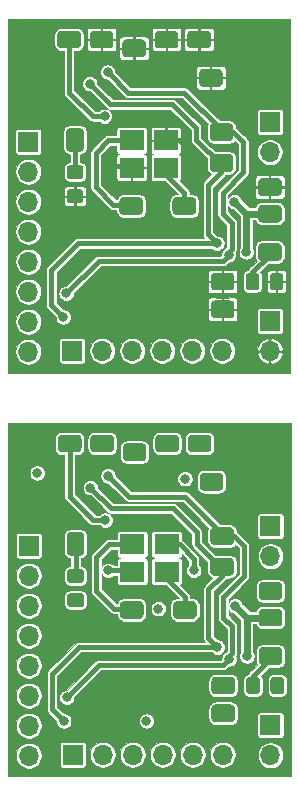
<source format=gbr>
G04 #@! TF.GenerationSoftware,KiCad,Pcbnew,(5.1.5)-3*
G04 #@! TF.CreationDate,2020-06-03T18:05:32-05:00*
G04 #@! TF.ProjectId,MSP430G2553_I2C_array,4d535034-3330-4473-9235-35335f493243,rev?*
G04 #@! TF.SameCoordinates,PX5a995c0PY68e7780*
G04 #@! TF.FileFunction,Copper,L2,Bot*
G04 #@! TF.FilePolarity,Positive*
%FSLAX46Y46*%
G04 Gerber Fmt 4.6, Leading zero omitted, Abs format (unit mm)*
G04 Created by KiCad (PCBNEW (5.1.5)-3) date 2020-06-03 18:05:32*
%MOMM*%
%LPD*%
G04 APERTURE LIST*
%ADD10R,2.100000X1.800000*%
%ADD11C,0.100000*%
%ADD12O,1.700000X1.700000*%
%ADD13R,1.700000X1.700000*%
%ADD14C,0.800000*%
%ADD15C,0.400000*%
%ADD16C,0.600000*%
G04 APERTURE END LIST*
D10*
X19000000Y18300000D03*
X21900000Y18300000D03*
X21900000Y20600000D03*
X19000000Y20600000D03*
G04 #@! TA.AperFunction,SMDPad,CuDef*
D11*
G36*
X27261756Y19448194D02*
G01*
X27298159Y19442794D01*
X27333857Y19433853D01*
X27368506Y19421455D01*
X27401774Y19405720D01*
X27433339Y19386801D01*
X27462897Y19364879D01*
X27490165Y19340165D01*
X27514879Y19312897D01*
X27536801Y19283339D01*
X27555720Y19251774D01*
X27571455Y19218506D01*
X27583853Y19183857D01*
X27592794Y19148159D01*
X27598194Y19111756D01*
X27600000Y19075000D01*
X27600000Y18325000D01*
X27598194Y18288244D01*
X27592794Y18251841D01*
X27583853Y18216143D01*
X27571455Y18181494D01*
X27555720Y18148226D01*
X27536801Y18116661D01*
X27514879Y18087103D01*
X27490165Y18059835D01*
X27462897Y18035121D01*
X27433339Y18013199D01*
X27401774Y17994280D01*
X27368506Y17978545D01*
X27333857Y17966147D01*
X27298159Y17957206D01*
X27261756Y17951806D01*
X27225000Y17950000D01*
X25975000Y17950000D01*
X25938244Y17951806D01*
X25901841Y17957206D01*
X25866143Y17966147D01*
X25831494Y17978545D01*
X25798226Y17994280D01*
X25766661Y18013199D01*
X25737103Y18035121D01*
X25709835Y18059835D01*
X25685121Y18087103D01*
X25663199Y18116661D01*
X25644280Y18148226D01*
X25628545Y18181494D01*
X25616147Y18216143D01*
X25607206Y18251841D01*
X25601806Y18288244D01*
X25600000Y18325000D01*
X25600000Y19075000D01*
X25601806Y19111756D01*
X25607206Y19148159D01*
X25616147Y19183857D01*
X25628545Y19218506D01*
X25644280Y19251774D01*
X25663199Y19283339D01*
X25685121Y19312897D01*
X25709835Y19340165D01*
X25737103Y19364879D01*
X25766661Y19386801D01*
X25798226Y19405720D01*
X25831494Y19421455D01*
X25866143Y19433853D01*
X25901841Y19442794D01*
X25938244Y19448194D01*
X25975000Y19450000D01*
X27225000Y19450000D01*
X27261756Y19448194D01*
G37*
G04 #@! TD.AperFunction*
D12*
X26650000Y2800000D03*
X24110000Y2800000D03*
X21570000Y2800000D03*
X19030000Y2800000D03*
X16490000Y2800000D03*
D13*
X13950000Y2800000D03*
G04 #@! TA.AperFunction,SMDPad,CuDef*
D11*
G36*
X24111756Y15798194D02*
G01*
X24148159Y15792794D01*
X24183857Y15783853D01*
X24218506Y15771455D01*
X24251774Y15755720D01*
X24283339Y15736801D01*
X24312897Y15714879D01*
X24340165Y15690165D01*
X24364879Y15662897D01*
X24386801Y15633339D01*
X24405720Y15601774D01*
X24421455Y15568506D01*
X24433853Y15533857D01*
X24442794Y15498159D01*
X24448194Y15461756D01*
X24450000Y15425000D01*
X24450000Y14675000D01*
X24448194Y14638244D01*
X24442794Y14601841D01*
X24433853Y14566143D01*
X24421455Y14531494D01*
X24405720Y14498226D01*
X24386801Y14466661D01*
X24364879Y14437103D01*
X24340165Y14409835D01*
X24312897Y14385121D01*
X24283339Y14363199D01*
X24251774Y14344280D01*
X24218506Y14328545D01*
X24183857Y14316147D01*
X24148159Y14307206D01*
X24111756Y14301806D01*
X24075000Y14300000D01*
X22825000Y14300000D01*
X22788244Y14301806D01*
X22751841Y14307206D01*
X22716143Y14316147D01*
X22681494Y14328545D01*
X22648226Y14344280D01*
X22616661Y14363199D01*
X22587103Y14385121D01*
X22559835Y14409835D01*
X22535121Y14437103D01*
X22513199Y14466661D01*
X22494280Y14498226D01*
X22478545Y14531494D01*
X22466147Y14566143D01*
X22457206Y14601841D01*
X22451806Y14638244D01*
X22450000Y14675000D01*
X22450000Y15425000D01*
X22451806Y15461756D01*
X22457206Y15498159D01*
X22466147Y15533857D01*
X22478545Y15568506D01*
X22494280Y15601774D01*
X22513199Y15633339D01*
X22535121Y15662897D01*
X22559835Y15690165D01*
X22587103Y15714879D01*
X22616661Y15736801D01*
X22648226Y15755720D01*
X22681494Y15771455D01*
X22716143Y15783853D01*
X22751841Y15792794D01*
X22788244Y15798194D01*
X22825000Y15800000D01*
X24075000Y15800000D01*
X24111756Y15798194D01*
G37*
G04 #@! TD.AperFunction*
D12*
X10250000Y2720000D03*
X10250000Y5260000D03*
X10250000Y7800000D03*
X10250000Y10340000D03*
X10250000Y12880000D03*
X10250000Y15420000D03*
X10250000Y17960000D03*
D13*
X10250000Y20500000D03*
G04 #@! TA.AperFunction,SMDPad,CuDef*
D11*
G36*
X27261756Y22048194D02*
G01*
X27298159Y22042794D01*
X27333857Y22033853D01*
X27368506Y22021455D01*
X27401774Y22005720D01*
X27433339Y21986801D01*
X27462897Y21964879D01*
X27490165Y21940165D01*
X27514879Y21912897D01*
X27536801Y21883339D01*
X27555720Y21851774D01*
X27571455Y21818506D01*
X27583853Y21783857D01*
X27592794Y21748159D01*
X27598194Y21711756D01*
X27600000Y21675000D01*
X27600000Y20925000D01*
X27598194Y20888244D01*
X27592794Y20851841D01*
X27583853Y20816143D01*
X27571455Y20781494D01*
X27555720Y20748226D01*
X27536801Y20716661D01*
X27514879Y20687103D01*
X27490165Y20659835D01*
X27462897Y20635121D01*
X27433339Y20613199D01*
X27401774Y20594280D01*
X27368506Y20578545D01*
X27333857Y20566147D01*
X27298159Y20557206D01*
X27261756Y20551806D01*
X27225000Y20550000D01*
X25975000Y20550000D01*
X25938244Y20551806D01*
X25901841Y20557206D01*
X25866143Y20566147D01*
X25831494Y20578545D01*
X25798226Y20594280D01*
X25766661Y20613199D01*
X25737103Y20635121D01*
X25709835Y20659835D01*
X25685121Y20687103D01*
X25663199Y20716661D01*
X25644280Y20748226D01*
X25628545Y20781494D01*
X25616147Y20816143D01*
X25607206Y20851841D01*
X25601806Y20888244D01*
X25600000Y20925000D01*
X25600000Y21675000D01*
X25601806Y21711756D01*
X25607206Y21748159D01*
X25616147Y21783857D01*
X25628545Y21818506D01*
X25644280Y21851774D01*
X25663199Y21883339D01*
X25685121Y21912897D01*
X25709835Y21940165D01*
X25737103Y21964879D01*
X25766661Y21986801D01*
X25798226Y22005720D01*
X25831494Y22021455D01*
X25866143Y22033853D01*
X25901841Y22042794D01*
X25938244Y22048194D01*
X25975000Y22050000D01*
X27225000Y22050000D01*
X27261756Y22048194D01*
G37*
G04 #@! TD.AperFunction*
D12*
X30700000Y2760000D03*
D13*
X30700000Y5300000D03*
G04 #@! TA.AperFunction,SMDPad,CuDef*
D11*
G36*
X14674505Y16448796D02*
G01*
X14698773Y16445196D01*
X14722572Y16439235D01*
X14745671Y16430970D01*
X14767850Y16420480D01*
X14788893Y16407868D01*
X14808599Y16393253D01*
X14826777Y16376777D01*
X14843253Y16358599D01*
X14857868Y16338893D01*
X14870480Y16317850D01*
X14880970Y16295671D01*
X14889235Y16272572D01*
X14895196Y16248773D01*
X14898796Y16224505D01*
X14900000Y16200001D01*
X14900000Y15549999D01*
X14898796Y15525495D01*
X14895196Y15501227D01*
X14889235Y15477428D01*
X14880970Y15454329D01*
X14870480Y15432150D01*
X14857868Y15411107D01*
X14843253Y15391401D01*
X14826777Y15373223D01*
X14808599Y15356747D01*
X14788893Y15342132D01*
X14767850Y15329520D01*
X14745671Y15319030D01*
X14722572Y15310765D01*
X14698773Y15304804D01*
X14674505Y15301204D01*
X14650001Y15300000D01*
X13749999Y15300000D01*
X13725495Y15301204D01*
X13701227Y15304804D01*
X13677428Y15310765D01*
X13654329Y15319030D01*
X13632150Y15329520D01*
X13611107Y15342132D01*
X13591401Y15356747D01*
X13573223Y15373223D01*
X13556747Y15391401D01*
X13542132Y15411107D01*
X13529520Y15432150D01*
X13519030Y15454329D01*
X13510765Y15477428D01*
X13504804Y15501227D01*
X13501204Y15525495D01*
X13500000Y15549999D01*
X13500000Y16200001D01*
X13501204Y16224505D01*
X13504804Y16248773D01*
X13510765Y16272572D01*
X13519030Y16295671D01*
X13529520Y16317850D01*
X13542132Y16338893D01*
X13556747Y16358599D01*
X13573223Y16376777D01*
X13591401Y16393253D01*
X13611107Y16407868D01*
X13632150Y16420480D01*
X13654329Y16430970D01*
X13677428Y16439235D01*
X13701227Y16445196D01*
X13725495Y16448796D01*
X13749999Y16450000D01*
X14650001Y16450000D01*
X14674505Y16448796D01*
G37*
G04 #@! TD.AperFunction*
G04 #@! TA.AperFunction,SMDPad,CuDef*
G36*
X14674505Y18498796D02*
G01*
X14698773Y18495196D01*
X14722572Y18489235D01*
X14745671Y18480970D01*
X14767850Y18470480D01*
X14788893Y18457868D01*
X14808599Y18443253D01*
X14826777Y18426777D01*
X14843253Y18408599D01*
X14857868Y18388893D01*
X14870480Y18367850D01*
X14880970Y18345671D01*
X14889235Y18322572D01*
X14895196Y18298773D01*
X14898796Y18274505D01*
X14900000Y18250001D01*
X14900000Y17599999D01*
X14898796Y17575495D01*
X14895196Y17551227D01*
X14889235Y17527428D01*
X14880970Y17504329D01*
X14870480Y17482150D01*
X14857868Y17461107D01*
X14843253Y17441401D01*
X14826777Y17423223D01*
X14808599Y17406747D01*
X14788893Y17392132D01*
X14767850Y17379520D01*
X14745671Y17369030D01*
X14722572Y17360765D01*
X14698773Y17354804D01*
X14674505Y17351204D01*
X14650001Y17350000D01*
X13749999Y17350000D01*
X13725495Y17351204D01*
X13701227Y17354804D01*
X13677428Y17360765D01*
X13654329Y17369030D01*
X13632150Y17379520D01*
X13611107Y17392132D01*
X13591401Y17406747D01*
X13573223Y17423223D01*
X13556747Y17441401D01*
X13542132Y17461107D01*
X13529520Y17482150D01*
X13519030Y17504329D01*
X13510765Y17527428D01*
X13504804Y17551227D01*
X13501204Y17575495D01*
X13500000Y17599999D01*
X13500000Y18250001D01*
X13501204Y18274505D01*
X13504804Y18298773D01*
X13510765Y18322572D01*
X13519030Y18345671D01*
X13529520Y18367850D01*
X13542132Y18388893D01*
X13556747Y18408599D01*
X13573223Y18426777D01*
X13591401Y18443253D01*
X13611107Y18457868D01*
X13632150Y18470480D01*
X13654329Y18480970D01*
X13677428Y18489235D01*
X13701227Y18495196D01*
X13725495Y18498796D01*
X13749999Y18500000D01*
X14650001Y18500000D01*
X14674505Y18498796D01*
G37*
G04 #@! TD.AperFunction*
G04 #@! TA.AperFunction,SMDPad,CuDef*
G36*
X19611756Y15798194D02*
G01*
X19648159Y15792794D01*
X19683857Y15783853D01*
X19718506Y15771455D01*
X19751774Y15755720D01*
X19783339Y15736801D01*
X19812897Y15714879D01*
X19840165Y15690165D01*
X19864879Y15662897D01*
X19886801Y15633339D01*
X19905720Y15601774D01*
X19921455Y15568506D01*
X19933853Y15533857D01*
X19942794Y15498159D01*
X19948194Y15461756D01*
X19950000Y15425000D01*
X19950000Y14675000D01*
X19948194Y14638244D01*
X19942794Y14601841D01*
X19933853Y14566143D01*
X19921455Y14531494D01*
X19905720Y14498226D01*
X19886801Y14466661D01*
X19864879Y14437103D01*
X19840165Y14409835D01*
X19812897Y14385121D01*
X19783339Y14363199D01*
X19751774Y14344280D01*
X19718506Y14328545D01*
X19683857Y14316147D01*
X19648159Y14307206D01*
X19611756Y14301806D01*
X19575000Y14300000D01*
X18325000Y14300000D01*
X18288244Y14301806D01*
X18251841Y14307206D01*
X18216143Y14316147D01*
X18181494Y14328545D01*
X18148226Y14344280D01*
X18116661Y14363199D01*
X18087103Y14385121D01*
X18059835Y14409835D01*
X18035121Y14437103D01*
X18013199Y14466661D01*
X17994280Y14498226D01*
X17978545Y14531494D01*
X17966147Y14566143D01*
X17957206Y14601841D01*
X17951806Y14638244D01*
X17950000Y14675000D01*
X17950000Y15425000D01*
X17951806Y15461756D01*
X17957206Y15498159D01*
X17966147Y15533857D01*
X17978545Y15568506D01*
X17994280Y15601774D01*
X18013199Y15633339D01*
X18035121Y15662897D01*
X18059835Y15690165D01*
X18087103Y15714879D01*
X18116661Y15736801D01*
X18148226Y15755720D01*
X18181494Y15771455D01*
X18216143Y15783853D01*
X18251841Y15792794D01*
X18288244Y15798194D01*
X18325000Y15800000D01*
X19575000Y15800000D01*
X19611756Y15798194D01*
G37*
G04 #@! TD.AperFunction*
G04 #@! TA.AperFunction,SMDPad,CuDef*
G36*
X29574505Y9348796D02*
G01*
X29598773Y9345196D01*
X29622572Y9339235D01*
X29645671Y9330970D01*
X29667850Y9320480D01*
X29688893Y9307868D01*
X29708599Y9293253D01*
X29726777Y9276777D01*
X29743253Y9258599D01*
X29757868Y9238893D01*
X29770480Y9217850D01*
X29780970Y9195671D01*
X29789235Y9172572D01*
X29795196Y9148773D01*
X29798796Y9124505D01*
X29800000Y9100001D01*
X29800000Y8199999D01*
X29798796Y8175495D01*
X29795196Y8151227D01*
X29789235Y8127428D01*
X29780970Y8104329D01*
X29770480Y8082150D01*
X29757868Y8061107D01*
X29743253Y8041401D01*
X29726777Y8023223D01*
X29708599Y8006747D01*
X29688893Y7992132D01*
X29667850Y7979520D01*
X29645671Y7969030D01*
X29622572Y7960765D01*
X29598773Y7954804D01*
X29574505Y7951204D01*
X29550001Y7950000D01*
X28899999Y7950000D01*
X28875495Y7951204D01*
X28851227Y7954804D01*
X28827428Y7960765D01*
X28804329Y7969030D01*
X28782150Y7979520D01*
X28761107Y7992132D01*
X28741401Y8006747D01*
X28723223Y8023223D01*
X28706747Y8041401D01*
X28692132Y8061107D01*
X28679520Y8082150D01*
X28669030Y8104329D01*
X28660765Y8127428D01*
X28654804Y8151227D01*
X28651204Y8175495D01*
X28650000Y8199999D01*
X28650000Y9100001D01*
X28651204Y9124505D01*
X28654804Y9148773D01*
X28660765Y9172572D01*
X28669030Y9195671D01*
X28679520Y9217850D01*
X28692132Y9238893D01*
X28706747Y9258599D01*
X28723223Y9276777D01*
X28741401Y9293253D01*
X28761107Y9307868D01*
X28782150Y9320480D01*
X28804329Y9330970D01*
X28827428Y9339235D01*
X28851227Y9345196D01*
X28875495Y9348796D01*
X28899999Y9350000D01*
X29550001Y9350000D01*
X29574505Y9348796D01*
G37*
G04 #@! TD.AperFunction*
G04 #@! TA.AperFunction,SMDPad,CuDef*
G36*
X31624505Y9348796D02*
G01*
X31648773Y9345196D01*
X31672572Y9339235D01*
X31695671Y9330970D01*
X31717850Y9320480D01*
X31738893Y9307868D01*
X31758599Y9293253D01*
X31776777Y9276777D01*
X31793253Y9258599D01*
X31807868Y9238893D01*
X31820480Y9217850D01*
X31830970Y9195671D01*
X31839235Y9172572D01*
X31845196Y9148773D01*
X31848796Y9124505D01*
X31850000Y9100001D01*
X31850000Y8199999D01*
X31848796Y8175495D01*
X31845196Y8151227D01*
X31839235Y8127428D01*
X31830970Y8104329D01*
X31820480Y8082150D01*
X31807868Y8061107D01*
X31793253Y8041401D01*
X31776777Y8023223D01*
X31758599Y8006747D01*
X31738893Y7992132D01*
X31717850Y7979520D01*
X31695671Y7969030D01*
X31672572Y7960765D01*
X31648773Y7954804D01*
X31624505Y7951204D01*
X31600001Y7950000D01*
X30949999Y7950000D01*
X30925495Y7951204D01*
X30901227Y7954804D01*
X30877428Y7960765D01*
X30854329Y7969030D01*
X30832150Y7979520D01*
X30811107Y7992132D01*
X30791401Y8006747D01*
X30773223Y8023223D01*
X30756747Y8041401D01*
X30742132Y8061107D01*
X30729520Y8082150D01*
X30719030Y8104329D01*
X30710765Y8127428D01*
X30704804Y8151227D01*
X30701204Y8175495D01*
X30700000Y8199999D01*
X30700000Y9100001D01*
X30701204Y9124505D01*
X30704804Y9148773D01*
X30710765Y9172572D01*
X30719030Y9195671D01*
X30729520Y9217850D01*
X30742132Y9238893D01*
X30756747Y9258599D01*
X30773223Y9276777D01*
X30791401Y9293253D01*
X30811107Y9307868D01*
X30832150Y9320480D01*
X30854329Y9330970D01*
X30877428Y9339235D01*
X30901227Y9345196D01*
X30925495Y9348796D01*
X30949999Y9350000D01*
X31600001Y9350000D01*
X31624505Y9348796D01*
G37*
G04 #@! TD.AperFunction*
G04 #@! TA.AperFunction,SMDPad,CuDef*
G36*
X27361756Y9398194D02*
G01*
X27398159Y9392794D01*
X27433857Y9383853D01*
X27468506Y9371455D01*
X27501774Y9355720D01*
X27533339Y9336801D01*
X27562897Y9314879D01*
X27590165Y9290165D01*
X27614879Y9262897D01*
X27636801Y9233339D01*
X27655720Y9201774D01*
X27671455Y9168506D01*
X27683853Y9133857D01*
X27692794Y9098159D01*
X27698194Y9061756D01*
X27700000Y9025000D01*
X27700000Y8275000D01*
X27698194Y8238244D01*
X27692794Y8201841D01*
X27683853Y8166143D01*
X27671455Y8131494D01*
X27655720Y8098226D01*
X27636801Y8066661D01*
X27614879Y8037103D01*
X27590165Y8009835D01*
X27562897Y7985121D01*
X27533339Y7963199D01*
X27501774Y7944280D01*
X27468506Y7928545D01*
X27433857Y7916147D01*
X27398159Y7907206D01*
X27361756Y7901806D01*
X27325000Y7900000D01*
X26075000Y7900000D01*
X26038244Y7901806D01*
X26001841Y7907206D01*
X25966143Y7916147D01*
X25931494Y7928545D01*
X25898226Y7944280D01*
X25866661Y7963199D01*
X25837103Y7985121D01*
X25809835Y8009835D01*
X25785121Y8037103D01*
X25763199Y8066661D01*
X25744280Y8098226D01*
X25728545Y8131494D01*
X25716147Y8166143D01*
X25707206Y8201841D01*
X25701806Y8238244D01*
X25700000Y8275000D01*
X25700000Y9025000D01*
X25701806Y9061756D01*
X25707206Y9098159D01*
X25716147Y9133857D01*
X25728545Y9168506D01*
X25744280Y9201774D01*
X25763199Y9233339D01*
X25785121Y9262897D01*
X25809835Y9290165D01*
X25837103Y9314879D01*
X25866661Y9336801D01*
X25898226Y9355720D01*
X25931494Y9371455D01*
X25966143Y9383853D01*
X26001841Y9392794D01*
X26038244Y9398194D01*
X26075000Y9400000D01*
X27325000Y9400000D01*
X27361756Y9398194D01*
G37*
G04 #@! TD.AperFunction*
G04 #@! TA.AperFunction,SMDPad,CuDef*
G36*
X27361756Y7048194D02*
G01*
X27398159Y7042794D01*
X27433857Y7033853D01*
X27468506Y7021455D01*
X27501774Y7005720D01*
X27533339Y6986801D01*
X27562897Y6964879D01*
X27590165Y6940165D01*
X27614879Y6912897D01*
X27636801Y6883339D01*
X27655720Y6851774D01*
X27671455Y6818506D01*
X27683853Y6783857D01*
X27692794Y6748159D01*
X27698194Y6711756D01*
X27700000Y6675000D01*
X27700000Y5925000D01*
X27698194Y5888244D01*
X27692794Y5851841D01*
X27683853Y5816143D01*
X27671455Y5781494D01*
X27655720Y5748226D01*
X27636801Y5716661D01*
X27614879Y5687103D01*
X27590165Y5659835D01*
X27562897Y5635121D01*
X27533339Y5613199D01*
X27501774Y5594280D01*
X27468506Y5578545D01*
X27433857Y5566147D01*
X27398159Y5557206D01*
X27361756Y5551806D01*
X27325000Y5550000D01*
X26075000Y5550000D01*
X26038244Y5551806D01*
X26001841Y5557206D01*
X25966143Y5566147D01*
X25931494Y5578545D01*
X25898226Y5594280D01*
X25866661Y5613199D01*
X25837103Y5635121D01*
X25809835Y5659835D01*
X25785121Y5687103D01*
X25763199Y5716661D01*
X25744280Y5748226D01*
X25728545Y5781494D01*
X25716147Y5816143D01*
X25707206Y5851841D01*
X25701806Y5888244D01*
X25700000Y5925000D01*
X25700000Y6675000D01*
X25701806Y6711756D01*
X25707206Y6748159D01*
X25716147Y6783857D01*
X25728545Y6818506D01*
X25744280Y6851774D01*
X25763199Y6883339D01*
X25785121Y6912897D01*
X25809835Y6940165D01*
X25837103Y6964879D01*
X25866661Y6986801D01*
X25898226Y7005720D01*
X25931494Y7021455D01*
X25966143Y7033853D01*
X26001841Y7042794D01*
X26038244Y7048194D01*
X26075000Y7050000D01*
X27325000Y7050000D01*
X27361756Y7048194D01*
G37*
G04 #@! TD.AperFunction*
G04 #@! TA.AperFunction,SMDPad,CuDef*
G36*
X14361756Y29898194D02*
G01*
X14398159Y29892794D01*
X14433857Y29883853D01*
X14468506Y29871455D01*
X14501774Y29855720D01*
X14533339Y29836801D01*
X14562897Y29814879D01*
X14590165Y29790165D01*
X14614879Y29762897D01*
X14636801Y29733339D01*
X14655720Y29701774D01*
X14671455Y29668506D01*
X14683853Y29633857D01*
X14692794Y29598159D01*
X14698194Y29561756D01*
X14700000Y29525000D01*
X14700000Y28775000D01*
X14698194Y28738244D01*
X14692794Y28701841D01*
X14683853Y28666143D01*
X14671455Y28631494D01*
X14655720Y28598226D01*
X14636801Y28566661D01*
X14614879Y28537103D01*
X14590165Y28509835D01*
X14562897Y28485121D01*
X14533339Y28463199D01*
X14501774Y28444280D01*
X14468506Y28428545D01*
X14433857Y28416147D01*
X14398159Y28407206D01*
X14361756Y28401806D01*
X14325000Y28400000D01*
X13075000Y28400000D01*
X13038244Y28401806D01*
X13001841Y28407206D01*
X12966143Y28416147D01*
X12931494Y28428545D01*
X12898226Y28444280D01*
X12866661Y28463199D01*
X12837103Y28485121D01*
X12809835Y28509835D01*
X12785121Y28537103D01*
X12763199Y28566661D01*
X12744280Y28598226D01*
X12728545Y28631494D01*
X12716147Y28666143D01*
X12707206Y28701841D01*
X12701806Y28738244D01*
X12700000Y28775000D01*
X12700000Y29525000D01*
X12701806Y29561756D01*
X12707206Y29598159D01*
X12716147Y29633857D01*
X12728545Y29668506D01*
X12744280Y29701774D01*
X12763199Y29733339D01*
X12785121Y29762897D01*
X12809835Y29790165D01*
X12837103Y29814879D01*
X12866661Y29836801D01*
X12898226Y29855720D01*
X12931494Y29871455D01*
X12966143Y29883853D01*
X13001841Y29892794D01*
X13038244Y29898194D01*
X13075000Y29900000D01*
X14325000Y29900000D01*
X14361756Y29898194D01*
G37*
G04 #@! TD.AperFunction*
G04 #@! TA.AperFunction,SMDPad,CuDef*
G36*
X31361756Y17398194D02*
G01*
X31398159Y17392794D01*
X31433857Y17383853D01*
X31468506Y17371455D01*
X31501774Y17355720D01*
X31533339Y17336801D01*
X31562897Y17314879D01*
X31590165Y17290165D01*
X31614879Y17262897D01*
X31636801Y17233339D01*
X31655720Y17201774D01*
X31671455Y17168506D01*
X31683853Y17133857D01*
X31692794Y17098159D01*
X31698194Y17061756D01*
X31700000Y17025000D01*
X31700000Y16275000D01*
X31698194Y16238244D01*
X31692794Y16201841D01*
X31683853Y16166143D01*
X31671455Y16131494D01*
X31655720Y16098226D01*
X31636801Y16066661D01*
X31614879Y16037103D01*
X31590165Y16009835D01*
X31562897Y15985121D01*
X31533339Y15963199D01*
X31501774Y15944280D01*
X31468506Y15928545D01*
X31433857Y15916147D01*
X31398159Y15907206D01*
X31361756Y15901806D01*
X31325000Y15900000D01*
X30075000Y15900000D01*
X30038244Y15901806D01*
X30001841Y15907206D01*
X29966143Y15916147D01*
X29931494Y15928545D01*
X29898226Y15944280D01*
X29866661Y15963199D01*
X29837103Y15985121D01*
X29809835Y16009835D01*
X29785121Y16037103D01*
X29763199Y16066661D01*
X29744280Y16098226D01*
X29728545Y16131494D01*
X29716147Y16166143D01*
X29707206Y16201841D01*
X29701806Y16238244D01*
X29700000Y16275000D01*
X29700000Y17025000D01*
X29701806Y17061756D01*
X29707206Y17098159D01*
X29716147Y17133857D01*
X29728545Y17168506D01*
X29744280Y17201774D01*
X29763199Y17233339D01*
X29785121Y17262897D01*
X29809835Y17290165D01*
X29837103Y17314879D01*
X29866661Y17336801D01*
X29898226Y17355720D01*
X29931494Y17371455D01*
X29966143Y17383853D01*
X30001841Y17392794D01*
X30038244Y17398194D01*
X30075000Y17400000D01*
X31325000Y17400000D01*
X31361756Y17398194D01*
G37*
G04 #@! TD.AperFunction*
G04 #@! TA.AperFunction,SMDPad,CuDef*
G36*
X31361756Y11898194D02*
G01*
X31398159Y11892794D01*
X31433857Y11883853D01*
X31468506Y11871455D01*
X31501774Y11855720D01*
X31533339Y11836801D01*
X31562897Y11814879D01*
X31590165Y11790165D01*
X31614879Y11762897D01*
X31636801Y11733339D01*
X31655720Y11701774D01*
X31671455Y11668506D01*
X31683853Y11633857D01*
X31692794Y11598159D01*
X31698194Y11561756D01*
X31700000Y11525000D01*
X31700000Y10775000D01*
X31698194Y10738244D01*
X31692794Y10701841D01*
X31683853Y10666143D01*
X31671455Y10631494D01*
X31655720Y10598226D01*
X31636801Y10566661D01*
X31614879Y10537103D01*
X31590165Y10509835D01*
X31562897Y10485121D01*
X31533339Y10463199D01*
X31501774Y10444280D01*
X31468506Y10428545D01*
X31433857Y10416147D01*
X31398159Y10407206D01*
X31361756Y10401806D01*
X31325000Y10400000D01*
X30075000Y10400000D01*
X30038244Y10401806D01*
X30001841Y10407206D01*
X29966143Y10416147D01*
X29931494Y10428545D01*
X29898226Y10444280D01*
X29866661Y10463199D01*
X29837103Y10485121D01*
X29809835Y10509835D01*
X29785121Y10537103D01*
X29763199Y10566661D01*
X29744280Y10598226D01*
X29728545Y10631494D01*
X29716147Y10666143D01*
X29707206Y10701841D01*
X29701806Y10738244D01*
X29700000Y10775000D01*
X29700000Y11525000D01*
X29701806Y11561756D01*
X29707206Y11598159D01*
X29716147Y11633857D01*
X29728545Y11668506D01*
X29744280Y11701774D01*
X29763199Y11733339D01*
X29785121Y11762897D01*
X29809835Y11790165D01*
X29837103Y11814879D01*
X29866661Y11836801D01*
X29898226Y11855720D01*
X29931494Y11871455D01*
X29966143Y11883853D01*
X30001841Y11892794D01*
X30038244Y11898194D01*
X30075000Y11900000D01*
X31325000Y11900000D01*
X31361756Y11898194D01*
G37*
G04 #@! TD.AperFunction*
G04 #@! TA.AperFunction,SMDPad,CuDef*
G36*
X14611756Y21648194D02*
G01*
X14648159Y21642794D01*
X14683857Y21633853D01*
X14718506Y21621455D01*
X14751774Y21605720D01*
X14783339Y21586801D01*
X14812897Y21564879D01*
X14840165Y21540165D01*
X14864879Y21512897D01*
X14886801Y21483339D01*
X14905720Y21451774D01*
X14921455Y21418506D01*
X14933853Y21383857D01*
X14942794Y21348159D01*
X14948194Y21311756D01*
X14950000Y21275000D01*
X14950000Y20025000D01*
X14948194Y19988244D01*
X14942794Y19951841D01*
X14933853Y19916143D01*
X14921455Y19881494D01*
X14905720Y19848226D01*
X14886801Y19816661D01*
X14864879Y19787103D01*
X14840165Y19759835D01*
X14812897Y19735121D01*
X14783339Y19713199D01*
X14751774Y19694280D01*
X14718506Y19678545D01*
X14683857Y19666147D01*
X14648159Y19657206D01*
X14611756Y19651806D01*
X14575000Y19650000D01*
X13825000Y19650000D01*
X13788244Y19651806D01*
X13751841Y19657206D01*
X13716143Y19666147D01*
X13681494Y19678545D01*
X13648226Y19694280D01*
X13616661Y19713199D01*
X13587103Y19735121D01*
X13559835Y19759835D01*
X13535121Y19787103D01*
X13513199Y19816661D01*
X13494280Y19848226D01*
X13478545Y19881494D01*
X13466147Y19916143D01*
X13457206Y19951841D01*
X13451806Y19988244D01*
X13450000Y20025000D01*
X13450000Y21275000D01*
X13451806Y21311756D01*
X13457206Y21348159D01*
X13466147Y21383857D01*
X13478545Y21418506D01*
X13494280Y21451774D01*
X13513199Y21483339D01*
X13535121Y21512897D01*
X13559835Y21540165D01*
X13587103Y21564879D01*
X13616661Y21586801D01*
X13648226Y21605720D01*
X13681494Y21621455D01*
X13716143Y21633853D01*
X13751841Y21642794D01*
X13788244Y21648194D01*
X13825000Y21650000D01*
X14575000Y21650000D01*
X14611756Y21648194D01*
G37*
G04 #@! TD.AperFunction*
G04 #@! TA.AperFunction,SMDPad,CuDef*
G36*
X31361756Y15148194D02*
G01*
X31398159Y15142794D01*
X31433857Y15133853D01*
X31468506Y15121455D01*
X31501774Y15105720D01*
X31533339Y15086801D01*
X31562897Y15064879D01*
X31590165Y15040165D01*
X31614879Y15012897D01*
X31636801Y14983339D01*
X31655720Y14951774D01*
X31671455Y14918506D01*
X31683853Y14883857D01*
X31692794Y14848159D01*
X31698194Y14811756D01*
X31700000Y14775000D01*
X31700000Y14025000D01*
X31698194Y13988244D01*
X31692794Y13951841D01*
X31683853Y13916143D01*
X31671455Y13881494D01*
X31655720Y13848226D01*
X31636801Y13816661D01*
X31614879Y13787103D01*
X31590165Y13759835D01*
X31562897Y13735121D01*
X31533339Y13713199D01*
X31501774Y13694280D01*
X31468506Y13678545D01*
X31433857Y13666147D01*
X31398159Y13657206D01*
X31361756Y13651806D01*
X31325000Y13650000D01*
X30075000Y13650000D01*
X30038244Y13651806D01*
X30001841Y13657206D01*
X29966143Y13666147D01*
X29931494Y13678545D01*
X29898226Y13694280D01*
X29866661Y13713199D01*
X29837103Y13735121D01*
X29809835Y13759835D01*
X29785121Y13787103D01*
X29763199Y13816661D01*
X29744280Y13848226D01*
X29728545Y13881494D01*
X29716147Y13916143D01*
X29707206Y13951841D01*
X29701806Y13988244D01*
X29700000Y14025000D01*
X29700000Y14775000D01*
X29701806Y14811756D01*
X29707206Y14848159D01*
X29716147Y14883857D01*
X29728545Y14918506D01*
X29744280Y14951774D01*
X29763199Y14983339D01*
X29785121Y15012897D01*
X29809835Y15040165D01*
X29837103Y15064879D01*
X29866661Y15086801D01*
X29898226Y15105720D01*
X29931494Y15121455D01*
X29966143Y15133853D01*
X30001841Y15142794D01*
X30038244Y15148194D01*
X30075000Y15150000D01*
X31325000Y15150000D01*
X31361756Y15148194D01*
G37*
G04 #@! TD.AperFunction*
G04 #@! TA.AperFunction,SMDPad,CuDef*
G36*
X17111756Y29898194D02*
G01*
X17148159Y29892794D01*
X17183857Y29883853D01*
X17218506Y29871455D01*
X17251774Y29855720D01*
X17283339Y29836801D01*
X17312897Y29814879D01*
X17340165Y29790165D01*
X17364879Y29762897D01*
X17386801Y29733339D01*
X17405720Y29701774D01*
X17421455Y29668506D01*
X17433853Y29633857D01*
X17442794Y29598159D01*
X17448194Y29561756D01*
X17450000Y29525000D01*
X17450000Y28775000D01*
X17448194Y28738244D01*
X17442794Y28701841D01*
X17433853Y28666143D01*
X17421455Y28631494D01*
X17405720Y28598226D01*
X17386801Y28566661D01*
X17364879Y28537103D01*
X17340165Y28509835D01*
X17312897Y28485121D01*
X17283339Y28463199D01*
X17251774Y28444280D01*
X17218506Y28428545D01*
X17183857Y28416147D01*
X17148159Y28407206D01*
X17111756Y28401806D01*
X17075000Y28400000D01*
X15825000Y28400000D01*
X15788244Y28401806D01*
X15751841Y28407206D01*
X15716143Y28416147D01*
X15681494Y28428545D01*
X15648226Y28444280D01*
X15616661Y28463199D01*
X15587103Y28485121D01*
X15559835Y28509835D01*
X15535121Y28537103D01*
X15513199Y28566661D01*
X15494280Y28598226D01*
X15478545Y28631494D01*
X15466147Y28666143D01*
X15457206Y28701841D01*
X15451806Y28738244D01*
X15450000Y28775000D01*
X15450000Y29525000D01*
X15451806Y29561756D01*
X15457206Y29598159D01*
X15466147Y29633857D01*
X15478545Y29668506D01*
X15494280Y29701774D01*
X15513199Y29733339D01*
X15535121Y29762897D01*
X15559835Y29790165D01*
X15587103Y29814879D01*
X15616661Y29836801D01*
X15648226Y29855720D01*
X15681494Y29871455D01*
X15716143Y29883853D01*
X15751841Y29892794D01*
X15788244Y29898194D01*
X15825000Y29900000D01*
X17075000Y29900000D01*
X17111756Y29898194D01*
G37*
G04 #@! TD.AperFunction*
G04 #@! TA.AperFunction,SMDPad,CuDef*
G36*
X19861756Y29148194D02*
G01*
X19898159Y29142794D01*
X19933857Y29133853D01*
X19968506Y29121455D01*
X20001774Y29105720D01*
X20033339Y29086801D01*
X20062897Y29064879D01*
X20090165Y29040165D01*
X20114879Y29012897D01*
X20136801Y28983339D01*
X20155720Y28951774D01*
X20171455Y28918506D01*
X20183853Y28883857D01*
X20192794Y28848159D01*
X20198194Y28811756D01*
X20200000Y28775000D01*
X20200000Y28025000D01*
X20198194Y27988244D01*
X20192794Y27951841D01*
X20183853Y27916143D01*
X20171455Y27881494D01*
X20155720Y27848226D01*
X20136801Y27816661D01*
X20114879Y27787103D01*
X20090165Y27759835D01*
X20062897Y27735121D01*
X20033339Y27713199D01*
X20001774Y27694280D01*
X19968506Y27678545D01*
X19933857Y27666147D01*
X19898159Y27657206D01*
X19861756Y27651806D01*
X19825000Y27650000D01*
X18575000Y27650000D01*
X18538244Y27651806D01*
X18501841Y27657206D01*
X18466143Y27666147D01*
X18431494Y27678545D01*
X18398226Y27694280D01*
X18366661Y27713199D01*
X18337103Y27735121D01*
X18309835Y27759835D01*
X18285121Y27787103D01*
X18263199Y27816661D01*
X18244280Y27848226D01*
X18228545Y27881494D01*
X18216147Y27916143D01*
X18207206Y27951841D01*
X18201806Y27988244D01*
X18200000Y28025000D01*
X18200000Y28775000D01*
X18201806Y28811756D01*
X18207206Y28848159D01*
X18216147Y28883857D01*
X18228545Y28918506D01*
X18244280Y28951774D01*
X18263199Y28983339D01*
X18285121Y29012897D01*
X18309835Y29040165D01*
X18337103Y29064879D01*
X18366661Y29086801D01*
X18398226Y29105720D01*
X18431494Y29121455D01*
X18466143Y29133853D01*
X18501841Y29142794D01*
X18538244Y29148194D01*
X18575000Y29150000D01*
X19825000Y29150000D01*
X19861756Y29148194D01*
G37*
G04 #@! TD.AperFunction*
G04 #@! TA.AperFunction,SMDPad,CuDef*
G36*
X26361756Y26648194D02*
G01*
X26398159Y26642794D01*
X26433857Y26633853D01*
X26468506Y26621455D01*
X26501774Y26605720D01*
X26533339Y26586801D01*
X26562897Y26564879D01*
X26590165Y26540165D01*
X26614879Y26512897D01*
X26636801Y26483339D01*
X26655720Y26451774D01*
X26671455Y26418506D01*
X26683853Y26383857D01*
X26692794Y26348159D01*
X26698194Y26311756D01*
X26700000Y26275000D01*
X26700000Y25525000D01*
X26698194Y25488244D01*
X26692794Y25451841D01*
X26683853Y25416143D01*
X26671455Y25381494D01*
X26655720Y25348226D01*
X26636801Y25316661D01*
X26614879Y25287103D01*
X26590165Y25259835D01*
X26562897Y25235121D01*
X26533339Y25213199D01*
X26501774Y25194280D01*
X26468506Y25178545D01*
X26433857Y25166147D01*
X26398159Y25157206D01*
X26361756Y25151806D01*
X26325000Y25150000D01*
X25075000Y25150000D01*
X25038244Y25151806D01*
X25001841Y25157206D01*
X24966143Y25166147D01*
X24931494Y25178545D01*
X24898226Y25194280D01*
X24866661Y25213199D01*
X24837103Y25235121D01*
X24809835Y25259835D01*
X24785121Y25287103D01*
X24763199Y25316661D01*
X24744280Y25348226D01*
X24728545Y25381494D01*
X24716147Y25416143D01*
X24707206Y25451841D01*
X24701806Y25488244D01*
X24700000Y25525000D01*
X24700000Y26275000D01*
X24701806Y26311756D01*
X24707206Y26348159D01*
X24716147Y26383857D01*
X24728545Y26418506D01*
X24744280Y26451774D01*
X24763199Y26483339D01*
X24785121Y26512897D01*
X24809835Y26540165D01*
X24837103Y26564879D01*
X24866661Y26586801D01*
X24898226Y26605720D01*
X24931494Y26621455D01*
X24966143Y26633853D01*
X25001841Y26642794D01*
X25038244Y26648194D01*
X25075000Y26650000D01*
X26325000Y26650000D01*
X26361756Y26648194D01*
G37*
G04 #@! TD.AperFunction*
G04 #@! TA.AperFunction,SMDPad,CuDef*
G36*
X22611756Y29898194D02*
G01*
X22648159Y29892794D01*
X22683857Y29883853D01*
X22718506Y29871455D01*
X22751774Y29855720D01*
X22783339Y29836801D01*
X22812897Y29814879D01*
X22840165Y29790165D01*
X22864879Y29762897D01*
X22886801Y29733339D01*
X22905720Y29701774D01*
X22921455Y29668506D01*
X22933853Y29633857D01*
X22942794Y29598159D01*
X22948194Y29561756D01*
X22950000Y29525000D01*
X22950000Y28775000D01*
X22948194Y28738244D01*
X22942794Y28701841D01*
X22933853Y28666143D01*
X22921455Y28631494D01*
X22905720Y28598226D01*
X22886801Y28566661D01*
X22864879Y28537103D01*
X22840165Y28509835D01*
X22812897Y28485121D01*
X22783339Y28463199D01*
X22751774Y28444280D01*
X22718506Y28428545D01*
X22683857Y28416147D01*
X22648159Y28407206D01*
X22611756Y28401806D01*
X22575000Y28400000D01*
X21325000Y28400000D01*
X21288244Y28401806D01*
X21251841Y28407206D01*
X21216143Y28416147D01*
X21181494Y28428545D01*
X21148226Y28444280D01*
X21116661Y28463199D01*
X21087103Y28485121D01*
X21059835Y28509835D01*
X21035121Y28537103D01*
X21013199Y28566661D01*
X20994280Y28598226D01*
X20978545Y28631494D01*
X20966147Y28666143D01*
X20957206Y28701841D01*
X20951806Y28738244D01*
X20950000Y28775000D01*
X20950000Y29525000D01*
X20951806Y29561756D01*
X20957206Y29598159D01*
X20966147Y29633857D01*
X20978545Y29668506D01*
X20994280Y29701774D01*
X21013199Y29733339D01*
X21035121Y29762897D01*
X21059835Y29790165D01*
X21087103Y29814879D01*
X21116661Y29836801D01*
X21148226Y29855720D01*
X21181494Y29871455D01*
X21216143Y29883853D01*
X21251841Y29892794D01*
X21288244Y29898194D01*
X21325000Y29900000D01*
X22575000Y29900000D01*
X22611756Y29898194D01*
G37*
G04 #@! TD.AperFunction*
D12*
X30700000Y19610000D03*
D13*
X30700000Y22150000D03*
G04 #@! TA.AperFunction,SMDPad,CuDef*
D11*
G36*
X25361756Y29898194D02*
G01*
X25398159Y29892794D01*
X25433857Y29883853D01*
X25468506Y29871455D01*
X25501774Y29855720D01*
X25533339Y29836801D01*
X25562897Y29814879D01*
X25590165Y29790165D01*
X25614879Y29762897D01*
X25636801Y29733339D01*
X25655720Y29701774D01*
X25671455Y29668506D01*
X25683853Y29633857D01*
X25692794Y29598159D01*
X25698194Y29561756D01*
X25700000Y29525000D01*
X25700000Y28775000D01*
X25698194Y28738244D01*
X25692794Y28701841D01*
X25683853Y28666143D01*
X25671455Y28631494D01*
X25655720Y28598226D01*
X25636801Y28566661D01*
X25614879Y28537103D01*
X25590165Y28509835D01*
X25562897Y28485121D01*
X25533339Y28463199D01*
X25501774Y28444280D01*
X25468506Y28428545D01*
X25433857Y28416147D01*
X25398159Y28407206D01*
X25361756Y28401806D01*
X25325000Y28400000D01*
X24075000Y28400000D01*
X24038244Y28401806D01*
X24001841Y28407206D01*
X23966143Y28416147D01*
X23931494Y28428545D01*
X23898226Y28444280D01*
X23866661Y28463199D01*
X23837103Y28485121D01*
X23809835Y28509835D01*
X23785121Y28537103D01*
X23763199Y28566661D01*
X23744280Y28598226D01*
X23728545Y28631494D01*
X23716147Y28666143D01*
X23707206Y28701841D01*
X23701806Y28738244D01*
X23700000Y28775000D01*
X23700000Y29525000D01*
X23701806Y29561756D01*
X23707206Y29598159D01*
X23716147Y29633857D01*
X23728545Y29668506D01*
X23744280Y29701774D01*
X23763199Y29733339D01*
X23785121Y29762897D01*
X23809835Y29790165D01*
X23837103Y29814879D01*
X23866661Y29836801D01*
X23898226Y29855720D01*
X23931494Y29871455D01*
X23966143Y29883853D01*
X24001841Y29892794D01*
X24038244Y29898194D01*
X24075000Y29900000D01*
X25325000Y29900000D01*
X25361756Y29898194D01*
G37*
G04 #@! TD.AperFunction*
G04 #@! TA.AperFunction,SMDPad,CuDef*
G36*
X26311756Y60848194D02*
G01*
X26348159Y60842794D01*
X26383857Y60833853D01*
X26418506Y60821455D01*
X26451774Y60805720D01*
X26483339Y60786801D01*
X26512897Y60764879D01*
X26540165Y60740165D01*
X26564879Y60712897D01*
X26586801Y60683339D01*
X26605720Y60651774D01*
X26621455Y60618506D01*
X26633853Y60583857D01*
X26642794Y60548159D01*
X26648194Y60511756D01*
X26650000Y60475000D01*
X26650000Y59725000D01*
X26648194Y59688244D01*
X26642794Y59651841D01*
X26633853Y59616143D01*
X26621455Y59581494D01*
X26605720Y59548226D01*
X26586801Y59516661D01*
X26564879Y59487103D01*
X26540165Y59459835D01*
X26512897Y59435121D01*
X26483339Y59413199D01*
X26451774Y59394280D01*
X26418506Y59378545D01*
X26383857Y59366147D01*
X26348159Y59357206D01*
X26311756Y59351806D01*
X26275000Y59350000D01*
X25025000Y59350000D01*
X24988244Y59351806D01*
X24951841Y59357206D01*
X24916143Y59366147D01*
X24881494Y59378545D01*
X24848226Y59394280D01*
X24816661Y59413199D01*
X24787103Y59435121D01*
X24759835Y59459835D01*
X24735121Y59487103D01*
X24713199Y59516661D01*
X24694280Y59548226D01*
X24678545Y59581494D01*
X24666147Y59616143D01*
X24657206Y59651841D01*
X24651806Y59688244D01*
X24650000Y59725000D01*
X24650000Y60475000D01*
X24651806Y60511756D01*
X24657206Y60548159D01*
X24666147Y60583857D01*
X24678545Y60618506D01*
X24694280Y60651774D01*
X24713199Y60683339D01*
X24735121Y60712897D01*
X24759835Y60740165D01*
X24787103Y60764879D01*
X24816661Y60786801D01*
X24848226Y60805720D01*
X24881494Y60821455D01*
X24916143Y60833853D01*
X24951841Y60842794D01*
X24988244Y60848194D01*
X25025000Y60850000D01*
X26275000Y60850000D01*
X26311756Y60848194D01*
G37*
G04 #@! TD.AperFunction*
G04 #@! TA.AperFunction,SMDPad,CuDef*
G36*
X19811756Y63348194D02*
G01*
X19848159Y63342794D01*
X19883857Y63333853D01*
X19918506Y63321455D01*
X19951774Y63305720D01*
X19983339Y63286801D01*
X20012897Y63264879D01*
X20040165Y63240165D01*
X20064879Y63212897D01*
X20086801Y63183339D01*
X20105720Y63151774D01*
X20121455Y63118506D01*
X20133853Y63083857D01*
X20142794Y63048159D01*
X20148194Y63011756D01*
X20150000Y62975000D01*
X20150000Y62225000D01*
X20148194Y62188244D01*
X20142794Y62151841D01*
X20133853Y62116143D01*
X20121455Y62081494D01*
X20105720Y62048226D01*
X20086801Y62016661D01*
X20064879Y61987103D01*
X20040165Y61959835D01*
X20012897Y61935121D01*
X19983339Y61913199D01*
X19951774Y61894280D01*
X19918506Y61878545D01*
X19883857Y61866147D01*
X19848159Y61857206D01*
X19811756Y61851806D01*
X19775000Y61850000D01*
X18525000Y61850000D01*
X18488244Y61851806D01*
X18451841Y61857206D01*
X18416143Y61866147D01*
X18381494Y61878545D01*
X18348226Y61894280D01*
X18316661Y61913199D01*
X18287103Y61935121D01*
X18259835Y61959835D01*
X18235121Y61987103D01*
X18213199Y62016661D01*
X18194280Y62048226D01*
X18178545Y62081494D01*
X18166147Y62116143D01*
X18157206Y62151841D01*
X18151806Y62188244D01*
X18150000Y62225000D01*
X18150000Y62975000D01*
X18151806Y63011756D01*
X18157206Y63048159D01*
X18166147Y63083857D01*
X18178545Y63118506D01*
X18194280Y63151774D01*
X18213199Y63183339D01*
X18235121Y63212897D01*
X18259835Y63240165D01*
X18287103Y63264879D01*
X18316661Y63286801D01*
X18348226Y63305720D01*
X18381494Y63321455D01*
X18416143Y63333853D01*
X18451841Y63342794D01*
X18488244Y63348194D01*
X18525000Y63350000D01*
X19775000Y63350000D01*
X19811756Y63348194D01*
G37*
G04 #@! TD.AperFunction*
G04 #@! TA.AperFunction,SMDPad,CuDef*
G36*
X17061756Y64098194D02*
G01*
X17098159Y64092794D01*
X17133857Y64083853D01*
X17168506Y64071455D01*
X17201774Y64055720D01*
X17233339Y64036801D01*
X17262897Y64014879D01*
X17290165Y63990165D01*
X17314879Y63962897D01*
X17336801Y63933339D01*
X17355720Y63901774D01*
X17371455Y63868506D01*
X17383853Y63833857D01*
X17392794Y63798159D01*
X17398194Y63761756D01*
X17400000Y63725000D01*
X17400000Y62975000D01*
X17398194Y62938244D01*
X17392794Y62901841D01*
X17383853Y62866143D01*
X17371455Y62831494D01*
X17355720Y62798226D01*
X17336801Y62766661D01*
X17314879Y62737103D01*
X17290165Y62709835D01*
X17262897Y62685121D01*
X17233339Y62663199D01*
X17201774Y62644280D01*
X17168506Y62628545D01*
X17133857Y62616147D01*
X17098159Y62607206D01*
X17061756Y62601806D01*
X17025000Y62600000D01*
X15775000Y62600000D01*
X15738244Y62601806D01*
X15701841Y62607206D01*
X15666143Y62616147D01*
X15631494Y62628545D01*
X15598226Y62644280D01*
X15566661Y62663199D01*
X15537103Y62685121D01*
X15509835Y62709835D01*
X15485121Y62737103D01*
X15463199Y62766661D01*
X15444280Y62798226D01*
X15428545Y62831494D01*
X15416147Y62866143D01*
X15407206Y62901841D01*
X15401806Y62938244D01*
X15400000Y62975000D01*
X15400000Y63725000D01*
X15401806Y63761756D01*
X15407206Y63798159D01*
X15416147Y63833857D01*
X15428545Y63868506D01*
X15444280Y63901774D01*
X15463199Y63933339D01*
X15485121Y63962897D01*
X15509835Y63990165D01*
X15537103Y64014879D01*
X15566661Y64036801D01*
X15598226Y64055720D01*
X15631494Y64071455D01*
X15666143Y64083853D01*
X15701841Y64092794D01*
X15738244Y64098194D01*
X15775000Y64100000D01*
X17025000Y64100000D01*
X17061756Y64098194D01*
G37*
G04 #@! TD.AperFunction*
G04 #@! TA.AperFunction,SMDPad,CuDef*
G36*
X25311756Y64098194D02*
G01*
X25348159Y64092794D01*
X25383857Y64083853D01*
X25418506Y64071455D01*
X25451774Y64055720D01*
X25483339Y64036801D01*
X25512897Y64014879D01*
X25540165Y63990165D01*
X25564879Y63962897D01*
X25586801Y63933339D01*
X25605720Y63901774D01*
X25621455Y63868506D01*
X25633853Y63833857D01*
X25642794Y63798159D01*
X25648194Y63761756D01*
X25650000Y63725000D01*
X25650000Y62975000D01*
X25648194Y62938244D01*
X25642794Y62901841D01*
X25633853Y62866143D01*
X25621455Y62831494D01*
X25605720Y62798226D01*
X25586801Y62766661D01*
X25564879Y62737103D01*
X25540165Y62709835D01*
X25512897Y62685121D01*
X25483339Y62663199D01*
X25451774Y62644280D01*
X25418506Y62628545D01*
X25383857Y62616147D01*
X25348159Y62607206D01*
X25311756Y62601806D01*
X25275000Y62600000D01*
X24025000Y62600000D01*
X23988244Y62601806D01*
X23951841Y62607206D01*
X23916143Y62616147D01*
X23881494Y62628545D01*
X23848226Y62644280D01*
X23816661Y62663199D01*
X23787103Y62685121D01*
X23759835Y62709835D01*
X23735121Y62737103D01*
X23713199Y62766661D01*
X23694280Y62798226D01*
X23678545Y62831494D01*
X23666147Y62866143D01*
X23657206Y62901841D01*
X23651806Y62938244D01*
X23650000Y62975000D01*
X23650000Y63725000D01*
X23651806Y63761756D01*
X23657206Y63798159D01*
X23666147Y63833857D01*
X23678545Y63868506D01*
X23694280Y63901774D01*
X23713199Y63933339D01*
X23735121Y63962897D01*
X23759835Y63990165D01*
X23787103Y64014879D01*
X23816661Y64036801D01*
X23848226Y64055720D01*
X23881494Y64071455D01*
X23916143Y64083853D01*
X23951841Y64092794D01*
X23988244Y64098194D01*
X24025000Y64100000D01*
X25275000Y64100000D01*
X25311756Y64098194D01*
G37*
G04 #@! TD.AperFunction*
G04 #@! TA.AperFunction,SMDPad,CuDef*
G36*
X22561756Y64098194D02*
G01*
X22598159Y64092794D01*
X22633857Y64083853D01*
X22668506Y64071455D01*
X22701774Y64055720D01*
X22733339Y64036801D01*
X22762897Y64014879D01*
X22790165Y63990165D01*
X22814879Y63962897D01*
X22836801Y63933339D01*
X22855720Y63901774D01*
X22871455Y63868506D01*
X22883853Y63833857D01*
X22892794Y63798159D01*
X22898194Y63761756D01*
X22900000Y63725000D01*
X22900000Y62975000D01*
X22898194Y62938244D01*
X22892794Y62901841D01*
X22883853Y62866143D01*
X22871455Y62831494D01*
X22855720Y62798226D01*
X22836801Y62766661D01*
X22814879Y62737103D01*
X22790165Y62709835D01*
X22762897Y62685121D01*
X22733339Y62663199D01*
X22701774Y62644280D01*
X22668506Y62628545D01*
X22633857Y62616147D01*
X22598159Y62607206D01*
X22561756Y62601806D01*
X22525000Y62600000D01*
X21275000Y62600000D01*
X21238244Y62601806D01*
X21201841Y62607206D01*
X21166143Y62616147D01*
X21131494Y62628545D01*
X21098226Y62644280D01*
X21066661Y62663199D01*
X21037103Y62685121D01*
X21009835Y62709835D01*
X20985121Y62737103D01*
X20963199Y62766661D01*
X20944280Y62798226D01*
X20928545Y62831494D01*
X20916147Y62866143D01*
X20907206Y62901841D01*
X20901806Y62938244D01*
X20900000Y62975000D01*
X20900000Y63725000D01*
X20901806Y63761756D01*
X20907206Y63798159D01*
X20916147Y63833857D01*
X20928545Y63868506D01*
X20944280Y63901774D01*
X20963199Y63933339D01*
X20985121Y63962897D01*
X21009835Y63990165D01*
X21037103Y64014879D01*
X21066661Y64036801D01*
X21098226Y64055720D01*
X21131494Y64071455D01*
X21166143Y64083853D01*
X21201841Y64092794D01*
X21238244Y64098194D01*
X21275000Y64100000D01*
X22525000Y64100000D01*
X22561756Y64098194D01*
G37*
G04 #@! TD.AperFunction*
D13*
X30650000Y56350000D03*
D12*
X30650000Y53810000D03*
G04 #@! TA.AperFunction,SMDPad,CuDef*
D11*
G36*
X27211756Y56248194D02*
G01*
X27248159Y56242794D01*
X27283857Y56233853D01*
X27318506Y56221455D01*
X27351774Y56205720D01*
X27383339Y56186801D01*
X27412897Y56164879D01*
X27440165Y56140165D01*
X27464879Y56112897D01*
X27486801Y56083339D01*
X27505720Y56051774D01*
X27521455Y56018506D01*
X27533853Y55983857D01*
X27542794Y55948159D01*
X27548194Y55911756D01*
X27550000Y55875000D01*
X27550000Y55125000D01*
X27548194Y55088244D01*
X27542794Y55051841D01*
X27533853Y55016143D01*
X27521455Y54981494D01*
X27505720Y54948226D01*
X27486801Y54916661D01*
X27464879Y54887103D01*
X27440165Y54859835D01*
X27412897Y54835121D01*
X27383339Y54813199D01*
X27351774Y54794280D01*
X27318506Y54778545D01*
X27283857Y54766147D01*
X27248159Y54757206D01*
X27211756Y54751806D01*
X27175000Y54750000D01*
X25925000Y54750000D01*
X25888244Y54751806D01*
X25851841Y54757206D01*
X25816143Y54766147D01*
X25781494Y54778545D01*
X25748226Y54794280D01*
X25716661Y54813199D01*
X25687103Y54835121D01*
X25659835Y54859835D01*
X25635121Y54887103D01*
X25613199Y54916661D01*
X25594280Y54948226D01*
X25578545Y54981494D01*
X25566147Y55016143D01*
X25557206Y55051841D01*
X25551806Y55088244D01*
X25550000Y55125000D01*
X25550000Y55875000D01*
X25551806Y55911756D01*
X25557206Y55948159D01*
X25566147Y55983857D01*
X25578545Y56018506D01*
X25594280Y56051774D01*
X25613199Y56083339D01*
X25635121Y56112897D01*
X25659835Y56140165D01*
X25687103Y56164879D01*
X25716661Y56186801D01*
X25748226Y56205720D01*
X25781494Y56221455D01*
X25816143Y56233853D01*
X25851841Y56242794D01*
X25888244Y56248194D01*
X25925000Y56250000D01*
X27175000Y56250000D01*
X27211756Y56248194D01*
G37*
G04 #@! TD.AperFunction*
G04 #@! TA.AperFunction,SMDPad,CuDef*
G36*
X27211756Y53648194D02*
G01*
X27248159Y53642794D01*
X27283857Y53633853D01*
X27318506Y53621455D01*
X27351774Y53605720D01*
X27383339Y53586801D01*
X27412897Y53564879D01*
X27440165Y53540165D01*
X27464879Y53512897D01*
X27486801Y53483339D01*
X27505720Y53451774D01*
X27521455Y53418506D01*
X27533853Y53383857D01*
X27542794Y53348159D01*
X27548194Y53311756D01*
X27550000Y53275000D01*
X27550000Y52525000D01*
X27548194Y52488244D01*
X27542794Y52451841D01*
X27533853Y52416143D01*
X27521455Y52381494D01*
X27505720Y52348226D01*
X27486801Y52316661D01*
X27464879Y52287103D01*
X27440165Y52259835D01*
X27412897Y52235121D01*
X27383339Y52213199D01*
X27351774Y52194280D01*
X27318506Y52178545D01*
X27283857Y52166147D01*
X27248159Y52157206D01*
X27211756Y52151806D01*
X27175000Y52150000D01*
X25925000Y52150000D01*
X25888244Y52151806D01*
X25851841Y52157206D01*
X25816143Y52166147D01*
X25781494Y52178545D01*
X25748226Y52194280D01*
X25716661Y52213199D01*
X25687103Y52235121D01*
X25659835Y52259835D01*
X25635121Y52287103D01*
X25613199Y52316661D01*
X25594280Y52348226D01*
X25578545Y52381494D01*
X25566147Y52416143D01*
X25557206Y52451841D01*
X25551806Y52488244D01*
X25550000Y52525000D01*
X25550000Y53275000D01*
X25551806Y53311756D01*
X25557206Y53348159D01*
X25566147Y53383857D01*
X25578545Y53418506D01*
X25594280Y53451774D01*
X25613199Y53483339D01*
X25635121Y53512897D01*
X25659835Y53540165D01*
X25687103Y53564879D01*
X25716661Y53586801D01*
X25748226Y53605720D01*
X25781494Y53621455D01*
X25816143Y53633853D01*
X25851841Y53642794D01*
X25888244Y53648194D01*
X25925000Y53650000D01*
X27175000Y53650000D01*
X27211756Y53648194D01*
G37*
G04 #@! TD.AperFunction*
G04 #@! TA.AperFunction,SMDPad,CuDef*
G36*
X14311756Y64098194D02*
G01*
X14348159Y64092794D01*
X14383857Y64083853D01*
X14418506Y64071455D01*
X14451774Y64055720D01*
X14483339Y64036801D01*
X14512897Y64014879D01*
X14540165Y63990165D01*
X14564879Y63962897D01*
X14586801Y63933339D01*
X14605720Y63901774D01*
X14621455Y63868506D01*
X14633853Y63833857D01*
X14642794Y63798159D01*
X14648194Y63761756D01*
X14650000Y63725000D01*
X14650000Y62975000D01*
X14648194Y62938244D01*
X14642794Y62901841D01*
X14633853Y62866143D01*
X14621455Y62831494D01*
X14605720Y62798226D01*
X14586801Y62766661D01*
X14564879Y62737103D01*
X14540165Y62709835D01*
X14512897Y62685121D01*
X14483339Y62663199D01*
X14451774Y62644280D01*
X14418506Y62628545D01*
X14383857Y62616147D01*
X14348159Y62607206D01*
X14311756Y62601806D01*
X14275000Y62600000D01*
X13025000Y62600000D01*
X12988244Y62601806D01*
X12951841Y62607206D01*
X12916143Y62616147D01*
X12881494Y62628545D01*
X12848226Y62644280D01*
X12816661Y62663199D01*
X12787103Y62685121D01*
X12759835Y62709835D01*
X12735121Y62737103D01*
X12713199Y62766661D01*
X12694280Y62798226D01*
X12678545Y62831494D01*
X12666147Y62866143D01*
X12657206Y62901841D01*
X12651806Y62938244D01*
X12650000Y62975000D01*
X12650000Y63725000D01*
X12651806Y63761756D01*
X12657206Y63798159D01*
X12666147Y63833857D01*
X12678545Y63868506D01*
X12694280Y63901774D01*
X12713199Y63933339D01*
X12735121Y63962897D01*
X12759835Y63990165D01*
X12787103Y64014879D01*
X12816661Y64036801D01*
X12848226Y64055720D01*
X12881494Y64071455D01*
X12916143Y64083853D01*
X12951841Y64092794D01*
X12988244Y64098194D01*
X13025000Y64100000D01*
X14275000Y64100000D01*
X14311756Y64098194D01*
G37*
G04 #@! TD.AperFunction*
G04 #@! TA.AperFunction,SMDPad,CuDef*
G36*
X19561756Y49998194D02*
G01*
X19598159Y49992794D01*
X19633857Y49983853D01*
X19668506Y49971455D01*
X19701774Y49955720D01*
X19733339Y49936801D01*
X19762897Y49914879D01*
X19790165Y49890165D01*
X19814879Y49862897D01*
X19836801Y49833339D01*
X19855720Y49801774D01*
X19871455Y49768506D01*
X19883853Y49733857D01*
X19892794Y49698159D01*
X19898194Y49661756D01*
X19900000Y49625000D01*
X19900000Y48875000D01*
X19898194Y48838244D01*
X19892794Y48801841D01*
X19883853Y48766143D01*
X19871455Y48731494D01*
X19855720Y48698226D01*
X19836801Y48666661D01*
X19814879Y48637103D01*
X19790165Y48609835D01*
X19762897Y48585121D01*
X19733339Y48563199D01*
X19701774Y48544280D01*
X19668506Y48528545D01*
X19633857Y48516147D01*
X19598159Y48507206D01*
X19561756Y48501806D01*
X19525000Y48500000D01*
X18275000Y48500000D01*
X18238244Y48501806D01*
X18201841Y48507206D01*
X18166143Y48516147D01*
X18131494Y48528545D01*
X18098226Y48544280D01*
X18066661Y48563199D01*
X18037103Y48585121D01*
X18009835Y48609835D01*
X17985121Y48637103D01*
X17963199Y48666661D01*
X17944280Y48698226D01*
X17928545Y48731494D01*
X17916147Y48766143D01*
X17907206Y48801841D01*
X17901806Y48838244D01*
X17900000Y48875000D01*
X17900000Y49625000D01*
X17901806Y49661756D01*
X17907206Y49698159D01*
X17916147Y49733857D01*
X17928545Y49768506D01*
X17944280Y49801774D01*
X17963199Y49833339D01*
X17985121Y49862897D01*
X18009835Y49890165D01*
X18037103Y49914879D01*
X18066661Y49936801D01*
X18098226Y49955720D01*
X18131494Y49971455D01*
X18166143Y49983853D01*
X18201841Y49992794D01*
X18238244Y49998194D01*
X18275000Y50000000D01*
X19525000Y50000000D01*
X19561756Y49998194D01*
G37*
G04 #@! TD.AperFunction*
G04 #@! TA.AperFunction,SMDPad,CuDef*
G36*
X27311756Y41248194D02*
G01*
X27348159Y41242794D01*
X27383857Y41233853D01*
X27418506Y41221455D01*
X27451774Y41205720D01*
X27483339Y41186801D01*
X27512897Y41164879D01*
X27540165Y41140165D01*
X27564879Y41112897D01*
X27586801Y41083339D01*
X27605720Y41051774D01*
X27621455Y41018506D01*
X27633853Y40983857D01*
X27642794Y40948159D01*
X27648194Y40911756D01*
X27650000Y40875000D01*
X27650000Y40125000D01*
X27648194Y40088244D01*
X27642794Y40051841D01*
X27633853Y40016143D01*
X27621455Y39981494D01*
X27605720Y39948226D01*
X27586801Y39916661D01*
X27564879Y39887103D01*
X27540165Y39859835D01*
X27512897Y39835121D01*
X27483339Y39813199D01*
X27451774Y39794280D01*
X27418506Y39778545D01*
X27383857Y39766147D01*
X27348159Y39757206D01*
X27311756Y39751806D01*
X27275000Y39750000D01*
X26025000Y39750000D01*
X25988244Y39751806D01*
X25951841Y39757206D01*
X25916143Y39766147D01*
X25881494Y39778545D01*
X25848226Y39794280D01*
X25816661Y39813199D01*
X25787103Y39835121D01*
X25759835Y39859835D01*
X25735121Y39887103D01*
X25713199Y39916661D01*
X25694280Y39948226D01*
X25678545Y39981494D01*
X25666147Y40016143D01*
X25657206Y40051841D01*
X25651806Y40088244D01*
X25650000Y40125000D01*
X25650000Y40875000D01*
X25651806Y40911756D01*
X25657206Y40948159D01*
X25666147Y40983857D01*
X25678545Y41018506D01*
X25694280Y41051774D01*
X25713199Y41083339D01*
X25735121Y41112897D01*
X25759835Y41140165D01*
X25787103Y41164879D01*
X25816661Y41186801D01*
X25848226Y41205720D01*
X25881494Y41221455D01*
X25916143Y41233853D01*
X25951841Y41242794D01*
X25988244Y41248194D01*
X26025000Y41250000D01*
X27275000Y41250000D01*
X27311756Y41248194D01*
G37*
G04 #@! TD.AperFunction*
G04 #@! TA.AperFunction,SMDPad,CuDef*
G36*
X27311756Y43598194D02*
G01*
X27348159Y43592794D01*
X27383857Y43583853D01*
X27418506Y43571455D01*
X27451774Y43555720D01*
X27483339Y43536801D01*
X27512897Y43514879D01*
X27540165Y43490165D01*
X27564879Y43462897D01*
X27586801Y43433339D01*
X27605720Y43401774D01*
X27621455Y43368506D01*
X27633853Y43333857D01*
X27642794Y43298159D01*
X27648194Y43261756D01*
X27650000Y43225000D01*
X27650000Y42475000D01*
X27648194Y42438244D01*
X27642794Y42401841D01*
X27633853Y42366143D01*
X27621455Y42331494D01*
X27605720Y42298226D01*
X27586801Y42266661D01*
X27564879Y42237103D01*
X27540165Y42209835D01*
X27512897Y42185121D01*
X27483339Y42163199D01*
X27451774Y42144280D01*
X27418506Y42128545D01*
X27383857Y42116147D01*
X27348159Y42107206D01*
X27311756Y42101806D01*
X27275000Y42100000D01*
X26025000Y42100000D01*
X25988244Y42101806D01*
X25951841Y42107206D01*
X25916143Y42116147D01*
X25881494Y42128545D01*
X25848226Y42144280D01*
X25816661Y42163199D01*
X25787103Y42185121D01*
X25759835Y42209835D01*
X25735121Y42237103D01*
X25713199Y42266661D01*
X25694280Y42298226D01*
X25678545Y42331494D01*
X25666147Y42366143D01*
X25657206Y42401841D01*
X25651806Y42438244D01*
X25650000Y42475000D01*
X25650000Y43225000D01*
X25651806Y43261756D01*
X25657206Y43298159D01*
X25666147Y43333857D01*
X25678545Y43368506D01*
X25694280Y43401774D01*
X25713199Y43433339D01*
X25735121Y43462897D01*
X25759835Y43490165D01*
X25787103Y43514879D01*
X25816661Y43536801D01*
X25848226Y43555720D01*
X25881494Y43571455D01*
X25916143Y43583853D01*
X25951841Y43592794D01*
X25988244Y43598194D01*
X26025000Y43600000D01*
X27275000Y43600000D01*
X27311756Y43598194D01*
G37*
G04 #@! TD.AperFunction*
G04 #@! TA.AperFunction,SMDPad,CuDef*
G36*
X31311756Y51598194D02*
G01*
X31348159Y51592794D01*
X31383857Y51583853D01*
X31418506Y51571455D01*
X31451774Y51555720D01*
X31483339Y51536801D01*
X31512897Y51514879D01*
X31540165Y51490165D01*
X31564879Y51462897D01*
X31586801Y51433339D01*
X31605720Y51401774D01*
X31621455Y51368506D01*
X31633853Y51333857D01*
X31642794Y51298159D01*
X31648194Y51261756D01*
X31650000Y51225000D01*
X31650000Y50475000D01*
X31648194Y50438244D01*
X31642794Y50401841D01*
X31633853Y50366143D01*
X31621455Y50331494D01*
X31605720Y50298226D01*
X31586801Y50266661D01*
X31564879Y50237103D01*
X31540165Y50209835D01*
X31512897Y50185121D01*
X31483339Y50163199D01*
X31451774Y50144280D01*
X31418506Y50128545D01*
X31383857Y50116147D01*
X31348159Y50107206D01*
X31311756Y50101806D01*
X31275000Y50100000D01*
X30025000Y50100000D01*
X29988244Y50101806D01*
X29951841Y50107206D01*
X29916143Y50116147D01*
X29881494Y50128545D01*
X29848226Y50144280D01*
X29816661Y50163199D01*
X29787103Y50185121D01*
X29759835Y50209835D01*
X29735121Y50237103D01*
X29713199Y50266661D01*
X29694280Y50298226D01*
X29678545Y50331494D01*
X29666147Y50366143D01*
X29657206Y50401841D01*
X29651806Y50438244D01*
X29650000Y50475000D01*
X29650000Y51225000D01*
X29651806Y51261756D01*
X29657206Y51298159D01*
X29666147Y51333857D01*
X29678545Y51368506D01*
X29694280Y51401774D01*
X29713199Y51433339D01*
X29735121Y51462897D01*
X29759835Y51490165D01*
X29787103Y51514879D01*
X29816661Y51536801D01*
X29848226Y51555720D01*
X29881494Y51571455D01*
X29916143Y51583853D01*
X29951841Y51592794D01*
X29988244Y51598194D01*
X30025000Y51600000D01*
X31275000Y51600000D01*
X31311756Y51598194D01*
G37*
G04 #@! TD.AperFunction*
G04 #@! TA.AperFunction,SMDPad,CuDef*
G36*
X24061756Y49998194D02*
G01*
X24098159Y49992794D01*
X24133857Y49983853D01*
X24168506Y49971455D01*
X24201774Y49955720D01*
X24233339Y49936801D01*
X24262897Y49914879D01*
X24290165Y49890165D01*
X24314879Y49862897D01*
X24336801Y49833339D01*
X24355720Y49801774D01*
X24371455Y49768506D01*
X24383853Y49733857D01*
X24392794Y49698159D01*
X24398194Y49661756D01*
X24400000Y49625000D01*
X24400000Y48875000D01*
X24398194Y48838244D01*
X24392794Y48801841D01*
X24383853Y48766143D01*
X24371455Y48731494D01*
X24355720Y48698226D01*
X24336801Y48666661D01*
X24314879Y48637103D01*
X24290165Y48609835D01*
X24262897Y48585121D01*
X24233339Y48563199D01*
X24201774Y48544280D01*
X24168506Y48528545D01*
X24133857Y48516147D01*
X24098159Y48507206D01*
X24061756Y48501806D01*
X24025000Y48500000D01*
X22775000Y48500000D01*
X22738244Y48501806D01*
X22701841Y48507206D01*
X22666143Y48516147D01*
X22631494Y48528545D01*
X22598226Y48544280D01*
X22566661Y48563199D01*
X22537103Y48585121D01*
X22509835Y48609835D01*
X22485121Y48637103D01*
X22463199Y48666661D01*
X22444280Y48698226D01*
X22428545Y48731494D01*
X22416147Y48766143D01*
X22407206Y48801841D01*
X22401806Y48838244D01*
X22400000Y48875000D01*
X22400000Y49625000D01*
X22401806Y49661756D01*
X22407206Y49698159D01*
X22416147Y49733857D01*
X22428545Y49768506D01*
X22444280Y49801774D01*
X22463199Y49833339D01*
X22485121Y49862897D01*
X22509835Y49890165D01*
X22537103Y49914879D01*
X22566661Y49936801D01*
X22598226Y49955720D01*
X22631494Y49971455D01*
X22666143Y49983853D01*
X22701841Y49992794D01*
X22738244Y49998194D01*
X22775000Y50000000D01*
X24025000Y50000000D01*
X24061756Y49998194D01*
G37*
G04 #@! TD.AperFunction*
G04 #@! TA.AperFunction,SMDPad,CuDef*
G36*
X14624505Y52698796D02*
G01*
X14648773Y52695196D01*
X14672572Y52689235D01*
X14695671Y52680970D01*
X14717850Y52670480D01*
X14738893Y52657868D01*
X14758599Y52643253D01*
X14776777Y52626777D01*
X14793253Y52608599D01*
X14807868Y52588893D01*
X14820480Y52567850D01*
X14830970Y52545671D01*
X14839235Y52522572D01*
X14845196Y52498773D01*
X14848796Y52474505D01*
X14850000Y52450001D01*
X14850000Y51799999D01*
X14848796Y51775495D01*
X14845196Y51751227D01*
X14839235Y51727428D01*
X14830970Y51704329D01*
X14820480Y51682150D01*
X14807868Y51661107D01*
X14793253Y51641401D01*
X14776777Y51623223D01*
X14758599Y51606747D01*
X14738893Y51592132D01*
X14717850Y51579520D01*
X14695671Y51569030D01*
X14672572Y51560765D01*
X14648773Y51554804D01*
X14624505Y51551204D01*
X14600001Y51550000D01*
X13699999Y51550000D01*
X13675495Y51551204D01*
X13651227Y51554804D01*
X13627428Y51560765D01*
X13604329Y51569030D01*
X13582150Y51579520D01*
X13561107Y51592132D01*
X13541401Y51606747D01*
X13523223Y51623223D01*
X13506747Y51641401D01*
X13492132Y51661107D01*
X13479520Y51682150D01*
X13469030Y51704329D01*
X13460765Y51727428D01*
X13454804Y51751227D01*
X13451204Y51775495D01*
X13450000Y51799999D01*
X13450000Y52450001D01*
X13451204Y52474505D01*
X13454804Y52498773D01*
X13460765Y52522572D01*
X13469030Y52545671D01*
X13479520Y52567850D01*
X13492132Y52588893D01*
X13506747Y52608599D01*
X13523223Y52626777D01*
X13541401Y52643253D01*
X13561107Y52657868D01*
X13582150Y52670480D01*
X13604329Y52680970D01*
X13627428Y52689235D01*
X13651227Y52695196D01*
X13675495Y52698796D01*
X13699999Y52700000D01*
X14600001Y52700000D01*
X14624505Y52698796D01*
G37*
G04 #@! TD.AperFunction*
G04 #@! TA.AperFunction,SMDPad,CuDef*
G36*
X14624505Y50648796D02*
G01*
X14648773Y50645196D01*
X14672572Y50639235D01*
X14695671Y50630970D01*
X14717850Y50620480D01*
X14738893Y50607868D01*
X14758599Y50593253D01*
X14776777Y50576777D01*
X14793253Y50558599D01*
X14807868Y50538893D01*
X14820480Y50517850D01*
X14830970Y50495671D01*
X14839235Y50472572D01*
X14845196Y50448773D01*
X14848796Y50424505D01*
X14850000Y50400001D01*
X14850000Y49749999D01*
X14848796Y49725495D01*
X14845196Y49701227D01*
X14839235Y49677428D01*
X14830970Y49654329D01*
X14820480Y49632150D01*
X14807868Y49611107D01*
X14793253Y49591401D01*
X14776777Y49573223D01*
X14758599Y49556747D01*
X14738893Y49542132D01*
X14717850Y49529520D01*
X14695671Y49519030D01*
X14672572Y49510765D01*
X14648773Y49504804D01*
X14624505Y49501204D01*
X14600001Y49500000D01*
X13699999Y49500000D01*
X13675495Y49501204D01*
X13651227Y49504804D01*
X13627428Y49510765D01*
X13604329Y49519030D01*
X13582150Y49529520D01*
X13561107Y49542132D01*
X13541401Y49556747D01*
X13523223Y49573223D01*
X13506747Y49591401D01*
X13492132Y49611107D01*
X13479520Y49632150D01*
X13469030Y49654329D01*
X13460765Y49677428D01*
X13454804Y49701227D01*
X13451204Y49725495D01*
X13450000Y49749999D01*
X13450000Y50400001D01*
X13451204Y50424505D01*
X13454804Y50448773D01*
X13460765Y50472572D01*
X13469030Y50495671D01*
X13479520Y50517850D01*
X13492132Y50538893D01*
X13506747Y50558599D01*
X13523223Y50576777D01*
X13541401Y50593253D01*
X13561107Y50607868D01*
X13582150Y50620480D01*
X13604329Y50630970D01*
X13627428Y50639235D01*
X13651227Y50645196D01*
X13675495Y50648796D01*
X13699999Y50650000D01*
X14600001Y50650000D01*
X14624505Y50648796D01*
G37*
G04 #@! TD.AperFunction*
G04 #@! TA.AperFunction,SMDPad,CuDef*
G36*
X31574505Y43548796D02*
G01*
X31598773Y43545196D01*
X31622572Y43539235D01*
X31645671Y43530970D01*
X31667850Y43520480D01*
X31688893Y43507868D01*
X31708599Y43493253D01*
X31726777Y43476777D01*
X31743253Y43458599D01*
X31757868Y43438893D01*
X31770480Y43417850D01*
X31780970Y43395671D01*
X31789235Y43372572D01*
X31795196Y43348773D01*
X31798796Y43324505D01*
X31800000Y43300001D01*
X31800000Y42399999D01*
X31798796Y42375495D01*
X31795196Y42351227D01*
X31789235Y42327428D01*
X31780970Y42304329D01*
X31770480Y42282150D01*
X31757868Y42261107D01*
X31743253Y42241401D01*
X31726777Y42223223D01*
X31708599Y42206747D01*
X31688893Y42192132D01*
X31667850Y42179520D01*
X31645671Y42169030D01*
X31622572Y42160765D01*
X31598773Y42154804D01*
X31574505Y42151204D01*
X31550001Y42150000D01*
X30899999Y42150000D01*
X30875495Y42151204D01*
X30851227Y42154804D01*
X30827428Y42160765D01*
X30804329Y42169030D01*
X30782150Y42179520D01*
X30761107Y42192132D01*
X30741401Y42206747D01*
X30723223Y42223223D01*
X30706747Y42241401D01*
X30692132Y42261107D01*
X30679520Y42282150D01*
X30669030Y42304329D01*
X30660765Y42327428D01*
X30654804Y42351227D01*
X30651204Y42375495D01*
X30650000Y42399999D01*
X30650000Y43300001D01*
X30651204Y43324505D01*
X30654804Y43348773D01*
X30660765Y43372572D01*
X30669030Y43395671D01*
X30679520Y43417850D01*
X30692132Y43438893D01*
X30706747Y43458599D01*
X30723223Y43476777D01*
X30741401Y43493253D01*
X30761107Y43507868D01*
X30782150Y43520480D01*
X30804329Y43530970D01*
X30827428Y43539235D01*
X30851227Y43545196D01*
X30875495Y43548796D01*
X30899999Y43550000D01*
X31550001Y43550000D01*
X31574505Y43548796D01*
G37*
G04 #@! TD.AperFunction*
G04 #@! TA.AperFunction,SMDPad,CuDef*
G36*
X29524505Y43548796D02*
G01*
X29548773Y43545196D01*
X29572572Y43539235D01*
X29595671Y43530970D01*
X29617850Y43520480D01*
X29638893Y43507868D01*
X29658599Y43493253D01*
X29676777Y43476777D01*
X29693253Y43458599D01*
X29707868Y43438893D01*
X29720480Y43417850D01*
X29730970Y43395671D01*
X29739235Y43372572D01*
X29745196Y43348773D01*
X29748796Y43324505D01*
X29750000Y43300001D01*
X29750000Y42399999D01*
X29748796Y42375495D01*
X29745196Y42351227D01*
X29739235Y42327428D01*
X29730970Y42304329D01*
X29720480Y42282150D01*
X29707868Y42261107D01*
X29693253Y42241401D01*
X29676777Y42223223D01*
X29658599Y42206747D01*
X29638893Y42192132D01*
X29617850Y42179520D01*
X29595671Y42169030D01*
X29572572Y42160765D01*
X29548773Y42154804D01*
X29524505Y42151204D01*
X29500001Y42150000D01*
X28849999Y42150000D01*
X28825495Y42151204D01*
X28801227Y42154804D01*
X28777428Y42160765D01*
X28754329Y42169030D01*
X28732150Y42179520D01*
X28711107Y42192132D01*
X28691401Y42206747D01*
X28673223Y42223223D01*
X28656747Y42241401D01*
X28642132Y42261107D01*
X28629520Y42282150D01*
X28619030Y42304329D01*
X28610765Y42327428D01*
X28604804Y42351227D01*
X28601204Y42375495D01*
X28600000Y42399999D01*
X28600000Y43300001D01*
X28601204Y43324505D01*
X28604804Y43348773D01*
X28610765Y43372572D01*
X28619030Y43395671D01*
X28629520Y43417850D01*
X28642132Y43438893D01*
X28656747Y43458599D01*
X28673223Y43476777D01*
X28691401Y43493253D01*
X28711107Y43507868D01*
X28732150Y43520480D01*
X28754329Y43530970D01*
X28777428Y43539235D01*
X28801227Y43545196D01*
X28825495Y43548796D01*
X28849999Y43550000D01*
X29500001Y43550000D01*
X29524505Y43548796D01*
G37*
G04 #@! TD.AperFunction*
D13*
X30650000Y39500000D03*
D12*
X30650000Y36960000D03*
D13*
X13900000Y37000000D03*
D12*
X16440000Y37000000D03*
X18980000Y37000000D03*
X21520000Y37000000D03*
X24060000Y37000000D03*
X26600000Y37000000D03*
D13*
X10200000Y54700000D03*
D12*
X10200000Y52160000D03*
X10200000Y49620000D03*
X10200000Y47080000D03*
X10200000Y44540000D03*
X10200000Y42000000D03*
X10200000Y39460000D03*
X10200000Y36920000D03*
G04 #@! TA.AperFunction,SMDPad,CuDef*
D11*
G36*
X31311756Y49348194D02*
G01*
X31348159Y49342794D01*
X31383857Y49333853D01*
X31418506Y49321455D01*
X31451774Y49305720D01*
X31483339Y49286801D01*
X31512897Y49264879D01*
X31540165Y49240165D01*
X31564879Y49212897D01*
X31586801Y49183339D01*
X31605720Y49151774D01*
X31621455Y49118506D01*
X31633853Y49083857D01*
X31642794Y49048159D01*
X31648194Y49011756D01*
X31650000Y48975000D01*
X31650000Y48225000D01*
X31648194Y48188244D01*
X31642794Y48151841D01*
X31633853Y48116143D01*
X31621455Y48081494D01*
X31605720Y48048226D01*
X31586801Y48016661D01*
X31564879Y47987103D01*
X31540165Y47959835D01*
X31512897Y47935121D01*
X31483339Y47913199D01*
X31451774Y47894280D01*
X31418506Y47878545D01*
X31383857Y47866147D01*
X31348159Y47857206D01*
X31311756Y47851806D01*
X31275000Y47850000D01*
X30025000Y47850000D01*
X29988244Y47851806D01*
X29951841Y47857206D01*
X29916143Y47866147D01*
X29881494Y47878545D01*
X29848226Y47894280D01*
X29816661Y47913199D01*
X29787103Y47935121D01*
X29759835Y47959835D01*
X29735121Y47987103D01*
X29713199Y48016661D01*
X29694280Y48048226D01*
X29678545Y48081494D01*
X29666147Y48116143D01*
X29657206Y48151841D01*
X29651806Y48188244D01*
X29650000Y48225000D01*
X29650000Y48975000D01*
X29651806Y49011756D01*
X29657206Y49048159D01*
X29666147Y49083857D01*
X29678545Y49118506D01*
X29694280Y49151774D01*
X29713199Y49183339D01*
X29735121Y49212897D01*
X29759835Y49240165D01*
X29787103Y49264879D01*
X29816661Y49286801D01*
X29848226Y49305720D01*
X29881494Y49321455D01*
X29916143Y49333853D01*
X29951841Y49342794D01*
X29988244Y49348194D01*
X30025000Y49350000D01*
X31275000Y49350000D01*
X31311756Y49348194D01*
G37*
G04 #@! TD.AperFunction*
G04 #@! TA.AperFunction,SMDPad,CuDef*
G36*
X14561756Y55848194D02*
G01*
X14598159Y55842794D01*
X14633857Y55833853D01*
X14668506Y55821455D01*
X14701774Y55805720D01*
X14733339Y55786801D01*
X14762897Y55764879D01*
X14790165Y55740165D01*
X14814879Y55712897D01*
X14836801Y55683339D01*
X14855720Y55651774D01*
X14871455Y55618506D01*
X14883853Y55583857D01*
X14892794Y55548159D01*
X14898194Y55511756D01*
X14900000Y55475000D01*
X14900000Y54225000D01*
X14898194Y54188244D01*
X14892794Y54151841D01*
X14883853Y54116143D01*
X14871455Y54081494D01*
X14855720Y54048226D01*
X14836801Y54016661D01*
X14814879Y53987103D01*
X14790165Y53959835D01*
X14762897Y53935121D01*
X14733339Y53913199D01*
X14701774Y53894280D01*
X14668506Y53878545D01*
X14633857Y53866147D01*
X14598159Y53857206D01*
X14561756Y53851806D01*
X14525000Y53850000D01*
X13775000Y53850000D01*
X13738244Y53851806D01*
X13701841Y53857206D01*
X13666143Y53866147D01*
X13631494Y53878545D01*
X13598226Y53894280D01*
X13566661Y53913199D01*
X13537103Y53935121D01*
X13509835Y53959835D01*
X13485121Y53987103D01*
X13463199Y54016661D01*
X13444280Y54048226D01*
X13428545Y54081494D01*
X13416147Y54116143D01*
X13407206Y54151841D01*
X13401806Y54188244D01*
X13400000Y54225000D01*
X13400000Y55475000D01*
X13401806Y55511756D01*
X13407206Y55548159D01*
X13416147Y55583857D01*
X13428545Y55618506D01*
X13444280Y55651774D01*
X13463199Y55683339D01*
X13485121Y55712897D01*
X13509835Y55740165D01*
X13537103Y55764879D01*
X13566661Y55786801D01*
X13598226Y55805720D01*
X13631494Y55821455D01*
X13666143Y55833853D01*
X13701841Y55842794D01*
X13738244Y55848194D01*
X13775000Y55850000D01*
X14525000Y55850000D01*
X14561756Y55848194D01*
G37*
G04 #@! TD.AperFunction*
G04 #@! TA.AperFunction,SMDPad,CuDef*
G36*
X31311756Y46098194D02*
G01*
X31348159Y46092794D01*
X31383857Y46083853D01*
X31418506Y46071455D01*
X31451774Y46055720D01*
X31483339Y46036801D01*
X31512897Y46014879D01*
X31540165Y45990165D01*
X31564879Y45962897D01*
X31586801Y45933339D01*
X31605720Y45901774D01*
X31621455Y45868506D01*
X31633853Y45833857D01*
X31642794Y45798159D01*
X31648194Y45761756D01*
X31650000Y45725000D01*
X31650000Y44975000D01*
X31648194Y44938244D01*
X31642794Y44901841D01*
X31633853Y44866143D01*
X31621455Y44831494D01*
X31605720Y44798226D01*
X31586801Y44766661D01*
X31564879Y44737103D01*
X31540165Y44709835D01*
X31512897Y44685121D01*
X31483339Y44663199D01*
X31451774Y44644280D01*
X31418506Y44628545D01*
X31383857Y44616147D01*
X31348159Y44607206D01*
X31311756Y44601806D01*
X31275000Y44600000D01*
X30025000Y44600000D01*
X29988244Y44601806D01*
X29951841Y44607206D01*
X29916143Y44616147D01*
X29881494Y44628545D01*
X29848226Y44644280D01*
X29816661Y44663199D01*
X29787103Y44685121D01*
X29759835Y44709835D01*
X29735121Y44737103D01*
X29713199Y44766661D01*
X29694280Y44798226D01*
X29678545Y44831494D01*
X29666147Y44866143D01*
X29657206Y44901841D01*
X29651806Y44938244D01*
X29650000Y44975000D01*
X29650000Y45725000D01*
X29651806Y45761756D01*
X29657206Y45798159D01*
X29666147Y45833857D01*
X29678545Y45868506D01*
X29694280Y45901774D01*
X29713199Y45933339D01*
X29735121Y45962897D01*
X29759835Y45990165D01*
X29787103Y46014879D01*
X29816661Y46036801D01*
X29848226Y46055720D01*
X29881494Y46071455D01*
X29916143Y46083853D01*
X29951841Y46092794D01*
X29988244Y46098194D01*
X30025000Y46100000D01*
X31275000Y46100000D01*
X31311756Y46098194D01*
G37*
G04 #@! TD.AperFunction*
D10*
X18950000Y54800000D03*
X21850000Y54800000D03*
X21850000Y52500000D03*
X18950000Y52500000D03*
D14*
X10950000Y26650000D03*
X23450000Y26150000D03*
X21200000Y15150000D03*
X16950000Y18400000D03*
X24200000Y18400000D03*
X20200000Y5650000D03*
X27700000Y15400000D03*
X28700010Y11150000D03*
X16950000Y26400000D03*
X13450000Y7650000D03*
X27199992Y10900000D03*
X26208957Y11897015D03*
X13200000Y5650000D03*
X15444418Y25394418D03*
X16700000Y22650000D03*
X21150000Y49350000D03*
X10900000Y60850000D03*
X16900000Y52600000D03*
X20150000Y39850000D03*
X24150000Y52600000D03*
X23400000Y60350000D03*
X27650000Y49600000D03*
X28650010Y45350000D03*
X16900000Y60600000D03*
X13400000Y41850000D03*
X27149992Y45100000D03*
X15394418Y59594418D03*
X13150000Y39850000D03*
X26158957Y46097015D03*
X16650000Y56850000D03*
D15*
X18900000Y18400000D02*
X19000000Y18300000D01*
X24200000Y18965685D02*
X24200000Y18400000D01*
X21900000Y20600000D02*
X23000000Y20600000D01*
X24200000Y19400000D02*
X24200000Y18965685D01*
X16950000Y18400000D02*
X18900000Y18400000D01*
X23000000Y20600000D02*
X24200000Y19400000D01*
D16*
X27700000Y15400000D02*
X28700000Y14400000D01*
X30700000Y14400000D02*
X28700000Y14400000D01*
X28700010Y11715685D02*
X28700010Y11150000D01*
X28700000Y14400000D02*
X28700010Y14399990D01*
X28700010Y14399990D02*
X28700010Y11715685D01*
D15*
X14200000Y20650000D02*
X14200000Y17925000D01*
X18950000Y15050000D02*
X18850000Y15150000D01*
X17025000Y20600000D02*
X19000000Y20600000D01*
X18850000Y15150000D02*
X17450000Y15150000D01*
X15950000Y16650000D02*
X15950000Y19525000D01*
X17450000Y15150000D02*
X15950000Y16650000D01*
X15950000Y19525000D02*
X17025000Y20600000D01*
X23450000Y16150000D02*
X23450000Y15050000D01*
X21900000Y18300000D02*
X21900000Y17700000D01*
X21900000Y17700000D02*
X23450000Y16150000D01*
X29225000Y9425000D02*
X29225000Y8650000D01*
X30700000Y11150000D02*
X30700000Y10900000D01*
X30700000Y10900000D02*
X29225000Y9425000D01*
X23450000Y24650000D02*
X18700000Y24650000D01*
X27450000Y13650000D02*
X27450000Y11400000D01*
X26450000Y21450000D02*
X26450000Y21650000D01*
X27450000Y11400000D02*
X27199992Y11149992D01*
X26700000Y16150000D02*
X26700000Y14400000D01*
X26450000Y21650000D02*
X23450000Y24650000D01*
X26699992Y10400000D02*
X26799993Y10500001D01*
X26600000Y21300000D02*
X27600000Y21300000D01*
X13450000Y7650000D02*
X16200000Y10400000D01*
X28450000Y17900000D02*
X26700000Y16150000D01*
X27600000Y21300000D02*
X28450000Y20450000D01*
X26799993Y10500001D02*
X27199992Y10900000D01*
X16200000Y10400000D02*
X26699992Y10400000D01*
X26600000Y21300000D02*
X26450000Y21450000D01*
X27199992Y11149992D02*
X27199992Y10900000D01*
X28450000Y20450000D02*
X28450000Y17900000D01*
X18700000Y24650000D02*
X16950000Y26400000D01*
X26700000Y14400000D02*
X27450000Y13650000D01*
X12200000Y9650000D02*
X14447015Y11897015D01*
X14447015Y11897015D02*
X25643272Y11897015D01*
X25643272Y11897015D02*
X26208957Y11897015D01*
X13200000Y5650000D02*
X12200000Y6650000D01*
X22450000Y23650000D02*
X17200000Y23650000D01*
X17200000Y23650000D02*
X15455582Y25394418D01*
X26600000Y17950000D02*
X25450000Y16800000D01*
X26550000Y18650000D02*
X26450000Y18650000D01*
X26450000Y18650000D02*
X24450000Y20650000D01*
X12200000Y6650000D02*
X12200000Y9650000D01*
X24450000Y21650000D02*
X22450000Y23650000D01*
X25450000Y12655972D02*
X26208957Y11897015D01*
X25450000Y16800000D02*
X25450000Y12655972D01*
X26600000Y18700000D02*
X26600000Y17950000D01*
X24450000Y20650000D02*
X24450000Y21650000D01*
X15455582Y25394418D02*
X15444418Y25394418D01*
X26600000Y18700000D02*
X26550000Y18650000D01*
X13700000Y24650000D02*
X15700000Y22650000D01*
X13700000Y29150000D02*
X13700000Y24650000D01*
X15700000Y22650000D02*
X16700000Y22650000D01*
X18850000Y52600000D02*
X18950000Y52500000D01*
X16900000Y52600000D02*
X18850000Y52600000D01*
X24150000Y53600000D02*
X24150000Y53165685D01*
X24150000Y53165685D02*
X24150000Y52600000D01*
X21850000Y54800000D02*
X22950000Y54800000D01*
X22950000Y54800000D02*
X24150000Y53600000D01*
D16*
X30650000Y48600000D02*
X28650000Y48600000D01*
X27650000Y49600000D02*
X28650000Y48600000D01*
X28650000Y48600000D02*
X28650010Y48599990D01*
X28650010Y48599990D02*
X28650010Y45915685D01*
X28650010Y45915685D02*
X28650010Y45350000D01*
D15*
X14150000Y54850000D02*
X14150000Y52125000D01*
X16975000Y54800000D02*
X18950000Y54800000D01*
X18800000Y49350000D02*
X17400000Y49350000D01*
X15900000Y50850000D02*
X15900000Y53725000D01*
X15900000Y53725000D02*
X16975000Y54800000D01*
X18900000Y49250000D02*
X18800000Y49350000D01*
X17400000Y49350000D02*
X15900000Y50850000D01*
X21850000Y52500000D02*
X21850000Y51900000D01*
X23400000Y50350000D02*
X23400000Y49250000D01*
X21850000Y51900000D02*
X23400000Y50350000D01*
X29175000Y43625000D02*
X29175000Y42850000D01*
X30650000Y45350000D02*
X30650000Y45100000D01*
X30650000Y45100000D02*
X29175000Y43625000D01*
X23400000Y58850000D02*
X18650000Y58850000D01*
X26400000Y55850000D02*
X23400000Y58850000D01*
X26550000Y55500000D02*
X26400000Y55650000D01*
X18650000Y58850000D02*
X16900000Y60600000D01*
X26400000Y55650000D02*
X26400000Y55850000D01*
X27149992Y45349992D02*
X27149992Y45100000D01*
X27400000Y45600000D02*
X27149992Y45349992D01*
X26650000Y48600000D02*
X27400000Y47850000D01*
X27550000Y55500000D02*
X28400000Y54650000D01*
X28400000Y54650000D02*
X28400000Y52100000D01*
X27400000Y47850000D02*
X27400000Y45600000D01*
X28400000Y52100000D02*
X26650000Y50350000D01*
X26550000Y55500000D02*
X27550000Y55500000D01*
X26650000Y50350000D02*
X26650000Y48600000D01*
X26649992Y44600000D02*
X26749993Y44700001D01*
X26749993Y44700001D02*
X27149992Y45100000D01*
X13400000Y41850000D02*
X16150000Y44600000D01*
X16150000Y44600000D02*
X26649992Y44600000D01*
X12150000Y43850000D02*
X14397015Y46097015D01*
X14397015Y46097015D02*
X25593272Y46097015D01*
X25593272Y46097015D02*
X26158957Y46097015D01*
X13150000Y39850000D02*
X12150000Y40850000D01*
X12150000Y40850000D02*
X12150000Y43850000D01*
X26500000Y52850000D02*
X26400000Y52850000D01*
X22400000Y57850000D02*
X17150000Y57850000D01*
X24400000Y55850000D02*
X22400000Y57850000D01*
X17150000Y57850000D02*
X15405582Y59594418D01*
X26550000Y52900000D02*
X26500000Y52850000D01*
X15405582Y59594418D02*
X15394418Y59594418D01*
X26400000Y52850000D02*
X24400000Y54850000D01*
X24400000Y54850000D02*
X24400000Y55850000D01*
X25400000Y46855972D02*
X26158957Y46097015D01*
X25400000Y51000000D02*
X25400000Y46855972D01*
X26550000Y52900000D02*
X26550000Y52150000D01*
X26550000Y52150000D02*
X25400000Y51000000D01*
X15650000Y56850000D02*
X16650000Y56850000D01*
X13650000Y63350000D02*
X13650000Y58850000D01*
X13650000Y58850000D02*
X15650000Y56850000D01*
D11*
G36*
X32350000Y35150000D02*
G01*
X8450000Y35150000D01*
X8450000Y37028341D01*
X9100000Y37028341D01*
X9100000Y36811659D01*
X9142273Y36599142D01*
X9225193Y36398955D01*
X9345575Y36218791D01*
X9498791Y36065575D01*
X9678955Y35945193D01*
X9879142Y35862273D01*
X10091659Y35820000D01*
X10308341Y35820000D01*
X10520858Y35862273D01*
X10721045Y35945193D01*
X10901209Y36065575D01*
X11054425Y36218791D01*
X11174807Y36398955D01*
X11257727Y36599142D01*
X11300000Y36811659D01*
X11300000Y37028341D01*
X11257727Y37240858D01*
X11174807Y37441045D01*
X11054425Y37621209D01*
X10901209Y37774425D01*
X10788104Y37850000D01*
X12798791Y37850000D01*
X12798791Y36150000D01*
X12803618Y36100992D01*
X12817913Y36053866D01*
X12841127Y36010436D01*
X12872368Y35972368D01*
X12910436Y35941127D01*
X12953866Y35917913D01*
X13000992Y35903618D01*
X13050000Y35898791D01*
X14750000Y35898791D01*
X14799008Y35903618D01*
X14846134Y35917913D01*
X14889564Y35941127D01*
X14927632Y35972368D01*
X14958873Y36010436D01*
X14982087Y36053866D01*
X14996382Y36100992D01*
X15001209Y36150000D01*
X15001209Y37108341D01*
X15340000Y37108341D01*
X15340000Y36891659D01*
X15382273Y36679142D01*
X15465193Y36478955D01*
X15585575Y36298791D01*
X15738791Y36145575D01*
X15918955Y36025193D01*
X16119142Y35942273D01*
X16331659Y35900000D01*
X16548341Y35900000D01*
X16760858Y35942273D01*
X16961045Y36025193D01*
X17141209Y36145575D01*
X17294425Y36298791D01*
X17414807Y36478955D01*
X17497727Y36679142D01*
X17540000Y36891659D01*
X17540000Y37108341D01*
X17880000Y37108341D01*
X17880000Y36891659D01*
X17922273Y36679142D01*
X18005193Y36478955D01*
X18125575Y36298791D01*
X18278791Y36145575D01*
X18458955Y36025193D01*
X18659142Y35942273D01*
X18871659Y35900000D01*
X19088341Y35900000D01*
X19300858Y35942273D01*
X19501045Y36025193D01*
X19681209Y36145575D01*
X19834425Y36298791D01*
X19954807Y36478955D01*
X20037727Y36679142D01*
X20080000Y36891659D01*
X20080000Y37108341D01*
X20420000Y37108341D01*
X20420000Y36891659D01*
X20462273Y36679142D01*
X20545193Y36478955D01*
X20665575Y36298791D01*
X20818791Y36145575D01*
X20998955Y36025193D01*
X21199142Y35942273D01*
X21411659Y35900000D01*
X21628341Y35900000D01*
X21840858Y35942273D01*
X22041045Y36025193D01*
X22221209Y36145575D01*
X22374425Y36298791D01*
X22494807Y36478955D01*
X22577727Y36679142D01*
X22620000Y36891659D01*
X22620000Y37108341D01*
X22960000Y37108341D01*
X22960000Y36891659D01*
X23002273Y36679142D01*
X23085193Y36478955D01*
X23205575Y36298791D01*
X23358791Y36145575D01*
X23538955Y36025193D01*
X23739142Y35942273D01*
X23951659Y35900000D01*
X24168341Y35900000D01*
X24380858Y35942273D01*
X24581045Y36025193D01*
X24761209Y36145575D01*
X24914425Y36298791D01*
X25034807Y36478955D01*
X25117727Y36679142D01*
X25160000Y36891659D01*
X25160000Y37108341D01*
X25500000Y37108341D01*
X25500000Y36891659D01*
X25542273Y36679142D01*
X25625193Y36478955D01*
X25745575Y36298791D01*
X25898791Y36145575D01*
X26078955Y36025193D01*
X26279142Y35942273D01*
X26491659Y35900000D01*
X26708341Y35900000D01*
X26920858Y35942273D01*
X27121045Y36025193D01*
X27301209Y36145575D01*
X27454425Y36298791D01*
X27574807Y36478955D01*
X27657727Y36679142D01*
X27669577Y36738716D01*
X29572488Y36738716D01*
X29631140Y36545356D01*
X29731610Y36354554D01*
X29867373Y36187018D01*
X30033212Y36049188D01*
X30222754Y35946360D01*
X30428715Y35882485D01*
X30600000Y35923634D01*
X30600000Y36910000D01*
X30700000Y36910000D01*
X30700000Y35923634D01*
X30871285Y35882485D01*
X31077246Y35946360D01*
X31266788Y36049188D01*
X31432627Y36187018D01*
X31568390Y36354554D01*
X31668860Y36545356D01*
X31727512Y36738716D01*
X31686294Y36910000D01*
X30700000Y36910000D01*
X30600000Y36910000D01*
X29613706Y36910000D01*
X29572488Y36738716D01*
X27669577Y36738716D01*
X27700000Y36891659D01*
X27700000Y37108341D01*
X27685491Y37181284D01*
X29572488Y37181284D01*
X29613706Y37010000D01*
X30600000Y37010000D01*
X30600000Y37996366D01*
X30700000Y37996366D01*
X30700000Y37010000D01*
X31686294Y37010000D01*
X31727512Y37181284D01*
X31668860Y37374644D01*
X31568390Y37565446D01*
X31432627Y37732982D01*
X31266788Y37870812D01*
X31077246Y37973640D01*
X30871285Y38037515D01*
X30700000Y37996366D01*
X30600000Y37996366D01*
X30428715Y38037515D01*
X30222754Y37973640D01*
X30033212Y37870812D01*
X29867373Y37732982D01*
X29731610Y37565446D01*
X29631140Y37374644D01*
X29572488Y37181284D01*
X27685491Y37181284D01*
X27657727Y37320858D01*
X27574807Y37521045D01*
X27454425Y37701209D01*
X27301209Y37854425D01*
X27121045Y37974807D01*
X26920858Y38057727D01*
X26708341Y38100000D01*
X26491659Y38100000D01*
X26279142Y38057727D01*
X26078955Y37974807D01*
X25898791Y37854425D01*
X25745575Y37701209D01*
X25625193Y37521045D01*
X25542273Y37320858D01*
X25500000Y37108341D01*
X25160000Y37108341D01*
X25117727Y37320858D01*
X25034807Y37521045D01*
X24914425Y37701209D01*
X24761209Y37854425D01*
X24581045Y37974807D01*
X24380858Y38057727D01*
X24168341Y38100000D01*
X23951659Y38100000D01*
X23739142Y38057727D01*
X23538955Y37974807D01*
X23358791Y37854425D01*
X23205575Y37701209D01*
X23085193Y37521045D01*
X23002273Y37320858D01*
X22960000Y37108341D01*
X22620000Y37108341D01*
X22577727Y37320858D01*
X22494807Y37521045D01*
X22374425Y37701209D01*
X22221209Y37854425D01*
X22041045Y37974807D01*
X21840858Y38057727D01*
X21628341Y38100000D01*
X21411659Y38100000D01*
X21199142Y38057727D01*
X20998955Y37974807D01*
X20818791Y37854425D01*
X20665575Y37701209D01*
X20545193Y37521045D01*
X20462273Y37320858D01*
X20420000Y37108341D01*
X20080000Y37108341D01*
X20037727Y37320858D01*
X19954807Y37521045D01*
X19834425Y37701209D01*
X19681209Y37854425D01*
X19501045Y37974807D01*
X19300858Y38057727D01*
X19088341Y38100000D01*
X18871659Y38100000D01*
X18659142Y38057727D01*
X18458955Y37974807D01*
X18278791Y37854425D01*
X18125575Y37701209D01*
X18005193Y37521045D01*
X17922273Y37320858D01*
X17880000Y37108341D01*
X17540000Y37108341D01*
X17497727Y37320858D01*
X17414807Y37521045D01*
X17294425Y37701209D01*
X17141209Y37854425D01*
X16961045Y37974807D01*
X16760858Y38057727D01*
X16548341Y38100000D01*
X16331659Y38100000D01*
X16119142Y38057727D01*
X15918955Y37974807D01*
X15738791Y37854425D01*
X15585575Y37701209D01*
X15465193Y37521045D01*
X15382273Y37320858D01*
X15340000Y37108341D01*
X15001209Y37108341D01*
X15001209Y37850000D01*
X14996382Y37899008D01*
X14982087Y37946134D01*
X14958873Y37989564D01*
X14927632Y38027632D01*
X14889564Y38058873D01*
X14846134Y38082087D01*
X14799008Y38096382D01*
X14750000Y38101209D01*
X13050000Y38101209D01*
X13000992Y38096382D01*
X12953866Y38082087D01*
X12910436Y38058873D01*
X12872368Y38027632D01*
X12841127Y37989564D01*
X12817913Y37946134D01*
X12803618Y37899008D01*
X12798791Y37850000D01*
X10788104Y37850000D01*
X10721045Y37894807D01*
X10520858Y37977727D01*
X10308341Y38020000D01*
X10091659Y38020000D01*
X9879142Y37977727D01*
X9678955Y37894807D01*
X9498791Y37774425D01*
X9345575Y37621209D01*
X9225193Y37441045D01*
X9142273Y37240858D01*
X9100000Y37028341D01*
X8450000Y37028341D01*
X8450000Y39568341D01*
X9100000Y39568341D01*
X9100000Y39351659D01*
X9142273Y39139142D01*
X9225193Y38938955D01*
X9345575Y38758791D01*
X9498791Y38605575D01*
X9678955Y38485193D01*
X9879142Y38402273D01*
X10091659Y38360000D01*
X10308341Y38360000D01*
X10520858Y38402273D01*
X10721045Y38485193D01*
X10901209Y38605575D01*
X11054425Y38758791D01*
X11174807Y38938955D01*
X11257727Y39139142D01*
X11300000Y39351659D01*
X11300000Y39568341D01*
X11257727Y39780858D01*
X11174807Y39981045D01*
X11054425Y40161209D01*
X10901209Y40314425D01*
X10721045Y40434807D01*
X10520858Y40517727D01*
X10308341Y40560000D01*
X10091659Y40560000D01*
X9879142Y40517727D01*
X9678955Y40434807D01*
X9498791Y40314425D01*
X9345575Y40161209D01*
X9225193Y39981045D01*
X9142273Y39780858D01*
X9100000Y39568341D01*
X8450000Y39568341D01*
X8450000Y42108341D01*
X9100000Y42108341D01*
X9100000Y41891659D01*
X9142273Y41679142D01*
X9225193Y41478955D01*
X9345575Y41298791D01*
X9498791Y41145575D01*
X9678955Y41025193D01*
X9879142Y40942273D01*
X10091659Y40900000D01*
X10308341Y40900000D01*
X10520858Y40942273D01*
X10721045Y41025193D01*
X10901209Y41145575D01*
X11054425Y41298791D01*
X11174807Y41478955D01*
X11257727Y41679142D01*
X11300000Y41891659D01*
X11300000Y42108341D01*
X11257727Y42320858D01*
X11174807Y42521045D01*
X11054425Y42701209D01*
X10901209Y42854425D01*
X10721045Y42974807D01*
X10520858Y43057727D01*
X10308341Y43100000D01*
X10091659Y43100000D01*
X9879142Y43057727D01*
X9678955Y42974807D01*
X9498791Y42854425D01*
X9345575Y42701209D01*
X9225193Y42521045D01*
X9142273Y42320858D01*
X9100000Y42108341D01*
X8450000Y42108341D01*
X8450000Y44648341D01*
X9100000Y44648341D01*
X9100000Y44431659D01*
X9142273Y44219142D01*
X9225193Y44018955D01*
X9345575Y43838791D01*
X9498791Y43685575D01*
X9678955Y43565193D01*
X9879142Y43482273D01*
X10091659Y43440000D01*
X10308341Y43440000D01*
X10520858Y43482273D01*
X10721045Y43565193D01*
X10901209Y43685575D01*
X11054425Y43838791D01*
X11061914Y43850000D01*
X11697824Y43850000D01*
X11700001Y43827896D01*
X11700000Y40872095D01*
X11697824Y40850000D01*
X11700000Y40827906D01*
X11700000Y40827896D01*
X11706511Y40761786D01*
X11732243Y40676960D01*
X11774029Y40598784D01*
X11814065Y40550000D01*
X11830263Y40530263D01*
X11847434Y40516171D01*
X12500000Y39863604D01*
X12500000Y39785981D01*
X12524979Y39660402D01*
X12573978Y39542110D01*
X12645112Y39435649D01*
X12735649Y39345112D01*
X12842110Y39273978D01*
X12960402Y39224979D01*
X13085981Y39200000D01*
X13214019Y39200000D01*
X13339598Y39224979D01*
X13457890Y39273978D01*
X13564351Y39345112D01*
X13654888Y39435649D01*
X13726022Y39542110D01*
X13775021Y39660402D01*
X13792842Y39750000D01*
X25398790Y39750000D01*
X25403617Y39700991D01*
X25417912Y39653866D01*
X25441127Y39610435D01*
X25472368Y39572368D01*
X25510435Y39541127D01*
X25553866Y39517912D01*
X25600991Y39503617D01*
X25650000Y39498790D01*
X26537500Y39500000D01*
X26600000Y39562500D01*
X26600000Y40450000D01*
X26700000Y40450000D01*
X26700000Y39562500D01*
X26762500Y39500000D01*
X27650000Y39498790D01*
X27699009Y39503617D01*
X27746134Y39517912D01*
X27789565Y39541127D01*
X27827632Y39572368D01*
X27858873Y39610435D01*
X27882088Y39653866D01*
X27896383Y39700991D01*
X27901210Y39750000D01*
X27900072Y40350000D01*
X29548791Y40350000D01*
X29548791Y38650000D01*
X29553618Y38600992D01*
X29567913Y38553866D01*
X29591127Y38510436D01*
X29622368Y38472368D01*
X29660436Y38441127D01*
X29703866Y38417913D01*
X29750992Y38403618D01*
X29800000Y38398791D01*
X31500000Y38398791D01*
X31549008Y38403618D01*
X31596134Y38417913D01*
X31639564Y38441127D01*
X31677632Y38472368D01*
X31708873Y38510436D01*
X31732087Y38553866D01*
X31746382Y38600992D01*
X31751209Y38650000D01*
X31751209Y40350000D01*
X31746382Y40399008D01*
X31732087Y40446134D01*
X31708873Y40489564D01*
X31677632Y40527632D01*
X31639564Y40558873D01*
X31596134Y40582087D01*
X31549008Y40596382D01*
X31500000Y40601209D01*
X29800000Y40601209D01*
X29750992Y40596382D01*
X29703866Y40582087D01*
X29660436Y40558873D01*
X29622368Y40527632D01*
X29591127Y40489564D01*
X29567913Y40446134D01*
X29553618Y40399008D01*
X29548791Y40350000D01*
X27900072Y40350000D01*
X27900000Y40387500D01*
X27837500Y40450000D01*
X26700000Y40450000D01*
X26600000Y40450000D01*
X25462500Y40450000D01*
X25400000Y40387500D01*
X25398790Y39750000D01*
X13792842Y39750000D01*
X13800000Y39785981D01*
X13800000Y39914019D01*
X13775021Y40039598D01*
X13726022Y40157890D01*
X13654888Y40264351D01*
X13564351Y40354888D01*
X13457890Y40426022D01*
X13339598Y40475021D01*
X13214019Y40500000D01*
X13136396Y40500000D01*
X12600000Y41036395D01*
X12600000Y41914019D01*
X12750000Y41914019D01*
X12750000Y41785981D01*
X12774979Y41660402D01*
X12823978Y41542110D01*
X12895112Y41435649D01*
X12985649Y41345112D01*
X13092110Y41273978D01*
X13210402Y41224979D01*
X13335981Y41200000D01*
X13464019Y41200000D01*
X13589598Y41224979D01*
X13650002Y41250000D01*
X25398790Y41250000D01*
X25400000Y40612500D01*
X25462500Y40550000D01*
X26600000Y40550000D01*
X26600000Y41437500D01*
X26700000Y41437500D01*
X26700000Y40550000D01*
X27837500Y40550000D01*
X27900000Y40612500D01*
X27901210Y41250000D01*
X27896383Y41299009D01*
X27882088Y41346134D01*
X27858873Y41389565D01*
X27827632Y41427632D01*
X27789565Y41458873D01*
X27746134Y41482088D01*
X27699009Y41496383D01*
X27650000Y41501210D01*
X26762500Y41500000D01*
X26700000Y41437500D01*
X26600000Y41437500D01*
X26537500Y41500000D01*
X25650000Y41501210D01*
X25600991Y41496383D01*
X25553866Y41482088D01*
X25510435Y41458873D01*
X25472368Y41427632D01*
X25441127Y41389565D01*
X25417912Y41346134D01*
X25403617Y41299009D01*
X25398790Y41250000D01*
X13650002Y41250000D01*
X13707890Y41273978D01*
X13814351Y41345112D01*
X13904888Y41435649D01*
X13976022Y41542110D01*
X14025021Y41660402D01*
X14050000Y41785981D01*
X14050000Y41863605D01*
X14286395Y42100000D01*
X25398790Y42100000D01*
X25403617Y42050991D01*
X25417912Y42003866D01*
X25441127Y41960435D01*
X25472368Y41922368D01*
X25510435Y41891127D01*
X25553866Y41867912D01*
X25600991Y41853617D01*
X25650000Y41848790D01*
X26537500Y41850000D01*
X26600000Y41912500D01*
X26600000Y42800000D01*
X26700000Y42800000D01*
X26700000Y41912500D01*
X26762500Y41850000D01*
X27650000Y41848790D01*
X27699009Y41853617D01*
X27746134Y41867912D01*
X27789565Y41891127D01*
X27827632Y41922368D01*
X27858873Y41960435D01*
X27882088Y42003866D01*
X27896383Y42050991D01*
X27901210Y42100000D01*
X27900000Y42737500D01*
X27837500Y42800000D01*
X26700000Y42800000D01*
X26600000Y42800000D01*
X25462500Y42800000D01*
X25400000Y42737500D01*
X25398790Y42100000D01*
X14286395Y42100000D01*
X15786395Y43600000D01*
X25398790Y43600000D01*
X25400000Y42962500D01*
X25462500Y42900000D01*
X26600000Y42900000D01*
X26600000Y43787500D01*
X26700000Y43787500D01*
X26700000Y42900000D01*
X27837500Y42900000D01*
X27900000Y42962500D01*
X27900640Y43300001D01*
X28348791Y43300001D01*
X28348791Y42399999D01*
X28358422Y42302218D01*
X28386943Y42208195D01*
X28433260Y42121543D01*
X28495591Y42045591D01*
X28571543Y41983260D01*
X28658195Y41936943D01*
X28752218Y41908422D01*
X28849999Y41898791D01*
X29500001Y41898791D01*
X29597782Y41908422D01*
X29691805Y41936943D01*
X29778457Y41983260D01*
X29854409Y42045591D01*
X29916740Y42121543D01*
X29931950Y42150000D01*
X30398790Y42150000D01*
X30403617Y42100991D01*
X30417912Y42053866D01*
X30441127Y42010435D01*
X30472368Y41972368D01*
X30510435Y41941127D01*
X30553866Y41917912D01*
X30600991Y41903617D01*
X30650000Y41898790D01*
X31112500Y41900000D01*
X31175000Y41962500D01*
X31175000Y42800000D01*
X31275000Y42800000D01*
X31275000Y41962500D01*
X31337500Y41900000D01*
X31800000Y41898790D01*
X31849009Y41903617D01*
X31896134Y41917912D01*
X31939565Y41941127D01*
X31977632Y41972368D01*
X32008873Y42010435D01*
X32032088Y42053866D01*
X32046383Y42100991D01*
X32051210Y42150000D01*
X32050000Y42737500D01*
X31987500Y42800000D01*
X31275000Y42800000D01*
X31175000Y42800000D01*
X30462500Y42800000D01*
X30400000Y42737500D01*
X30398790Y42150000D01*
X29931950Y42150000D01*
X29963057Y42208195D01*
X29991578Y42302218D01*
X30001209Y42399999D01*
X30001209Y43300001D01*
X29991578Y43397782D01*
X29963057Y43491805D01*
X29931951Y43550000D01*
X30398790Y43550000D01*
X30400000Y42962500D01*
X30462500Y42900000D01*
X31175000Y42900000D01*
X31175000Y43737500D01*
X31275000Y43737500D01*
X31275000Y42900000D01*
X31987500Y42900000D01*
X32050000Y42962500D01*
X32051210Y43550000D01*
X32046383Y43599009D01*
X32032088Y43646134D01*
X32008873Y43689565D01*
X31977632Y43727632D01*
X31939565Y43758873D01*
X31896134Y43782088D01*
X31849009Y43796383D01*
X31800000Y43801210D01*
X31337500Y43800000D01*
X31275000Y43737500D01*
X31175000Y43737500D01*
X31112500Y43800000D01*
X30650000Y43801210D01*
X30600991Y43796383D01*
X30553866Y43782088D01*
X30510435Y43758873D01*
X30472368Y43727632D01*
X30441127Y43689565D01*
X30417912Y43646134D01*
X30403617Y43599009D01*
X30398790Y43550000D01*
X29931951Y43550000D01*
X29916740Y43578457D01*
X29854409Y43654409D01*
X29846937Y43660541D01*
X30535187Y44348791D01*
X31275000Y44348791D01*
X31397167Y44360823D01*
X31514640Y44396458D01*
X31622903Y44454326D01*
X31717797Y44532203D01*
X31795674Y44627097D01*
X31853542Y44735360D01*
X31889177Y44852833D01*
X31901209Y44975000D01*
X31901209Y45725000D01*
X31889177Y45847167D01*
X31853542Y45964640D01*
X31795674Y46072903D01*
X31717797Y46167797D01*
X31622903Y46245674D01*
X31514640Y46303542D01*
X31397167Y46339177D01*
X31275000Y46351209D01*
X30025000Y46351209D01*
X29902833Y46339177D01*
X29785360Y46303542D01*
X29677097Y46245674D01*
X29582203Y46167797D01*
X29504326Y46072903D01*
X29446458Y45964640D01*
X29410823Y45847167D01*
X29398791Y45725000D01*
X29398791Y44975000D01*
X29410823Y44852833D01*
X29446458Y44735360D01*
X29504326Y44627097D01*
X29520722Y44607118D01*
X28872434Y43958829D01*
X28855263Y43944737D01*
X28841172Y43927567D01*
X28799029Y43876216D01*
X28783083Y43846383D01*
X28757243Y43798040D01*
X28755377Y43791889D01*
X28752218Y43791578D01*
X28658195Y43763057D01*
X28571543Y43716740D01*
X28495591Y43654409D01*
X28433260Y43578457D01*
X28386943Y43491805D01*
X28358422Y43397782D01*
X28348791Y43300001D01*
X27900640Y43300001D01*
X27901210Y43600000D01*
X27896383Y43649009D01*
X27882088Y43696134D01*
X27858873Y43739565D01*
X27827632Y43777632D01*
X27789565Y43808873D01*
X27746134Y43832088D01*
X27699009Y43846383D01*
X27650000Y43851210D01*
X26762500Y43850000D01*
X26700000Y43787500D01*
X26600000Y43787500D01*
X26537500Y43850000D01*
X25650000Y43851210D01*
X25600991Y43846383D01*
X25553866Y43832088D01*
X25510435Y43808873D01*
X25472368Y43777632D01*
X25441127Y43739565D01*
X25417912Y43696134D01*
X25403617Y43649009D01*
X25398790Y43600000D01*
X15786395Y43600000D01*
X16336396Y44150000D01*
X26627898Y44150000D01*
X26649992Y44147824D01*
X26672086Y44150000D01*
X26672097Y44150000D01*
X26738207Y44156511D01*
X26823033Y44182243D01*
X26901208Y44224029D01*
X26969729Y44280263D01*
X26983821Y44297434D01*
X27136387Y44450000D01*
X27214011Y44450000D01*
X27339590Y44474979D01*
X27457882Y44523978D01*
X27564343Y44595112D01*
X27654880Y44685649D01*
X27726014Y44792110D01*
X27775013Y44910402D01*
X27799992Y45035981D01*
X27799992Y45164019D01*
X27775013Y45289598D01*
X27759042Y45328156D01*
X27775971Y45348784D01*
X27817757Y45426959D01*
X27843489Y45511785D01*
X27850000Y45577895D01*
X27850000Y45577906D01*
X27852176Y45600000D01*
X27850000Y45622094D01*
X27850000Y47827907D01*
X27852176Y47850001D01*
X27850000Y47872095D01*
X27850000Y47872105D01*
X27843489Y47938215D01*
X27817757Y48023041D01*
X27803347Y48050000D01*
X27775971Y48101217D01*
X27733828Y48152568D01*
X27733824Y48152572D01*
X27719737Y48169737D01*
X27702573Y48183823D01*
X27100000Y48786395D01*
X27100000Y49253165D01*
X27145112Y49185649D01*
X27235649Y49095112D01*
X27342110Y49023978D01*
X27460402Y48974979D01*
X27506342Y48965841D01*
X28100010Y48372173D01*
X28100011Y45942712D01*
X28100010Y45942702D01*
X28100010Y45696835D01*
X28073988Y45657890D01*
X28024989Y45539598D01*
X28000010Y45414019D01*
X28000010Y45285981D01*
X28024989Y45160402D01*
X28073988Y45042110D01*
X28145122Y44935649D01*
X28235659Y44845112D01*
X28342120Y44773978D01*
X28460412Y44724979D01*
X28585991Y44700000D01*
X28714029Y44700000D01*
X28839608Y44724979D01*
X28957900Y44773978D01*
X29064361Y44845112D01*
X29154898Y44935649D01*
X29226032Y45042110D01*
X29275031Y45160402D01*
X29300010Y45285981D01*
X29300010Y45414019D01*
X29275031Y45539598D01*
X29226032Y45657890D01*
X29200010Y45696835D01*
X29200010Y48050000D01*
X29426850Y48050000D01*
X29446458Y47985360D01*
X29504326Y47877097D01*
X29582203Y47782203D01*
X29677097Y47704326D01*
X29785360Y47646458D01*
X29902833Y47610823D01*
X30025000Y47598791D01*
X31275000Y47598791D01*
X31397167Y47610823D01*
X31514640Y47646458D01*
X31622903Y47704326D01*
X31717797Y47782203D01*
X31795674Y47877097D01*
X31853542Y47985360D01*
X31889177Y48102833D01*
X31901209Y48225000D01*
X31901209Y48975000D01*
X31889177Y49097167D01*
X31853542Y49214640D01*
X31795674Y49322903D01*
X31717797Y49417797D01*
X31622903Y49495674D01*
X31514640Y49553542D01*
X31397167Y49589177D01*
X31275000Y49601209D01*
X30025000Y49601209D01*
X29902833Y49589177D01*
X29785360Y49553542D01*
X29677097Y49495674D01*
X29582203Y49417797D01*
X29504326Y49322903D01*
X29446458Y49214640D01*
X29426850Y49150000D01*
X28877817Y49150000D01*
X28284159Y49743658D01*
X28275021Y49789598D01*
X28226022Y49907890D01*
X28154888Y50014351D01*
X28069239Y50100000D01*
X29398790Y50100000D01*
X29403617Y50050991D01*
X29417912Y50003866D01*
X29441127Y49960435D01*
X29472368Y49922368D01*
X29510435Y49891127D01*
X29553866Y49867912D01*
X29600991Y49853617D01*
X29650000Y49848790D01*
X30537500Y49850000D01*
X30600000Y49912500D01*
X30600000Y50800000D01*
X30700000Y50800000D01*
X30700000Y49912500D01*
X30762500Y49850000D01*
X31650000Y49848790D01*
X31699009Y49853617D01*
X31746134Y49867912D01*
X31789565Y49891127D01*
X31827632Y49922368D01*
X31858873Y49960435D01*
X31882088Y50003866D01*
X31896383Y50050991D01*
X31901210Y50100000D01*
X31900000Y50737500D01*
X31837500Y50800000D01*
X30700000Y50800000D01*
X30600000Y50800000D01*
X29462500Y50800000D01*
X29400000Y50737500D01*
X29398790Y50100000D01*
X28069239Y50100000D01*
X28064351Y50104888D01*
X27957890Y50176022D01*
X27839598Y50225021D01*
X27714019Y50250000D01*
X27585981Y50250000D01*
X27460402Y50225021D01*
X27342110Y50176022D01*
X27235649Y50104888D01*
X27145112Y50014351D01*
X27100000Y49946835D01*
X27100000Y50163605D01*
X28536395Y51600000D01*
X29398790Y51600000D01*
X29400000Y50962500D01*
X29462500Y50900000D01*
X30600000Y50900000D01*
X30600000Y51787500D01*
X30700000Y51787500D01*
X30700000Y50900000D01*
X31837500Y50900000D01*
X31900000Y50962500D01*
X31901210Y51600000D01*
X31896383Y51649009D01*
X31882088Y51696134D01*
X31858873Y51739565D01*
X31827632Y51777632D01*
X31789565Y51808873D01*
X31746134Y51832088D01*
X31699009Y51846383D01*
X31650000Y51851210D01*
X30762500Y51850000D01*
X30700000Y51787500D01*
X30600000Y51787500D01*
X30537500Y51850000D01*
X29650000Y51851210D01*
X29600991Y51846383D01*
X29553866Y51832088D01*
X29510435Y51808873D01*
X29472368Y51777632D01*
X29441127Y51739565D01*
X29417912Y51696134D01*
X29403617Y51649009D01*
X29398790Y51600000D01*
X28536395Y51600000D01*
X28702572Y51766176D01*
X28719737Y51780263D01*
X28733824Y51797428D01*
X28733828Y51797432D01*
X28775971Y51848783D01*
X28817757Y51926959D01*
X28823672Y51946458D01*
X28843489Y52011785D01*
X28850000Y52077895D01*
X28850000Y52077906D01*
X28852176Y52100000D01*
X28850000Y52122094D01*
X28850000Y53918341D01*
X29550000Y53918341D01*
X29550000Y53701659D01*
X29592273Y53489142D01*
X29675193Y53288955D01*
X29795575Y53108791D01*
X29948791Y52955575D01*
X30128955Y52835193D01*
X30329142Y52752273D01*
X30541659Y52710000D01*
X30758341Y52710000D01*
X30970858Y52752273D01*
X31171045Y52835193D01*
X31351209Y52955575D01*
X31504425Y53108791D01*
X31624807Y53288955D01*
X31707727Y53489142D01*
X31750000Y53701659D01*
X31750000Y53918341D01*
X31707727Y54130858D01*
X31624807Y54331045D01*
X31504425Y54511209D01*
X31351209Y54664425D01*
X31171045Y54784807D01*
X30970858Y54867727D01*
X30758341Y54910000D01*
X30541659Y54910000D01*
X30329142Y54867727D01*
X30128955Y54784807D01*
X29948791Y54664425D01*
X29795575Y54511209D01*
X29675193Y54331045D01*
X29592273Y54130858D01*
X29550000Y53918341D01*
X28850000Y53918341D01*
X28850000Y54627906D01*
X28852176Y54650000D01*
X28850000Y54672094D01*
X28850000Y54672105D01*
X28843489Y54738215D01*
X28817757Y54823041D01*
X28803347Y54850000D01*
X28775971Y54901217D01*
X28733828Y54952568D01*
X28733824Y54952572D01*
X28719737Y54969737D01*
X28702573Y54983823D01*
X27883829Y55802567D01*
X27869737Y55819737D01*
X27801216Y55875971D01*
X27801108Y55876029D01*
X27789177Y55997167D01*
X27753542Y56114640D01*
X27695674Y56222903D01*
X27617797Y56317797D01*
X27522903Y56395674D01*
X27414640Y56453542D01*
X27297167Y56489177D01*
X27175000Y56501209D01*
X26385187Y56501209D01*
X25686396Y57200000D01*
X29548791Y57200000D01*
X29548791Y55500000D01*
X29553618Y55450992D01*
X29567913Y55403866D01*
X29591127Y55360436D01*
X29622368Y55322368D01*
X29660436Y55291127D01*
X29703866Y55267913D01*
X29750992Y55253618D01*
X29800000Y55248791D01*
X31500000Y55248791D01*
X31549008Y55253618D01*
X31596134Y55267913D01*
X31639564Y55291127D01*
X31677632Y55322368D01*
X31708873Y55360436D01*
X31732087Y55403866D01*
X31746382Y55450992D01*
X31751209Y55500000D01*
X31751209Y57200000D01*
X31746382Y57249008D01*
X31732087Y57296134D01*
X31708873Y57339564D01*
X31677632Y57377632D01*
X31639564Y57408873D01*
X31596134Y57432087D01*
X31549008Y57446382D01*
X31500000Y57451209D01*
X29800000Y57451209D01*
X29750992Y57446382D01*
X29703866Y57432087D01*
X29660436Y57408873D01*
X29622368Y57377632D01*
X29591127Y57339564D01*
X29567913Y57296134D01*
X29553618Y57249008D01*
X29548791Y57200000D01*
X25686396Y57200000D01*
X23733827Y59152568D01*
X23719737Y59169737D01*
X23651216Y59225971D01*
X23573041Y59267757D01*
X23488215Y59293489D01*
X23422105Y59300000D01*
X23422094Y59300000D01*
X23400000Y59302176D01*
X23377906Y59300000D01*
X18836396Y59300000D01*
X18786396Y59350000D01*
X24398790Y59350000D01*
X24403617Y59300991D01*
X24417912Y59253866D01*
X24441127Y59210435D01*
X24472368Y59172368D01*
X24510435Y59141127D01*
X24553866Y59117912D01*
X24600991Y59103617D01*
X24650000Y59098790D01*
X25537500Y59100000D01*
X25600000Y59162500D01*
X25600000Y60050000D01*
X25700000Y60050000D01*
X25700000Y59162500D01*
X25762500Y59100000D01*
X26650000Y59098790D01*
X26699009Y59103617D01*
X26746134Y59117912D01*
X26789565Y59141127D01*
X26827632Y59172368D01*
X26858873Y59210435D01*
X26882088Y59253866D01*
X26896383Y59300991D01*
X26901210Y59350000D01*
X26900000Y59987500D01*
X26837500Y60050000D01*
X25700000Y60050000D01*
X25600000Y60050000D01*
X24462500Y60050000D01*
X24400000Y59987500D01*
X24398790Y59350000D01*
X18786396Y59350000D01*
X17550000Y60586395D01*
X17550000Y60664019D01*
X17525021Y60789598D01*
X17500002Y60850000D01*
X24398790Y60850000D01*
X24400000Y60212500D01*
X24462500Y60150000D01*
X25600000Y60150000D01*
X25600000Y61037500D01*
X25700000Y61037500D01*
X25700000Y60150000D01*
X26837500Y60150000D01*
X26900000Y60212500D01*
X26901210Y60850000D01*
X26896383Y60899009D01*
X26882088Y60946134D01*
X26858873Y60989565D01*
X26827632Y61027632D01*
X26789565Y61058873D01*
X26746134Y61082088D01*
X26699009Y61096383D01*
X26650000Y61101210D01*
X25762500Y61100000D01*
X25700000Y61037500D01*
X25600000Y61037500D01*
X25537500Y61100000D01*
X24650000Y61101210D01*
X24600991Y61096383D01*
X24553866Y61082088D01*
X24510435Y61058873D01*
X24472368Y61027632D01*
X24441127Y60989565D01*
X24417912Y60946134D01*
X24403617Y60899009D01*
X24398790Y60850000D01*
X17500002Y60850000D01*
X17476022Y60907890D01*
X17404888Y61014351D01*
X17314351Y61104888D01*
X17207890Y61176022D01*
X17089598Y61225021D01*
X16964019Y61250000D01*
X16835981Y61250000D01*
X16710402Y61225021D01*
X16592110Y61176022D01*
X16485649Y61104888D01*
X16395112Y61014351D01*
X16323978Y60907890D01*
X16274979Y60789598D01*
X16250000Y60664019D01*
X16250000Y60535981D01*
X16274979Y60410402D01*
X16323978Y60292110D01*
X16395112Y60185649D01*
X16485649Y60095112D01*
X16592110Y60023978D01*
X16710402Y59974979D01*
X16835981Y59950000D01*
X16913605Y59950000D01*
X18316176Y58547428D01*
X18330263Y58530263D01*
X18347428Y58516176D01*
X18347432Y58516172D01*
X18398783Y58474029D01*
X18476959Y58432243D01*
X18561785Y58406511D01*
X18627895Y58400000D01*
X18627906Y58400000D01*
X18650000Y58397824D01*
X18672094Y58400000D01*
X23213605Y58400000D01*
X25399580Y56214024D01*
X25346458Y56114640D01*
X25310823Y55997167D01*
X25298791Y55875000D01*
X25298791Y55125000D01*
X25310823Y55002833D01*
X25346458Y54885360D01*
X25404326Y54777097D01*
X25482203Y54682203D01*
X25577097Y54604326D01*
X25685360Y54546458D01*
X25802833Y54510823D01*
X25925000Y54498791D01*
X27175000Y54498791D01*
X27297167Y54510823D01*
X27414640Y54546458D01*
X27522903Y54604326D01*
X27617797Y54682203D01*
X27669005Y54744600D01*
X27950000Y54463604D01*
X27950001Y52286397D01*
X26347434Y50683829D01*
X26330263Y50669737D01*
X26316173Y50652568D01*
X26316172Y50652567D01*
X26274029Y50601216D01*
X26236104Y50530263D01*
X26232243Y50523040D01*
X26206511Y50438214D01*
X26200000Y50372104D01*
X26200000Y50372094D01*
X26197824Y50350000D01*
X26200000Y50327905D01*
X26200001Y48622104D01*
X26197824Y48600000D01*
X26206512Y48511785D01*
X26232243Y48426960D01*
X26274029Y48348784D01*
X26316172Y48297433D01*
X26316177Y48297428D01*
X26330264Y48280263D01*
X26347429Y48266176D01*
X26950000Y47663604D01*
X26950001Y45786396D01*
X26847426Y45683821D01*
X26830255Y45669729D01*
X26827306Y45666136D01*
X26735641Y45604888D01*
X26645104Y45514351D01*
X26573970Y45407890D01*
X26524971Y45289598D01*
X26499992Y45164019D01*
X26499992Y45086395D01*
X26463597Y45050000D01*
X16172091Y45050000D01*
X16149999Y45052176D01*
X16127907Y45050000D01*
X16127895Y45050000D01*
X16061785Y45043489D01*
X15976959Y45017757D01*
X15898783Y44975971D01*
X15847432Y44933828D01*
X15847428Y44933824D01*
X15830263Y44919737D01*
X15816176Y44902572D01*
X13413605Y42500000D01*
X13335981Y42500000D01*
X13210402Y42475021D01*
X13092110Y42426022D01*
X12985649Y42354888D01*
X12895112Y42264351D01*
X12823978Y42157890D01*
X12774979Y42039598D01*
X12750000Y41914019D01*
X12600000Y41914019D01*
X12600000Y43663605D01*
X14583411Y45647015D01*
X25689718Y45647015D01*
X25744606Y45592127D01*
X25851067Y45520993D01*
X25969359Y45471994D01*
X26094938Y45447015D01*
X26222976Y45447015D01*
X26348555Y45471994D01*
X26466847Y45520993D01*
X26573308Y45592127D01*
X26663845Y45682664D01*
X26734979Y45789125D01*
X26783978Y45907417D01*
X26808957Y46032996D01*
X26808957Y46161034D01*
X26783978Y46286613D01*
X26734979Y46404905D01*
X26663845Y46511366D01*
X26573308Y46601903D01*
X26466847Y46673037D01*
X26348555Y46722036D01*
X26222976Y46747015D01*
X26145353Y46747015D01*
X25850000Y47042367D01*
X25850000Y50813605D01*
X26852572Y51816176D01*
X26869737Y51830263D01*
X26883824Y51847428D01*
X26883828Y51847432D01*
X26925971Y51898783D01*
X26925975Y51898791D01*
X27175000Y51898791D01*
X27297167Y51910823D01*
X27414640Y51946458D01*
X27522903Y52004326D01*
X27617797Y52082203D01*
X27695674Y52177097D01*
X27753542Y52285360D01*
X27789177Y52402833D01*
X27801209Y52525000D01*
X27801209Y53275000D01*
X27789177Y53397167D01*
X27753542Y53514640D01*
X27695674Y53622903D01*
X27617797Y53717797D01*
X27522903Y53795674D01*
X27414640Y53853542D01*
X27297167Y53889177D01*
X27175000Y53901209D01*
X25985187Y53901209D01*
X24850000Y55036395D01*
X24850000Y55827906D01*
X24852176Y55850001D01*
X24850000Y55872095D01*
X24850000Y55872105D01*
X24843489Y55938215D01*
X24817757Y56023041D01*
X24801454Y56053542D01*
X24775971Y56101217D01*
X24733828Y56152568D01*
X24733824Y56152572D01*
X24719737Y56169737D01*
X24702572Y56183824D01*
X22733827Y58152568D01*
X22719737Y58169737D01*
X22651216Y58225971D01*
X22573041Y58267757D01*
X22488215Y58293489D01*
X22422105Y58300000D01*
X22422094Y58300000D01*
X22400000Y58302176D01*
X22377906Y58300000D01*
X17336396Y58300000D01*
X16044418Y59591977D01*
X16044418Y59658437D01*
X16019439Y59784016D01*
X15970440Y59902308D01*
X15899306Y60008769D01*
X15808769Y60099306D01*
X15702308Y60170440D01*
X15584016Y60219439D01*
X15458437Y60244418D01*
X15330399Y60244418D01*
X15204820Y60219439D01*
X15086528Y60170440D01*
X14980067Y60099306D01*
X14889530Y60008769D01*
X14818396Y59902308D01*
X14769397Y59784016D01*
X14744418Y59658437D01*
X14744418Y59530399D01*
X14769397Y59404820D01*
X14818396Y59286528D01*
X14889530Y59180067D01*
X14980067Y59089530D01*
X15086528Y59018396D01*
X15204820Y58969397D01*
X15330399Y58944418D01*
X15419187Y58944418D01*
X16816176Y57547428D01*
X16830263Y57530263D01*
X16847428Y57516176D01*
X16847432Y57516172D01*
X16898783Y57474029D01*
X16950507Y57446382D01*
X16976959Y57432243D01*
X17061785Y57406511D01*
X17127895Y57400000D01*
X17127906Y57400000D01*
X17150000Y57397824D01*
X17172094Y57400000D01*
X22213605Y57400000D01*
X23950001Y55663603D01*
X23950000Y54872095D01*
X23947824Y54850000D01*
X23950000Y54827906D01*
X23950000Y54827896D01*
X23956511Y54761786D01*
X23963662Y54738214D01*
X23982243Y54676960D01*
X24024029Y54598784D01*
X24054394Y54561785D01*
X24080263Y54530263D01*
X24097434Y54516171D01*
X25302361Y53311244D01*
X25298791Y53275000D01*
X25298791Y52525000D01*
X25310823Y52402833D01*
X25346458Y52285360D01*
X25404326Y52177097D01*
X25482203Y52082203D01*
X25577097Y52004326D01*
X25685360Y51946458D01*
X25704313Y51940709D01*
X25097434Y51333829D01*
X25080263Y51319737D01*
X25066172Y51302567D01*
X25024029Y51251216D01*
X24988739Y51185193D01*
X24982243Y51173040D01*
X24956511Y51088214D01*
X24950000Y51022104D01*
X24950000Y51022094D01*
X24947824Y51000000D01*
X24950000Y50977906D01*
X24950001Y46878076D01*
X24947824Y46855972D01*
X24956512Y46767757D01*
X24982243Y46682932D01*
X25024029Y46604756D01*
X25066172Y46553405D01*
X25066177Y46553400D01*
X25071417Y46547015D01*
X14419109Y46547015D01*
X14397014Y46549191D01*
X14374920Y46547015D01*
X14374910Y46547015D01*
X14308800Y46540504D01*
X14223974Y46514772D01*
X14145798Y46472986D01*
X14094447Y46430843D01*
X14094443Y46430839D01*
X14077278Y46416752D01*
X14063191Y46399587D01*
X11847429Y44183824D01*
X11830264Y44169737D01*
X11816177Y44152572D01*
X11816172Y44152567D01*
X11774029Y44101216D01*
X11732243Y44023040D01*
X11706512Y43938215D01*
X11697824Y43850000D01*
X11061914Y43850000D01*
X11174807Y44018955D01*
X11257727Y44219142D01*
X11300000Y44431659D01*
X11300000Y44648341D01*
X11257727Y44860858D01*
X11174807Y45061045D01*
X11054425Y45241209D01*
X10901209Y45394425D01*
X10721045Y45514807D01*
X10520858Y45597727D01*
X10308341Y45640000D01*
X10091659Y45640000D01*
X9879142Y45597727D01*
X9678955Y45514807D01*
X9498791Y45394425D01*
X9345575Y45241209D01*
X9225193Y45061045D01*
X9142273Y44860858D01*
X9100000Y44648341D01*
X8450000Y44648341D01*
X8450000Y47188341D01*
X9100000Y47188341D01*
X9100000Y46971659D01*
X9142273Y46759142D01*
X9225193Y46558955D01*
X9345575Y46378791D01*
X9498791Y46225575D01*
X9678955Y46105193D01*
X9879142Y46022273D01*
X10091659Y45980000D01*
X10308341Y45980000D01*
X10520858Y46022273D01*
X10721045Y46105193D01*
X10901209Y46225575D01*
X11054425Y46378791D01*
X11174807Y46558955D01*
X11257727Y46759142D01*
X11300000Y46971659D01*
X11300000Y47188341D01*
X11257727Y47400858D01*
X11174807Y47601045D01*
X11054425Y47781209D01*
X10901209Y47934425D01*
X10721045Y48054807D01*
X10520858Y48137727D01*
X10308341Y48180000D01*
X10091659Y48180000D01*
X9879142Y48137727D01*
X9678955Y48054807D01*
X9498791Y47934425D01*
X9345575Y47781209D01*
X9225193Y47601045D01*
X9142273Y47400858D01*
X9100000Y47188341D01*
X8450000Y47188341D01*
X8450000Y49728341D01*
X9100000Y49728341D01*
X9100000Y49511659D01*
X9142273Y49299142D01*
X9225193Y49098955D01*
X9345575Y48918791D01*
X9498791Y48765575D01*
X9678955Y48645193D01*
X9879142Y48562273D01*
X10091659Y48520000D01*
X10308341Y48520000D01*
X10520858Y48562273D01*
X10721045Y48645193D01*
X10901209Y48765575D01*
X11054425Y48918791D01*
X11174807Y49098955D01*
X11257727Y49299142D01*
X11297680Y49500000D01*
X13198790Y49500000D01*
X13203617Y49450991D01*
X13217912Y49403866D01*
X13241127Y49360435D01*
X13272368Y49322368D01*
X13310435Y49291127D01*
X13353866Y49267912D01*
X13400991Y49253617D01*
X13450000Y49248790D01*
X14037500Y49250000D01*
X14100000Y49312500D01*
X14100000Y50025000D01*
X14200000Y50025000D01*
X14200000Y49312500D01*
X14262500Y49250000D01*
X14850000Y49248790D01*
X14899009Y49253617D01*
X14946134Y49267912D01*
X14989565Y49291127D01*
X15027632Y49322368D01*
X15058873Y49360435D01*
X15082088Y49403866D01*
X15096383Y49450991D01*
X15101210Y49500000D01*
X15100000Y49962500D01*
X15037500Y50025000D01*
X14200000Y50025000D01*
X14100000Y50025000D01*
X13262500Y50025000D01*
X13200000Y49962500D01*
X13198790Y49500000D01*
X11297680Y49500000D01*
X11300000Y49511659D01*
X11300000Y49728341D01*
X11257727Y49940858D01*
X11174807Y50141045D01*
X11054425Y50321209D01*
X10901209Y50474425D01*
X10721045Y50594807D01*
X10587798Y50650000D01*
X13198790Y50650000D01*
X13200000Y50187500D01*
X13262500Y50125000D01*
X14100000Y50125000D01*
X14100000Y50837500D01*
X14200000Y50837500D01*
X14200000Y50125000D01*
X15037500Y50125000D01*
X15100000Y50187500D01*
X15101210Y50650000D01*
X15096383Y50699009D01*
X15082088Y50746134D01*
X15058873Y50789565D01*
X15027632Y50827632D01*
X14989565Y50858873D01*
X14946134Y50882088D01*
X14899009Y50896383D01*
X14850000Y50901210D01*
X14262500Y50900000D01*
X14200000Y50837500D01*
X14100000Y50837500D01*
X14037500Y50900000D01*
X13450000Y50901210D01*
X13400991Y50896383D01*
X13353866Y50882088D01*
X13310435Y50858873D01*
X13272368Y50827632D01*
X13241127Y50789565D01*
X13217912Y50746134D01*
X13203617Y50699009D01*
X13198790Y50650000D01*
X10587798Y50650000D01*
X10520858Y50677727D01*
X10308341Y50720000D01*
X10091659Y50720000D01*
X9879142Y50677727D01*
X9678955Y50594807D01*
X9498791Y50474425D01*
X9345575Y50321209D01*
X9225193Y50141045D01*
X9142273Y49940858D01*
X9100000Y49728341D01*
X8450000Y49728341D01*
X8450000Y52268341D01*
X9100000Y52268341D01*
X9100000Y52051659D01*
X9142273Y51839142D01*
X9225193Y51638955D01*
X9345575Y51458791D01*
X9498791Y51305575D01*
X9678955Y51185193D01*
X9879142Y51102273D01*
X10091659Y51060000D01*
X10308341Y51060000D01*
X10520858Y51102273D01*
X10721045Y51185193D01*
X10901209Y51305575D01*
X11054425Y51458791D01*
X11174807Y51638955D01*
X11257727Y51839142D01*
X11300000Y52051659D01*
X11300000Y52268341D01*
X11257727Y52480858D01*
X11174807Y52681045D01*
X11054425Y52861209D01*
X10901209Y53014425D01*
X10721045Y53134807D01*
X10520858Y53217727D01*
X10308341Y53260000D01*
X10091659Y53260000D01*
X9879142Y53217727D01*
X9678955Y53134807D01*
X9498791Y53014425D01*
X9345575Y52861209D01*
X9225193Y52681045D01*
X9142273Y52480858D01*
X9100000Y52268341D01*
X8450000Y52268341D01*
X8450000Y55550000D01*
X9098791Y55550000D01*
X9098791Y53850000D01*
X9103618Y53800992D01*
X9117913Y53753866D01*
X9141127Y53710436D01*
X9172368Y53672368D01*
X9210436Y53641127D01*
X9253866Y53617913D01*
X9300992Y53603618D01*
X9350000Y53598791D01*
X11050000Y53598791D01*
X11099008Y53603618D01*
X11146134Y53617913D01*
X11189564Y53641127D01*
X11227632Y53672368D01*
X11258873Y53710436D01*
X11282087Y53753866D01*
X11296382Y53800992D01*
X11301209Y53850000D01*
X11301209Y55475000D01*
X13148791Y55475000D01*
X13148791Y54225000D01*
X13160823Y54102833D01*
X13196458Y53985360D01*
X13254326Y53877097D01*
X13332203Y53782203D01*
X13427097Y53704326D01*
X13535360Y53646458D01*
X13652833Y53610823D01*
X13700000Y53606178D01*
X13700001Y52951209D01*
X13699999Y52951209D01*
X13602218Y52941578D01*
X13508195Y52913057D01*
X13421543Y52866740D01*
X13345591Y52804409D01*
X13283260Y52728457D01*
X13236943Y52641805D01*
X13208422Y52547782D01*
X13198791Y52450001D01*
X13198791Y51799999D01*
X13208422Y51702218D01*
X13236943Y51608195D01*
X13283260Y51521543D01*
X13345591Y51445591D01*
X13421543Y51383260D01*
X13508195Y51336943D01*
X13602218Y51308422D01*
X13699999Y51298791D01*
X14600001Y51298791D01*
X14697782Y51308422D01*
X14791805Y51336943D01*
X14878457Y51383260D01*
X14954409Y51445591D01*
X15016740Y51521543D01*
X15063057Y51608195D01*
X15091578Y51702218D01*
X15101209Y51799999D01*
X15101209Y52450001D01*
X15091578Y52547782D01*
X15063057Y52641805D01*
X15016740Y52728457D01*
X14954409Y52804409D01*
X14878457Y52866740D01*
X14791805Y52913057D01*
X14697782Y52941578D01*
X14600001Y52951209D01*
X14600000Y52951209D01*
X14600000Y53606178D01*
X14647167Y53610823D01*
X14764640Y53646458D01*
X14872903Y53704326D01*
X14898094Y53725000D01*
X15447824Y53725000D01*
X15450001Y53702896D01*
X15450000Y50872095D01*
X15447824Y50850000D01*
X15450000Y50827906D01*
X15450000Y50827896D01*
X15456511Y50761786D01*
X15481241Y50680263D01*
X15482243Y50676960D01*
X15524029Y50598784D01*
X15558721Y50556512D01*
X15580263Y50530263D01*
X15597434Y50516171D01*
X17066176Y49047428D01*
X17080263Y49030263D01*
X17097428Y49016176D01*
X17097432Y49016172D01*
X17148783Y48974029D01*
X17193738Y48950000D01*
X17226959Y48932243D01*
X17311785Y48906511D01*
X17377895Y48900000D01*
X17377907Y48900000D01*
X17399999Y48897824D01*
X17422091Y48900000D01*
X17648791Y48900000D01*
X17648791Y48875000D01*
X17660823Y48752833D01*
X17696458Y48635360D01*
X17754326Y48527097D01*
X17832203Y48432203D01*
X17927097Y48354326D01*
X18035360Y48296458D01*
X18152833Y48260823D01*
X18275000Y48248791D01*
X19525000Y48248791D01*
X19647167Y48260823D01*
X19764640Y48296458D01*
X19872903Y48354326D01*
X19967797Y48432203D01*
X20045674Y48527097D01*
X20103542Y48635360D01*
X20139177Y48752833D01*
X20151209Y48875000D01*
X20151209Y49625000D01*
X20139177Y49747167D01*
X20103542Y49864640D01*
X20045674Y49972903D01*
X19967797Y50067797D01*
X19872903Y50145674D01*
X19764640Y50203542D01*
X19647167Y50239177D01*
X19525000Y50251209D01*
X18275000Y50251209D01*
X18152833Y50239177D01*
X18035360Y50203542D01*
X17927097Y50145674D01*
X17832203Y50067797D01*
X17754326Y49972903D01*
X17696458Y49864640D01*
X17676850Y49800000D01*
X17586396Y49800000D01*
X16350000Y51036395D01*
X16350000Y51600000D01*
X17648790Y51600000D01*
X17653617Y51550991D01*
X17667912Y51503866D01*
X17691127Y51460435D01*
X17722368Y51422368D01*
X17760435Y51391127D01*
X17803866Y51367912D01*
X17850991Y51353617D01*
X17900000Y51348790D01*
X18837500Y51350000D01*
X18900000Y51412500D01*
X18900000Y52450000D01*
X19000000Y52450000D01*
X19000000Y51412500D01*
X19062500Y51350000D01*
X20000000Y51348790D01*
X20049009Y51353617D01*
X20096134Y51367912D01*
X20139565Y51391127D01*
X20177632Y51422368D01*
X20208873Y51460435D01*
X20232088Y51503866D01*
X20246383Y51550991D01*
X20251210Y51600000D01*
X20250000Y52387500D01*
X20187500Y52450000D01*
X19000000Y52450000D01*
X18900000Y52450000D01*
X17712500Y52450000D01*
X17650000Y52387500D01*
X17648790Y51600000D01*
X16350000Y51600000D01*
X16350000Y53538605D01*
X17161396Y54350000D01*
X17648791Y54350000D01*
X17648791Y53900000D01*
X17653618Y53850992D01*
X17667913Y53803866D01*
X17691127Y53760436D01*
X17722368Y53722368D01*
X17760436Y53691127D01*
X17803866Y53667913D01*
X17850992Y53653618D01*
X17887720Y53650001D01*
X17850991Y53646383D01*
X17803866Y53632088D01*
X17760435Y53608873D01*
X17722368Y53577632D01*
X17691127Y53539565D01*
X17667912Y53496134D01*
X17653617Y53449009D01*
X17648790Y53400000D01*
X17650000Y52612500D01*
X17712500Y52550000D01*
X18900000Y52550000D01*
X18900000Y52570000D01*
X19000000Y52570000D01*
X19000000Y52550000D01*
X20187500Y52550000D01*
X20250000Y52612500D01*
X20251210Y53400000D01*
X20246383Y53449009D01*
X20232088Y53496134D01*
X20208873Y53539565D01*
X20177632Y53577632D01*
X20139565Y53608873D01*
X20096134Y53632088D01*
X20049009Y53646383D01*
X20012280Y53650001D01*
X20049008Y53653618D01*
X20096134Y53667913D01*
X20139564Y53691127D01*
X20177632Y53722368D01*
X20208873Y53760436D01*
X20232087Y53803866D01*
X20246382Y53850992D01*
X20251209Y53900000D01*
X20548790Y53900000D01*
X20553617Y53850991D01*
X20567912Y53803866D01*
X20591127Y53760435D01*
X20622368Y53722368D01*
X20660435Y53691127D01*
X20703866Y53667912D01*
X20750991Y53653617D01*
X20787720Y53649999D01*
X20750992Y53646382D01*
X20703866Y53632087D01*
X20660436Y53608873D01*
X20622368Y53577632D01*
X20591127Y53539564D01*
X20567913Y53496134D01*
X20553618Y53449008D01*
X20548791Y53400000D01*
X20548791Y51600000D01*
X20553618Y51550992D01*
X20567913Y51503866D01*
X20591127Y51460436D01*
X20622368Y51422368D01*
X20660436Y51391127D01*
X20703866Y51367913D01*
X20750992Y51353618D01*
X20800000Y51348791D01*
X21764814Y51348791D01*
X22862395Y50251209D01*
X22775000Y50251209D01*
X22652833Y50239177D01*
X22535360Y50203542D01*
X22427097Y50145674D01*
X22332203Y50067797D01*
X22254326Y49972903D01*
X22196458Y49864640D01*
X22160823Y49747167D01*
X22148791Y49625000D01*
X22148791Y48875000D01*
X22160823Y48752833D01*
X22196458Y48635360D01*
X22254326Y48527097D01*
X22332203Y48432203D01*
X22427097Y48354326D01*
X22535360Y48296458D01*
X22652833Y48260823D01*
X22775000Y48248791D01*
X24025000Y48248791D01*
X24147167Y48260823D01*
X24264640Y48296458D01*
X24372903Y48354326D01*
X24467797Y48432203D01*
X24545674Y48527097D01*
X24603542Y48635360D01*
X24639177Y48752833D01*
X24651209Y48875000D01*
X24651209Y49625000D01*
X24639177Y49747167D01*
X24603542Y49864640D01*
X24545674Y49972903D01*
X24467797Y50067797D01*
X24372903Y50145674D01*
X24264640Y50203542D01*
X24147167Y50239177D01*
X24025000Y50251209D01*
X23850000Y50251209D01*
X23850000Y50327906D01*
X23852176Y50350001D01*
X23850000Y50372095D01*
X23850000Y50372105D01*
X23843489Y50438215D01*
X23817757Y50523041D01*
X23799866Y50556512D01*
X23775971Y50601217D01*
X23733828Y50652568D01*
X23733824Y50652572D01*
X23719737Y50669737D01*
X23702573Y50683823D01*
X23010698Y51375698D01*
X23039564Y51391127D01*
X23077632Y51422368D01*
X23108873Y51460436D01*
X23132087Y51503866D01*
X23146382Y51550992D01*
X23151209Y51600000D01*
X23151209Y53400000D01*
X23146382Y53449008D01*
X23132087Y53496134D01*
X23108873Y53539564D01*
X23077632Y53577632D01*
X23039564Y53608873D01*
X22996134Y53632087D01*
X22949008Y53646382D01*
X22912280Y53649999D01*
X22949009Y53653617D01*
X22996134Y53667912D01*
X23039565Y53691127D01*
X23077632Y53722368D01*
X23108873Y53760435D01*
X23132088Y53803866D01*
X23146383Y53850991D01*
X23151210Y53900000D01*
X23150000Y54687500D01*
X23087500Y54750000D01*
X21900000Y54750000D01*
X21900000Y54730000D01*
X21800000Y54730000D01*
X21800000Y54750000D01*
X20612500Y54750000D01*
X20550000Y54687500D01*
X20548790Y53900000D01*
X20251209Y53900000D01*
X20251209Y55700000D01*
X20548790Y55700000D01*
X20550000Y54912500D01*
X20612500Y54850000D01*
X21800000Y54850000D01*
X21800000Y55887500D01*
X21900000Y55887500D01*
X21900000Y54850000D01*
X23087500Y54850000D01*
X23150000Y54912500D01*
X23151210Y55700000D01*
X23146383Y55749009D01*
X23132088Y55796134D01*
X23108873Y55839565D01*
X23077632Y55877632D01*
X23039565Y55908873D01*
X22996134Y55932088D01*
X22949009Y55946383D01*
X22900000Y55951210D01*
X21962500Y55950000D01*
X21900000Y55887500D01*
X21800000Y55887500D01*
X21737500Y55950000D01*
X20800000Y55951210D01*
X20750991Y55946383D01*
X20703866Y55932088D01*
X20660435Y55908873D01*
X20622368Y55877632D01*
X20591127Y55839565D01*
X20567912Y55796134D01*
X20553617Y55749009D01*
X20548790Y55700000D01*
X20251209Y55700000D01*
X20246382Y55749008D01*
X20232087Y55796134D01*
X20208873Y55839564D01*
X20177632Y55877632D01*
X20139564Y55908873D01*
X20096134Y55932087D01*
X20049008Y55946382D01*
X20000000Y55951209D01*
X17900000Y55951209D01*
X17850992Y55946382D01*
X17803866Y55932087D01*
X17760436Y55908873D01*
X17722368Y55877632D01*
X17691127Y55839564D01*
X17667913Y55796134D01*
X17653618Y55749008D01*
X17648791Y55700000D01*
X17648791Y55250000D01*
X16997094Y55250000D01*
X16975000Y55252176D01*
X16952906Y55250000D01*
X16952895Y55250000D01*
X16886785Y55243489D01*
X16801959Y55217757D01*
X16723783Y55175971D01*
X16672432Y55133828D01*
X16672428Y55133824D01*
X16655263Y55119737D01*
X16641176Y55102572D01*
X15597429Y54058824D01*
X15580264Y54044737D01*
X15566177Y54027572D01*
X15566172Y54027567D01*
X15524029Y53976216D01*
X15482243Y53898040D01*
X15456512Y53813215D01*
X15447824Y53725000D01*
X14898094Y53725000D01*
X14967797Y53782203D01*
X15045674Y53877097D01*
X15103542Y53985360D01*
X15139177Y54102833D01*
X15151209Y54225000D01*
X15151209Y55475000D01*
X15139177Y55597167D01*
X15103542Y55714640D01*
X15045674Y55822903D01*
X14967797Y55917797D01*
X14872903Y55995674D01*
X14764640Y56053542D01*
X14647167Y56089177D01*
X14525000Y56101209D01*
X13775000Y56101209D01*
X13652833Y56089177D01*
X13535360Y56053542D01*
X13427097Y55995674D01*
X13332203Y55917797D01*
X13254326Y55822903D01*
X13196458Y55714640D01*
X13160823Y55597167D01*
X13148791Y55475000D01*
X11301209Y55475000D01*
X11301209Y55550000D01*
X11296382Y55599008D01*
X11282087Y55646134D01*
X11258873Y55689564D01*
X11227632Y55727632D01*
X11189564Y55758873D01*
X11146134Y55782087D01*
X11099008Y55796382D01*
X11050000Y55801209D01*
X9350000Y55801209D01*
X9300992Y55796382D01*
X9253866Y55782087D01*
X9210436Y55758873D01*
X9172368Y55727632D01*
X9141127Y55689564D01*
X9117913Y55646134D01*
X9103618Y55599008D01*
X9098791Y55550000D01*
X8450000Y55550000D01*
X8450000Y63725000D01*
X12398791Y63725000D01*
X12398791Y62975000D01*
X12410823Y62852833D01*
X12446458Y62735360D01*
X12504326Y62627097D01*
X12582203Y62532203D01*
X12677097Y62454326D01*
X12785360Y62396458D01*
X12902833Y62360823D01*
X13025000Y62348791D01*
X13200000Y62348791D01*
X13200001Y58872104D01*
X13197824Y58850000D01*
X13206512Y58761785D01*
X13232243Y58676960D01*
X13274029Y58598784D01*
X13316172Y58547433D01*
X13316177Y58547428D01*
X13330264Y58530263D01*
X13347429Y58516176D01*
X15316176Y56547428D01*
X15330263Y56530263D01*
X15347428Y56516176D01*
X15347432Y56516172D01*
X15398783Y56474029D01*
X15470587Y56435649D01*
X15476959Y56432243D01*
X15561785Y56406511D01*
X15627895Y56400000D01*
X15627905Y56400000D01*
X15649999Y56397824D01*
X15672094Y56400000D01*
X16180761Y56400000D01*
X16235649Y56345112D01*
X16342110Y56273978D01*
X16460402Y56224979D01*
X16585981Y56200000D01*
X16714019Y56200000D01*
X16839598Y56224979D01*
X16957890Y56273978D01*
X17064351Y56345112D01*
X17154888Y56435649D01*
X17226022Y56542110D01*
X17275021Y56660402D01*
X17300000Y56785981D01*
X17300000Y56914019D01*
X17275021Y57039598D01*
X17226022Y57157890D01*
X17154888Y57264351D01*
X17064351Y57354888D01*
X16957890Y57426022D01*
X16839598Y57475021D01*
X16714019Y57500000D01*
X16585981Y57500000D01*
X16460402Y57475021D01*
X16342110Y57426022D01*
X16235649Y57354888D01*
X16180761Y57300000D01*
X15836396Y57300000D01*
X14100000Y59036395D01*
X14100000Y61850000D01*
X17898790Y61850000D01*
X17903617Y61800991D01*
X17917912Y61753866D01*
X17941127Y61710435D01*
X17972368Y61672368D01*
X18010435Y61641127D01*
X18053866Y61617912D01*
X18100991Y61603617D01*
X18150000Y61598790D01*
X19037500Y61600000D01*
X19100000Y61662500D01*
X19100000Y62550000D01*
X19200000Y62550000D01*
X19200000Y61662500D01*
X19262500Y61600000D01*
X20150000Y61598790D01*
X20199009Y61603617D01*
X20246134Y61617912D01*
X20289565Y61641127D01*
X20327632Y61672368D01*
X20358873Y61710435D01*
X20382088Y61753866D01*
X20396383Y61800991D01*
X20401210Y61850000D01*
X20400000Y62487500D01*
X20337500Y62550000D01*
X19200000Y62550000D01*
X19100000Y62550000D01*
X17962500Y62550000D01*
X17900000Y62487500D01*
X17898790Y61850000D01*
X14100000Y61850000D01*
X14100000Y62348791D01*
X14275000Y62348791D01*
X14397167Y62360823D01*
X14514640Y62396458D01*
X14622903Y62454326D01*
X14717797Y62532203D01*
X14773436Y62600000D01*
X15148790Y62600000D01*
X15153617Y62550991D01*
X15167912Y62503866D01*
X15191127Y62460435D01*
X15222368Y62422368D01*
X15260435Y62391127D01*
X15303866Y62367912D01*
X15350991Y62353617D01*
X15400000Y62348790D01*
X16287500Y62350000D01*
X16350000Y62412500D01*
X16350000Y63300000D01*
X16450000Y63300000D01*
X16450000Y62412500D01*
X16512500Y62350000D01*
X17400000Y62348790D01*
X17449009Y62353617D01*
X17496134Y62367912D01*
X17539565Y62391127D01*
X17577632Y62422368D01*
X17608873Y62460435D01*
X17632088Y62503866D01*
X17646383Y62550991D01*
X17651210Y62600000D01*
X20648790Y62600000D01*
X20653617Y62550991D01*
X20667912Y62503866D01*
X20691127Y62460435D01*
X20722368Y62422368D01*
X20760435Y62391127D01*
X20803866Y62367912D01*
X20850991Y62353617D01*
X20900000Y62348790D01*
X21787500Y62350000D01*
X21850000Y62412500D01*
X21850000Y63300000D01*
X21950000Y63300000D01*
X21950000Y62412500D01*
X22012500Y62350000D01*
X22900000Y62348790D01*
X22949009Y62353617D01*
X22996134Y62367912D01*
X23039565Y62391127D01*
X23077632Y62422368D01*
X23108873Y62460435D01*
X23132088Y62503866D01*
X23146383Y62550991D01*
X23151210Y62600000D01*
X23398790Y62600000D01*
X23403617Y62550991D01*
X23417912Y62503866D01*
X23441127Y62460435D01*
X23472368Y62422368D01*
X23510435Y62391127D01*
X23553866Y62367912D01*
X23600991Y62353617D01*
X23650000Y62348790D01*
X24537500Y62350000D01*
X24600000Y62412500D01*
X24600000Y63300000D01*
X24700000Y63300000D01*
X24700000Y62412500D01*
X24762500Y62350000D01*
X25650000Y62348790D01*
X25699009Y62353617D01*
X25746134Y62367912D01*
X25789565Y62391127D01*
X25827632Y62422368D01*
X25858873Y62460435D01*
X25882088Y62503866D01*
X25896383Y62550991D01*
X25901210Y62600000D01*
X25900000Y63237500D01*
X25837500Y63300000D01*
X24700000Y63300000D01*
X24600000Y63300000D01*
X23462500Y63300000D01*
X23400000Y63237500D01*
X23398790Y62600000D01*
X23151210Y62600000D01*
X23150000Y63237500D01*
X23087500Y63300000D01*
X21950000Y63300000D01*
X21850000Y63300000D01*
X20712500Y63300000D01*
X20650000Y63237500D01*
X20648790Y62600000D01*
X17651210Y62600000D01*
X17650000Y63237500D01*
X17587500Y63300000D01*
X16450000Y63300000D01*
X16350000Y63300000D01*
X15212500Y63300000D01*
X15150000Y63237500D01*
X15148790Y62600000D01*
X14773436Y62600000D01*
X14795674Y62627097D01*
X14853542Y62735360D01*
X14889177Y62852833D01*
X14901209Y62975000D01*
X14901209Y63350000D01*
X17898790Y63350000D01*
X17900000Y62712500D01*
X17962500Y62650000D01*
X19100000Y62650000D01*
X19100000Y63537500D01*
X19200000Y63537500D01*
X19200000Y62650000D01*
X20337500Y62650000D01*
X20400000Y62712500D01*
X20401210Y63350000D01*
X20396383Y63399009D01*
X20382088Y63446134D01*
X20358873Y63489565D01*
X20327632Y63527632D01*
X20289565Y63558873D01*
X20246134Y63582088D01*
X20199009Y63596383D01*
X20150000Y63601210D01*
X19262500Y63600000D01*
X19200000Y63537500D01*
X19100000Y63537500D01*
X19037500Y63600000D01*
X18150000Y63601210D01*
X18100991Y63596383D01*
X18053866Y63582088D01*
X18010435Y63558873D01*
X17972368Y63527632D01*
X17941127Y63489565D01*
X17917912Y63446134D01*
X17903617Y63399009D01*
X17898790Y63350000D01*
X14901209Y63350000D01*
X14901209Y63725000D01*
X14889177Y63847167D01*
X14853542Y63964640D01*
X14795674Y64072903D01*
X14773437Y64100000D01*
X15148790Y64100000D01*
X15150000Y63462500D01*
X15212500Y63400000D01*
X16350000Y63400000D01*
X16350000Y64287500D01*
X16450000Y64287500D01*
X16450000Y63400000D01*
X17587500Y63400000D01*
X17650000Y63462500D01*
X17651210Y64100000D01*
X20648790Y64100000D01*
X20650000Y63462500D01*
X20712500Y63400000D01*
X21850000Y63400000D01*
X21850000Y64287500D01*
X21950000Y64287500D01*
X21950000Y63400000D01*
X23087500Y63400000D01*
X23150000Y63462500D01*
X23151210Y64100000D01*
X23398790Y64100000D01*
X23400000Y63462500D01*
X23462500Y63400000D01*
X24600000Y63400000D01*
X24600000Y64287500D01*
X24700000Y64287500D01*
X24700000Y63400000D01*
X25837500Y63400000D01*
X25900000Y63462500D01*
X25901210Y64100000D01*
X25896383Y64149009D01*
X25882088Y64196134D01*
X25858873Y64239565D01*
X25827632Y64277632D01*
X25789565Y64308873D01*
X25746134Y64332088D01*
X25699009Y64346383D01*
X25650000Y64351210D01*
X24762500Y64350000D01*
X24700000Y64287500D01*
X24600000Y64287500D01*
X24537500Y64350000D01*
X23650000Y64351210D01*
X23600991Y64346383D01*
X23553866Y64332088D01*
X23510435Y64308873D01*
X23472368Y64277632D01*
X23441127Y64239565D01*
X23417912Y64196134D01*
X23403617Y64149009D01*
X23398790Y64100000D01*
X23151210Y64100000D01*
X23146383Y64149009D01*
X23132088Y64196134D01*
X23108873Y64239565D01*
X23077632Y64277632D01*
X23039565Y64308873D01*
X22996134Y64332088D01*
X22949009Y64346383D01*
X22900000Y64351210D01*
X22012500Y64350000D01*
X21950000Y64287500D01*
X21850000Y64287500D01*
X21787500Y64350000D01*
X20900000Y64351210D01*
X20850991Y64346383D01*
X20803866Y64332088D01*
X20760435Y64308873D01*
X20722368Y64277632D01*
X20691127Y64239565D01*
X20667912Y64196134D01*
X20653617Y64149009D01*
X20648790Y64100000D01*
X17651210Y64100000D01*
X17646383Y64149009D01*
X17632088Y64196134D01*
X17608873Y64239565D01*
X17577632Y64277632D01*
X17539565Y64308873D01*
X17496134Y64332088D01*
X17449009Y64346383D01*
X17400000Y64351210D01*
X16512500Y64350000D01*
X16450000Y64287500D01*
X16350000Y64287500D01*
X16287500Y64350000D01*
X15400000Y64351210D01*
X15350991Y64346383D01*
X15303866Y64332088D01*
X15260435Y64308873D01*
X15222368Y64277632D01*
X15191127Y64239565D01*
X15167912Y64196134D01*
X15153617Y64149009D01*
X15148790Y64100000D01*
X14773437Y64100000D01*
X14717797Y64167797D01*
X14622903Y64245674D01*
X14514640Y64303542D01*
X14397167Y64339177D01*
X14275000Y64351209D01*
X13025000Y64351209D01*
X12902833Y64339177D01*
X12785360Y64303542D01*
X12677097Y64245674D01*
X12582203Y64167797D01*
X12504326Y64072903D01*
X12446458Y63964640D01*
X12410823Y63847167D01*
X12398791Y63725000D01*
X8450000Y63725000D01*
X8450000Y65050000D01*
X32350000Y65050000D01*
X32350000Y35150000D01*
G37*
X32350000Y35150000D02*
X8450000Y35150000D01*
X8450000Y37028341D01*
X9100000Y37028341D01*
X9100000Y36811659D01*
X9142273Y36599142D01*
X9225193Y36398955D01*
X9345575Y36218791D01*
X9498791Y36065575D01*
X9678955Y35945193D01*
X9879142Y35862273D01*
X10091659Y35820000D01*
X10308341Y35820000D01*
X10520858Y35862273D01*
X10721045Y35945193D01*
X10901209Y36065575D01*
X11054425Y36218791D01*
X11174807Y36398955D01*
X11257727Y36599142D01*
X11300000Y36811659D01*
X11300000Y37028341D01*
X11257727Y37240858D01*
X11174807Y37441045D01*
X11054425Y37621209D01*
X10901209Y37774425D01*
X10788104Y37850000D01*
X12798791Y37850000D01*
X12798791Y36150000D01*
X12803618Y36100992D01*
X12817913Y36053866D01*
X12841127Y36010436D01*
X12872368Y35972368D01*
X12910436Y35941127D01*
X12953866Y35917913D01*
X13000992Y35903618D01*
X13050000Y35898791D01*
X14750000Y35898791D01*
X14799008Y35903618D01*
X14846134Y35917913D01*
X14889564Y35941127D01*
X14927632Y35972368D01*
X14958873Y36010436D01*
X14982087Y36053866D01*
X14996382Y36100992D01*
X15001209Y36150000D01*
X15001209Y37108341D01*
X15340000Y37108341D01*
X15340000Y36891659D01*
X15382273Y36679142D01*
X15465193Y36478955D01*
X15585575Y36298791D01*
X15738791Y36145575D01*
X15918955Y36025193D01*
X16119142Y35942273D01*
X16331659Y35900000D01*
X16548341Y35900000D01*
X16760858Y35942273D01*
X16961045Y36025193D01*
X17141209Y36145575D01*
X17294425Y36298791D01*
X17414807Y36478955D01*
X17497727Y36679142D01*
X17540000Y36891659D01*
X17540000Y37108341D01*
X17880000Y37108341D01*
X17880000Y36891659D01*
X17922273Y36679142D01*
X18005193Y36478955D01*
X18125575Y36298791D01*
X18278791Y36145575D01*
X18458955Y36025193D01*
X18659142Y35942273D01*
X18871659Y35900000D01*
X19088341Y35900000D01*
X19300858Y35942273D01*
X19501045Y36025193D01*
X19681209Y36145575D01*
X19834425Y36298791D01*
X19954807Y36478955D01*
X20037727Y36679142D01*
X20080000Y36891659D01*
X20080000Y37108341D01*
X20420000Y37108341D01*
X20420000Y36891659D01*
X20462273Y36679142D01*
X20545193Y36478955D01*
X20665575Y36298791D01*
X20818791Y36145575D01*
X20998955Y36025193D01*
X21199142Y35942273D01*
X21411659Y35900000D01*
X21628341Y35900000D01*
X21840858Y35942273D01*
X22041045Y36025193D01*
X22221209Y36145575D01*
X22374425Y36298791D01*
X22494807Y36478955D01*
X22577727Y36679142D01*
X22620000Y36891659D01*
X22620000Y37108341D01*
X22960000Y37108341D01*
X22960000Y36891659D01*
X23002273Y36679142D01*
X23085193Y36478955D01*
X23205575Y36298791D01*
X23358791Y36145575D01*
X23538955Y36025193D01*
X23739142Y35942273D01*
X23951659Y35900000D01*
X24168341Y35900000D01*
X24380858Y35942273D01*
X24581045Y36025193D01*
X24761209Y36145575D01*
X24914425Y36298791D01*
X25034807Y36478955D01*
X25117727Y36679142D01*
X25160000Y36891659D01*
X25160000Y37108341D01*
X25500000Y37108341D01*
X25500000Y36891659D01*
X25542273Y36679142D01*
X25625193Y36478955D01*
X25745575Y36298791D01*
X25898791Y36145575D01*
X26078955Y36025193D01*
X26279142Y35942273D01*
X26491659Y35900000D01*
X26708341Y35900000D01*
X26920858Y35942273D01*
X27121045Y36025193D01*
X27301209Y36145575D01*
X27454425Y36298791D01*
X27574807Y36478955D01*
X27657727Y36679142D01*
X27669577Y36738716D01*
X29572488Y36738716D01*
X29631140Y36545356D01*
X29731610Y36354554D01*
X29867373Y36187018D01*
X30033212Y36049188D01*
X30222754Y35946360D01*
X30428715Y35882485D01*
X30600000Y35923634D01*
X30600000Y36910000D01*
X30700000Y36910000D01*
X30700000Y35923634D01*
X30871285Y35882485D01*
X31077246Y35946360D01*
X31266788Y36049188D01*
X31432627Y36187018D01*
X31568390Y36354554D01*
X31668860Y36545356D01*
X31727512Y36738716D01*
X31686294Y36910000D01*
X30700000Y36910000D01*
X30600000Y36910000D01*
X29613706Y36910000D01*
X29572488Y36738716D01*
X27669577Y36738716D01*
X27700000Y36891659D01*
X27700000Y37108341D01*
X27685491Y37181284D01*
X29572488Y37181284D01*
X29613706Y37010000D01*
X30600000Y37010000D01*
X30600000Y37996366D01*
X30700000Y37996366D01*
X30700000Y37010000D01*
X31686294Y37010000D01*
X31727512Y37181284D01*
X31668860Y37374644D01*
X31568390Y37565446D01*
X31432627Y37732982D01*
X31266788Y37870812D01*
X31077246Y37973640D01*
X30871285Y38037515D01*
X30700000Y37996366D01*
X30600000Y37996366D01*
X30428715Y38037515D01*
X30222754Y37973640D01*
X30033212Y37870812D01*
X29867373Y37732982D01*
X29731610Y37565446D01*
X29631140Y37374644D01*
X29572488Y37181284D01*
X27685491Y37181284D01*
X27657727Y37320858D01*
X27574807Y37521045D01*
X27454425Y37701209D01*
X27301209Y37854425D01*
X27121045Y37974807D01*
X26920858Y38057727D01*
X26708341Y38100000D01*
X26491659Y38100000D01*
X26279142Y38057727D01*
X26078955Y37974807D01*
X25898791Y37854425D01*
X25745575Y37701209D01*
X25625193Y37521045D01*
X25542273Y37320858D01*
X25500000Y37108341D01*
X25160000Y37108341D01*
X25117727Y37320858D01*
X25034807Y37521045D01*
X24914425Y37701209D01*
X24761209Y37854425D01*
X24581045Y37974807D01*
X24380858Y38057727D01*
X24168341Y38100000D01*
X23951659Y38100000D01*
X23739142Y38057727D01*
X23538955Y37974807D01*
X23358791Y37854425D01*
X23205575Y37701209D01*
X23085193Y37521045D01*
X23002273Y37320858D01*
X22960000Y37108341D01*
X22620000Y37108341D01*
X22577727Y37320858D01*
X22494807Y37521045D01*
X22374425Y37701209D01*
X22221209Y37854425D01*
X22041045Y37974807D01*
X21840858Y38057727D01*
X21628341Y38100000D01*
X21411659Y38100000D01*
X21199142Y38057727D01*
X20998955Y37974807D01*
X20818791Y37854425D01*
X20665575Y37701209D01*
X20545193Y37521045D01*
X20462273Y37320858D01*
X20420000Y37108341D01*
X20080000Y37108341D01*
X20037727Y37320858D01*
X19954807Y37521045D01*
X19834425Y37701209D01*
X19681209Y37854425D01*
X19501045Y37974807D01*
X19300858Y38057727D01*
X19088341Y38100000D01*
X18871659Y38100000D01*
X18659142Y38057727D01*
X18458955Y37974807D01*
X18278791Y37854425D01*
X18125575Y37701209D01*
X18005193Y37521045D01*
X17922273Y37320858D01*
X17880000Y37108341D01*
X17540000Y37108341D01*
X17497727Y37320858D01*
X17414807Y37521045D01*
X17294425Y37701209D01*
X17141209Y37854425D01*
X16961045Y37974807D01*
X16760858Y38057727D01*
X16548341Y38100000D01*
X16331659Y38100000D01*
X16119142Y38057727D01*
X15918955Y37974807D01*
X15738791Y37854425D01*
X15585575Y37701209D01*
X15465193Y37521045D01*
X15382273Y37320858D01*
X15340000Y37108341D01*
X15001209Y37108341D01*
X15001209Y37850000D01*
X14996382Y37899008D01*
X14982087Y37946134D01*
X14958873Y37989564D01*
X14927632Y38027632D01*
X14889564Y38058873D01*
X14846134Y38082087D01*
X14799008Y38096382D01*
X14750000Y38101209D01*
X13050000Y38101209D01*
X13000992Y38096382D01*
X12953866Y38082087D01*
X12910436Y38058873D01*
X12872368Y38027632D01*
X12841127Y37989564D01*
X12817913Y37946134D01*
X12803618Y37899008D01*
X12798791Y37850000D01*
X10788104Y37850000D01*
X10721045Y37894807D01*
X10520858Y37977727D01*
X10308341Y38020000D01*
X10091659Y38020000D01*
X9879142Y37977727D01*
X9678955Y37894807D01*
X9498791Y37774425D01*
X9345575Y37621209D01*
X9225193Y37441045D01*
X9142273Y37240858D01*
X9100000Y37028341D01*
X8450000Y37028341D01*
X8450000Y39568341D01*
X9100000Y39568341D01*
X9100000Y39351659D01*
X9142273Y39139142D01*
X9225193Y38938955D01*
X9345575Y38758791D01*
X9498791Y38605575D01*
X9678955Y38485193D01*
X9879142Y38402273D01*
X10091659Y38360000D01*
X10308341Y38360000D01*
X10520858Y38402273D01*
X10721045Y38485193D01*
X10901209Y38605575D01*
X11054425Y38758791D01*
X11174807Y38938955D01*
X11257727Y39139142D01*
X11300000Y39351659D01*
X11300000Y39568341D01*
X11257727Y39780858D01*
X11174807Y39981045D01*
X11054425Y40161209D01*
X10901209Y40314425D01*
X10721045Y40434807D01*
X10520858Y40517727D01*
X10308341Y40560000D01*
X10091659Y40560000D01*
X9879142Y40517727D01*
X9678955Y40434807D01*
X9498791Y40314425D01*
X9345575Y40161209D01*
X9225193Y39981045D01*
X9142273Y39780858D01*
X9100000Y39568341D01*
X8450000Y39568341D01*
X8450000Y42108341D01*
X9100000Y42108341D01*
X9100000Y41891659D01*
X9142273Y41679142D01*
X9225193Y41478955D01*
X9345575Y41298791D01*
X9498791Y41145575D01*
X9678955Y41025193D01*
X9879142Y40942273D01*
X10091659Y40900000D01*
X10308341Y40900000D01*
X10520858Y40942273D01*
X10721045Y41025193D01*
X10901209Y41145575D01*
X11054425Y41298791D01*
X11174807Y41478955D01*
X11257727Y41679142D01*
X11300000Y41891659D01*
X11300000Y42108341D01*
X11257727Y42320858D01*
X11174807Y42521045D01*
X11054425Y42701209D01*
X10901209Y42854425D01*
X10721045Y42974807D01*
X10520858Y43057727D01*
X10308341Y43100000D01*
X10091659Y43100000D01*
X9879142Y43057727D01*
X9678955Y42974807D01*
X9498791Y42854425D01*
X9345575Y42701209D01*
X9225193Y42521045D01*
X9142273Y42320858D01*
X9100000Y42108341D01*
X8450000Y42108341D01*
X8450000Y44648341D01*
X9100000Y44648341D01*
X9100000Y44431659D01*
X9142273Y44219142D01*
X9225193Y44018955D01*
X9345575Y43838791D01*
X9498791Y43685575D01*
X9678955Y43565193D01*
X9879142Y43482273D01*
X10091659Y43440000D01*
X10308341Y43440000D01*
X10520858Y43482273D01*
X10721045Y43565193D01*
X10901209Y43685575D01*
X11054425Y43838791D01*
X11061914Y43850000D01*
X11697824Y43850000D01*
X11700001Y43827896D01*
X11700000Y40872095D01*
X11697824Y40850000D01*
X11700000Y40827906D01*
X11700000Y40827896D01*
X11706511Y40761786D01*
X11732243Y40676960D01*
X11774029Y40598784D01*
X11814065Y40550000D01*
X11830263Y40530263D01*
X11847434Y40516171D01*
X12500000Y39863604D01*
X12500000Y39785981D01*
X12524979Y39660402D01*
X12573978Y39542110D01*
X12645112Y39435649D01*
X12735649Y39345112D01*
X12842110Y39273978D01*
X12960402Y39224979D01*
X13085981Y39200000D01*
X13214019Y39200000D01*
X13339598Y39224979D01*
X13457890Y39273978D01*
X13564351Y39345112D01*
X13654888Y39435649D01*
X13726022Y39542110D01*
X13775021Y39660402D01*
X13792842Y39750000D01*
X25398790Y39750000D01*
X25403617Y39700991D01*
X25417912Y39653866D01*
X25441127Y39610435D01*
X25472368Y39572368D01*
X25510435Y39541127D01*
X25553866Y39517912D01*
X25600991Y39503617D01*
X25650000Y39498790D01*
X26537500Y39500000D01*
X26600000Y39562500D01*
X26600000Y40450000D01*
X26700000Y40450000D01*
X26700000Y39562500D01*
X26762500Y39500000D01*
X27650000Y39498790D01*
X27699009Y39503617D01*
X27746134Y39517912D01*
X27789565Y39541127D01*
X27827632Y39572368D01*
X27858873Y39610435D01*
X27882088Y39653866D01*
X27896383Y39700991D01*
X27901210Y39750000D01*
X27900072Y40350000D01*
X29548791Y40350000D01*
X29548791Y38650000D01*
X29553618Y38600992D01*
X29567913Y38553866D01*
X29591127Y38510436D01*
X29622368Y38472368D01*
X29660436Y38441127D01*
X29703866Y38417913D01*
X29750992Y38403618D01*
X29800000Y38398791D01*
X31500000Y38398791D01*
X31549008Y38403618D01*
X31596134Y38417913D01*
X31639564Y38441127D01*
X31677632Y38472368D01*
X31708873Y38510436D01*
X31732087Y38553866D01*
X31746382Y38600992D01*
X31751209Y38650000D01*
X31751209Y40350000D01*
X31746382Y40399008D01*
X31732087Y40446134D01*
X31708873Y40489564D01*
X31677632Y40527632D01*
X31639564Y40558873D01*
X31596134Y40582087D01*
X31549008Y40596382D01*
X31500000Y40601209D01*
X29800000Y40601209D01*
X29750992Y40596382D01*
X29703866Y40582087D01*
X29660436Y40558873D01*
X29622368Y40527632D01*
X29591127Y40489564D01*
X29567913Y40446134D01*
X29553618Y40399008D01*
X29548791Y40350000D01*
X27900072Y40350000D01*
X27900000Y40387500D01*
X27837500Y40450000D01*
X26700000Y40450000D01*
X26600000Y40450000D01*
X25462500Y40450000D01*
X25400000Y40387500D01*
X25398790Y39750000D01*
X13792842Y39750000D01*
X13800000Y39785981D01*
X13800000Y39914019D01*
X13775021Y40039598D01*
X13726022Y40157890D01*
X13654888Y40264351D01*
X13564351Y40354888D01*
X13457890Y40426022D01*
X13339598Y40475021D01*
X13214019Y40500000D01*
X13136396Y40500000D01*
X12600000Y41036395D01*
X12600000Y41914019D01*
X12750000Y41914019D01*
X12750000Y41785981D01*
X12774979Y41660402D01*
X12823978Y41542110D01*
X12895112Y41435649D01*
X12985649Y41345112D01*
X13092110Y41273978D01*
X13210402Y41224979D01*
X13335981Y41200000D01*
X13464019Y41200000D01*
X13589598Y41224979D01*
X13650002Y41250000D01*
X25398790Y41250000D01*
X25400000Y40612500D01*
X25462500Y40550000D01*
X26600000Y40550000D01*
X26600000Y41437500D01*
X26700000Y41437500D01*
X26700000Y40550000D01*
X27837500Y40550000D01*
X27900000Y40612500D01*
X27901210Y41250000D01*
X27896383Y41299009D01*
X27882088Y41346134D01*
X27858873Y41389565D01*
X27827632Y41427632D01*
X27789565Y41458873D01*
X27746134Y41482088D01*
X27699009Y41496383D01*
X27650000Y41501210D01*
X26762500Y41500000D01*
X26700000Y41437500D01*
X26600000Y41437500D01*
X26537500Y41500000D01*
X25650000Y41501210D01*
X25600991Y41496383D01*
X25553866Y41482088D01*
X25510435Y41458873D01*
X25472368Y41427632D01*
X25441127Y41389565D01*
X25417912Y41346134D01*
X25403617Y41299009D01*
X25398790Y41250000D01*
X13650002Y41250000D01*
X13707890Y41273978D01*
X13814351Y41345112D01*
X13904888Y41435649D01*
X13976022Y41542110D01*
X14025021Y41660402D01*
X14050000Y41785981D01*
X14050000Y41863605D01*
X14286395Y42100000D01*
X25398790Y42100000D01*
X25403617Y42050991D01*
X25417912Y42003866D01*
X25441127Y41960435D01*
X25472368Y41922368D01*
X25510435Y41891127D01*
X25553866Y41867912D01*
X25600991Y41853617D01*
X25650000Y41848790D01*
X26537500Y41850000D01*
X26600000Y41912500D01*
X26600000Y42800000D01*
X26700000Y42800000D01*
X26700000Y41912500D01*
X26762500Y41850000D01*
X27650000Y41848790D01*
X27699009Y41853617D01*
X27746134Y41867912D01*
X27789565Y41891127D01*
X27827632Y41922368D01*
X27858873Y41960435D01*
X27882088Y42003866D01*
X27896383Y42050991D01*
X27901210Y42100000D01*
X27900000Y42737500D01*
X27837500Y42800000D01*
X26700000Y42800000D01*
X26600000Y42800000D01*
X25462500Y42800000D01*
X25400000Y42737500D01*
X25398790Y42100000D01*
X14286395Y42100000D01*
X15786395Y43600000D01*
X25398790Y43600000D01*
X25400000Y42962500D01*
X25462500Y42900000D01*
X26600000Y42900000D01*
X26600000Y43787500D01*
X26700000Y43787500D01*
X26700000Y42900000D01*
X27837500Y42900000D01*
X27900000Y42962500D01*
X27900640Y43300001D01*
X28348791Y43300001D01*
X28348791Y42399999D01*
X28358422Y42302218D01*
X28386943Y42208195D01*
X28433260Y42121543D01*
X28495591Y42045591D01*
X28571543Y41983260D01*
X28658195Y41936943D01*
X28752218Y41908422D01*
X28849999Y41898791D01*
X29500001Y41898791D01*
X29597782Y41908422D01*
X29691805Y41936943D01*
X29778457Y41983260D01*
X29854409Y42045591D01*
X29916740Y42121543D01*
X29931950Y42150000D01*
X30398790Y42150000D01*
X30403617Y42100991D01*
X30417912Y42053866D01*
X30441127Y42010435D01*
X30472368Y41972368D01*
X30510435Y41941127D01*
X30553866Y41917912D01*
X30600991Y41903617D01*
X30650000Y41898790D01*
X31112500Y41900000D01*
X31175000Y41962500D01*
X31175000Y42800000D01*
X31275000Y42800000D01*
X31275000Y41962500D01*
X31337500Y41900000D01*
X31800000Y41898790D01*
X31849009Y41903617D01*
X31896134Y41917912D01*
X31939565Y41941127D01*
X31977632Y41972368D01*
X32008873Y42010435D01*
X32032088Y42053866D01*
X32046383Y42100991D01*
X32051210Y42150000D01*
X32050000Y42737500D01*
X31987500Y42800000D01*
X31275000Y42800000D01*
X31175000Y42800000D01*
X30462500Y42800000D01*
X30400000Y42737500D01*
X30398790Y42150000D01*
X29931950Y42150000D01*
X29963057Y42208195D01*
X29991578Y42302218D01*
X30001209Y42399999D01*
X30001209Y43300001D01*
X29991578Y43397782D01*
X29963057Y43491805D01*
X29931951Y43550000D01*
X30398790Y43550000D01*
X30400000Y42962500D01*
X30462500Y42900000D01*
X31175000Y42900000D01*
X31175000Y43737500D01*
X31275000Y43737500D01*
X31275000Y42900000D01*
X31987500Y42900000D01*
X32050000Y42962500D01*
X32051210Y43550000D01*
X32046383Y43599009D01*
X32032088Y43646134D01*
X32008873Y43689565D01*
X31977632Y43727632D01*
X31939565Y43758873D01*
X31896134Y43782088D01*
X31849009Y43796383D01*
X31800000Y43801210D01*
X31337500Y43800000D01*
X31275000Y43737500D01*
X31175000Y43737500D01*
X31112500Y43800000D01*
X30650000Y43801210D01*
X30600991Y43796383D01*
X30553866Y43782088D01*
X30510435Y43758873D01*
X30472368Y43727632D01*
X30441127Y43689565D01*
X30417912Y43646134D01*
X30403617Y43599009D01*
X30398790Y43550000D01*
X29931951Y43550000D01*
X29916740Y43578457D01*
X29854409Y43654409D01*
X29846937Y43660541D01*
X30535187Y44348791D01*
X31275000Y44348791D01*
X31397167Y44360823D01*
X31514640Y44396458D01*
X31622903Y44454326D01*
X31717797Y44532203D01*
X31795674Y44627097D01*
X31853542Y44735360D01*
X31889177Y44852833D01*
X31901209Y44975000D01*
X31901209Y45725000D01*
X31889177Y45847167D01*
X31853542Y45964640D01*
X31795674Y46072903D01*
X31717797Y46167797D01*
X31622903Y46245674D01*
X31514640Y46303542D01*
X31397167Y46339177D01*
X31275000Y46351209D01*
X30025000Y46351209D01*
X29902833Y46339177D01*
X29785360Y46303542D01*
X29677097Y46245674D01*
X29582203Y46167797D01*
X29504326Y46072903D01*
X29446458Y45964640D01*
X29410823Y45847167D01*
X29398791Y45725000D01*
X29398791Y44975000D01*
X29410823Y44852833D01*
X29446458Y44735360D01*
X29504326Y44627097D01*
X29520722Y44607118D01*
X28872434Y43958829D01*
X28855263Y43944737D01*
X28841172Y43927567D01*
X28799029Y43876216D01*
X28783083Y43846383D01*
X28757243Y43798040D01*
X28755377Y43791889D01*
X28752218Y43791578D01*
X28658195Y43763057D01*
X28571543Y43716740D01*
X28495591Y43654409D01*
X28433260Y43578457D01*
X28386943Y43491805D01*
X28358422Y43397782D01*
X28348791Y43300001D01*
X27900640Y43300001D01*
X27901210Y43600000D01*
X27896383Y43649009D01*
X27882088Y43696134D01*
X27858873Y43739565D01*
X27827632Y43777632D01*
X27789565Y43808873D01*
X27746134Y43832088D01*
X27699009Y43846383D01*
X27650000Y43851210D01*
X26762500Y43850000D01*
X26700000Y43787500D01*
X26600000Y43787500D01*
X26537500Y43850000D01*
X25650000Y43851210D01*
X25600991Y43846383D01*
X25553866Y43832088D01*
X25510435Y43808873D01*
X25472368Y43777632D01*
X25441127Y43739565D01*
X25417912Y43696134D01*
X25403617Y43649009D01*
X25398790Y43600000D01*
X15786395Y43600000D01*
X16336396Y44150000D01*
X26627898Y44150000D01*
X26649992Y44147824D01*
X26672086Y44150000D01*
X26672097Y44150000D01*
X26738207Y44156511D01*
X26823033Y44182243D01*
X26901208Y44224029D01*
X26969729Y44280263D01*
X26983821Y44297434D01*
X27136387Y44450000D01*
X27214011Y44450000D01*
X27339590Y44474979D01*
X27457882Y44523978D01*
X27564343Y44595112D01*
X27654880Y44685649D01*
X27726014Y44792110D01*
X27775013Y44910402D01*
X27799992Y45035981D01*
X27799992Y45164019D01*
X27775013Y45289598D01*
X27759042Y45328156D01*
X27775971Y45348784D01*
X27817757Y45426959D01*
X27843489Y45511785D01*
X27850000Y45577895D01*
X27850000Y45577906D01*
X27852176Y45600000D01*
X27850000Y45622094D01*
X27850000Y47827907D01*
X27852176Y47850001D01*
X27850000Y47872095D01*
X27850000Y47872105D01*
X27843489Y47938215D01*
X27817757Y48023041D01*
X27803347Y48050000D01*
X27775971Y48101217D01*
X27733828Y48152568D01*
X27733824Y48152572D01*
X27719737Y48169737D01*
X27702573Y48183823D01*
X27100000Y48786395D01*
X27100000Y49253165D01*
X27145112Y49185649D01*
X27235649Y49095112D01*
X27342110Y49023978D01*
X27460402Y48974979D01*
X27506342Y48965841D01*
X28100010Y48372173D01*
X28100011Y45942712D01*
X28100010Y45942702D01*
X28100010Y45696835D01*
X28073988Y45657890D01*
X28024989Y45539598D01*
X28000010Y45414019D01*
X28000010Y45285981D01*
X28024989Y45160402D01*
X28073988Y45042110D01*
X28145122Y44935649D01*
X28235659Y44845112D01*
X28342120Y44773978D01*
X28460412Y44724979D01*
X28585991Y44700000D01*
X28714029Y44700000D01*
X28839608Y44724979D01*
X28957900Y44773978D01*
X29064361Y44845112D01*
X29154898Y44935649D01*
X29226032Y45042110D01*
X29275031Y45160402D01*
X29300010Y45285981D01*
X29300010Y45414019D01*
X29275031Y45539598D01*
X29226032Y45657890D01*
X29200010Y45696835D01*
X29200010Y48050000D01*
X29426850Y48050000D01*
X29446458Y47985360D01*
X29504326Y47877097D01*
X29582203Y47782203D01*
X29677097Y47704326D01*
X29785360Y47646458D01*
X29902833Y47610823D01*
X30025000Y47598791D01*
X31275000Y47598791D01*
X31397167Y47610823D01*
X31514640Y47646458D01*
X31622903Y47704326D01*
X31717797Y47782203D01*
X31795674Y47877097D01*
X31853542Y47985360D01*
X31889177Y48102833D01*
X31901209Y48225000D01*
X31901209Y48975000D01*
X31889177Y49097167D01*
X31853542Y49214640D01*
X31795674Y49322903D01*
X31717797Y49417797D01*
X31622903Y49495674D01*
X31514640Y49553542D01*
X31397167Y49589177D01*
X31275000Y49601209D01*
X30025000Y49601209D01*
X29902833Y49589177D01*
X29785360Y49553542D01*
X29677097Y49495674D01*
X29582203Y49417797D01*
X29504326Y49322903D01*
X29446458Y49214640D01*
X29426850Y49150000D01*
X28877817Y49150000D01*
X28284159Y49743658D01*
X28275021Y49789598D01*
X28226022Y49907890D01*
X28154888Y50014351D01*
X28069239Y50100000D01*
X29398790Y50100000D01*
X29403617Y50050991D01*
X29417912Y50003866D01*
X29441127Y49960435D01*
X29472368Y49922368D01*
X29510435Y49891127D01*
X29553866Y49867912D01*
X29600991Y49853617D01*
X29650000Y49848790D01*
X30537500Y49850000D01*
X30600000Y49912500D01*
X30600000Y50800000D01*
X30700000Y50800000D01*
X30700000Y49912500D01*
X30762500Y49850000D01*
X31650000Y49848790D01*
X31699009Y49853617D01*
X31746134Y49867912D01*
X31789565Y49891127D01*
X31827632Y49922368D01*
X31858873Y49960435D01*
X31882088Y50003866D01*
X31896383Y50050991D01*
X31901210Y50100000D01*
X31900000Y50737500D01*
X31837500Y50800000D01*
X30700000Y50800000D01*
X30600000Y50800000D01*
X29462500Y50800000D01*
X29400000Y50737500D01*
X29398790Y50100000D01*
X28069239Y50100000D01*
X28064351Y50104888D01*
X27957890Y50176022D01*
X27839598Y50225021D01*
X27714019Y50250000D01*
X27585981Y50250000D01*
X27460402Y50225021D01*
X27342110Y50176022D01*
X27235649Y50104888D01*
X27145112Y50014351D01*
X27100000Y49946835D01*
X27100000Y50163605D01*
X28536395Y51600000D01*
X29398790Y51600000D01*
X29400000Y50962500D01*
X29462500Y50900000D01*
X30600000Y50900000D01*
X30600000Y51787500D01*
X30700000Y51787500D01*
X30700000Y50900000D01*
X31837500Y50900000D01*
X31900000Y50962500D01*
X31901210Y51600000D01*
X31896383Y51649009D01*
X31882088Y51696134D01*
X31858873Y51739565D01*
X31827632Y51777632D01*
X31789565Y51808873D01*
X31746134Y51832088D01*
X31699009Y51846383D01*
X31650000Y51851210D01*
X30762500Y51850000D01*
X30700000Y51787500D01*
X30600000Y51787500D01*
X30537500Y51850000D01*
X29650000Y51851210D01*
X29600991Y51846383D01*
X29553866Y51832088D01*
X29510435Y51808873D01*
X29472368Y51777632D01*
X29441127Y51739565D01*
X29417912Y51696134D01*
X29403617Y51649009D01*
X29398790Y51600000D01*
X28536395Y51600000D01*
X28702572Y51766176D01*
X28719737Y51780263D01*
X28733824Y51797428D01*
X28733828Y51797432D01*
X28775971Y51848783D01*
X28817757Y51926959D01*
X28823672Y51946458D01*
X28843489Y52011785D01*
X28850000Y52077895D01*
X28850000Y52077906D01*
X28852176Y52100000D01*
X28850000Y52122094D01*
X28850000Y53918341D01*
X29550000Y53918341D01*
X29550000Y53701659D01*
X29592273Y53489142D01*
X29675193Y53288955D01*
X29795575Y53108791D01*
X29948791Y52955575D01*
X30128955Y52835193D01*
X30329142Y52752273D01*
X30541659Y52710000D01*
X30758341Y52710000D01*
X30970858Y52752273D01*
X31171045Y52835193D01*
X31351209Y52955575D01*
X31504425Y53108791D01*
X31624807Y53288955D01*
X31707727Y53489142D01*
X31750000Y53701659D01*
X31750000Y53918341D01*
X31707727Y54130858D01*
X31624807Y54331045D01*
X31504425Y54511209D01*
X31351209Y54664425D01*
X31171045Y54784807D01*
X30970858Y54867727D01*
X30758341Y54910000D01*
X30541659Y54910000D01*
X30329142Y54867727D01*
X30128955Y54784807D01*
X29948791Y54664425D01*
X29795575Y54511209D01*
X29675193Y54331045D01*
X29592273Y54130858D01*
X29550000Y53918341D01*
X28850000Y53918341D01*
X28850000Y54627906D01*
X28852176Y54650000D01*
X28850000Y54672094D01*
X28850000Y54672105D01*
X28843489Y54738215D01*
X28817757Y54823041D01*
X28803347Y54850000D01*
X28775971Y54901217D01*
X28733828Y54952568D01*
X28733824Y54952572D01*
X28719737Y54969737D01*
X28702573Y54983823D01*
X27883829Y55802567D01*
X27869737Y55819737D01*
X27801216Y55875971D01*
X27801108Y55876029D01*
X27789177Y55997167D01*
X27753542Y56114640D01*
X27695674Y56222903D01*
X27617797Y56317797D01*
X27522903Y56395674D01*
X27414640Y56453542D01*
X27297167Y56489177D01*
X27175000Y56501209D01*
X26385187Y56501209D01*
X25686396Y57200000D01*
X29548791Y57200000D01*
X29548791Y55500000D01*
X29553618Y55450992D01*
X29567913Y55403866D01*
X29591127Y55360436D01*
X29622368Y55322368D01*
X29660436Y55291127D01*
X29703866Y55267913D01*
X29750992Y55253618D01*
X29800000Y55248791D01*
X31500000Y55248791D01*
X31549008Y55253618D01*
X31596134Y55267913D01*
X31639564Y55291127D01*
X31677632Y55322368D01*
X31708873Y55360436D01*
X31732087Y55403866D01*
X31746382Y55450992D01*
X31751209Y55500000D01*
X31751209Y57200000D01*
X31746382Y57249008D01*
X31732087Y57296134D01*
X31708873Y57339564D01*
X31677632Y57377632D01*
X31639564Y57408873D01*
X31596134Y57432087D01*
X31549008Y57446382D01*
X31500000Y57451209D01*
X29800000Y57451209D01*
X29750992Y57446382D01*
X29703866Y57432087D01*
X29660436Y57408873D01*
X29622368Y57377632D01*
X29591127Y57339564D01*
X29567913Y57296134D01*
X29553618Y57249008D01*
X29548791Y57200000D01*
X25686396Y57200000D01*
X23733827Y59152568D01*
X23719737Y59169737D01*
X23651216Y59225971D01*
X23573041Y59267757D01*
X23488215Y59293489D01*
X23422105Y59300000D01*
X23422094Y59300000D01*
X23400000Y59302176D01*
X23377906Y59300000D01*
X18836396Y59300000D01*
X18786396Y59350000D01*
X24398790Y59350000D01*
X24403617Y59300991D01*
X24417912Y59253866D01*
X24441127Y59210435D01*
X24472368Y59172368D01*
X24510435Y59141127D01*
X24553866Y59117912D01*
X24600991Y59103617D01*
X24650000Y59098790D01*
X25537500Y59100000D01*
X25600000Y59162500D01*
X25600000Y60050000D01*
X25700000Y60050000D01*
X25700000Y59162500D01*
X25762500Y59100000D01*
X26650000Y59098790D01*
X26699009Y59103617D01*
X26746134Y59117912D01*
X26789565Y59141127D01*
X26827632Y59172368D01*
X26858873Y59210435D01*
X26882088Y59253866D01*
X26896383Y59300991D01*
X26901210Y59350000D01*
X26900000Y59987500D01*
X26837500Y60050000D01*
X25700000Y60050000D01*
X25600000Y60050000D01*
X24462500Y60050000D01*
X24400000Y59987500D01*
X24398790Y59350000D01*
X18786396Y59350000D01*
X17550000Y60586395D01*
X17550000Y60664019D01*
X17525021Y60789598D01*
X17500002Y60850000D01*
X24398790Y60850000D01*
X24400000Y60212500D01*
X24462500Y60150000D01*
X25600000Y60150000D01*
X25600000Y61037500D01*
X25700000Y61037500D01*
X25700000Y60150000D01*
X26837500Y60150000D01*
X26900000Y60212500D01*
X26901210Y60850000D01*
X26896383Y60899009D01*
X26882088Y60946134D01*
X26858873Y60989565D01*
X26827632Y61027632D01*
X26789565Y61058873D01*
X26746134Y61082088D01*
X26699009Y61096383D01*
X26650000Y61101210D01*
X25762500Y61100000D01*
X25700000Y61037500D01*
X25600000Y61037500D01*
X25537500Y61100000D01*
X24650000Y61101210D01*
X24600991Y61096383D01*
X24553866Y61082088D01*
X24510435Y61058873D01*
X24472368Y61027632D01*
X24441127Y60989565D01*
X24417912Y60946134D01*
X24403617Y60899009D01*
X24398790Y60850000D01*
X17500002Y60850000D01*
X17476022Y60907890D01*
X17404888Y61014351D01*
X17314351Y61104888D01*
X17207890Y61176022D01*
X17089598Y61225021D01*
X16964019Y61250000D01*
X16835981Y61250000D01*
X16710402Y61225021D01*
X16592110Y61176022D01*
X16485649Y61104888D01*
X16395112Y61014351D01*
X16323978Y60907890D01*
X16274979Y60789598D01*
X16250000Y60664019D01*
X16250000Y60535981D01*
X16274979Y60410402D01*
X16323978Y60292110D01*
X16395112Y60185649D01*
X16485649Y60095112D01*
X16592110Y60023978D01*
X16710402Y59974979D01*
X16835981Y59950000D01*
X16913605Y59950000D01*
X18316176Y58547428D01*
X18330263Y58530263D01*
X18347428Y58516176D01*
X18347432Y58516172D01*
X18398783Y58474029D01*
X18476959Y58432243D01*
X18561785Y58406511D01*
X18627895Y58400000D01*
X18627906Y58400000D01*
X18650000Y58397824D01*
X18672094Y58400000D01*
X23213605Y58400000D01*
X25399580Y56214024D01*
X25346458Y56114640D01*
X25310823Y55997167D01*
X25298791Y55875000D01*
X25298791Y55125000D01*
X25310823Y55002833D01*
X25346458Y54885360D01*
X25404326Y54777097D01*
X25482203Y54682203D01*
X25577097Y54604326D01*
X25685360Y54546458D01*
X25802833Y54510823D01*
X25925000Y54498791D01*
X27175000Y54498791D01*
X27297167Y54510823D01*
X27414640Y54546458D01*
X27522903Y54604326D01*
X27617797Y54682203D01*
X27669005Y54744600D01*
X27950000Y54463604D01*
X27950001Y52286397D01*
X26347434Y50683829D01*
X26330263Y50669737D01*
X26316173Y50652568D01*
X26316172Y50652567D01*
X26274029Y50601216D01*
X26236104Y50530263D01*
X26232243Y50523040D01*
X26206511Y50438214D01*
X26200000Y50372104D01*
X26200000Y50372094D01*
X26197824Y50350000D01*
X26200000Y50327905D01*
X26200001Y48622104D01*
X26197824Y48600000D01*
X26206512Y48511785D01*
X26232243Y48426960D01*
X26274029Y48348784D01*
X26316172Y48297433D01*
X26316177Y48297428D01*
X26330264Y48280263D01*
X26347429Y48266176D01*
X26950000Y47663604D01*
X26950001Y45786396D01*
X26847426Y45683821D01*
X26830255Y45669729D01*
X26827306Y45666136D01*
X26735641Y45604888D01*
X26645104Y45514351D01*
X26573970Y45407890D01*
X26524971Y45289598D01*
X26499992Y45164019D01*
X26499992Y45086395D01*
X26463597Y45050000D01*
X16172091Y45050000D01*
X16149999Y45052176D01*
X16127907Y45050000D01*
X16127895Y45050000D01*
X16061785Y45043489D01*
X15976959Y45017757D01*
X15898783Y44975971D01*
X15847432Y44933828D01*
X15847428Y44933824D01*
X15830263Y44919737D01*
X15816176Y44902572D01*
X13413605Y42500000D01*
X13335981Y42500000D01*
X13210402Y42475021D01*
X13092110Y42426022D01*
X12985649Y42354888D01*
X12895112Y42264351D01*
X12823978Y42157890D01*
X12774979Y42039598D01*
X12750000Y41914019D01*
X12600000Y41914019D01*
X12600000Y43663605D01*
X14583411Y45647015D01*
X25689718Y45647015D01*
X25744606Y45592127D01*
X25851067Y45520993D01*
X25969359Y45471994D01*
X26094938Y45447015D01*
X26222976Y45447015D01*
X26348555Y45471994D01*
X26466847Y45520993D01*
X26573308Y45592127D01*
X26663845Y45682664D01*
X26734979Y45789125D01*
X26783978Y45907417D01*
X26808957Y46032996D01*
X26808957Y46161034D01*
X26783978Y46286613D01*
X26734979Y46404905D01*
X26663845Y46511366D01*
X26573308Y46601903D01*
X26466847Y46673037D01*
X26348555Y46722036D01*
X26222976Y46747015D01*
X26145353Y46747015D01*
X25850000Y47042367D01*
X25850000Y50813605D01*
X26852572Y51816176D01*
X26869737Y51830263D01*
X26883824Y51847428D01*
X26883828Y51847432D01*
X26925971Y51898783D01*
X26925975Y51898791D01*
X27175000Y51898791D01*
X27297167Y51910823D01*
X27414640Y51946458D01*
X27522903Y52004326D01*
X27617797Y52082203D01*
X27695674Y52177097D01*
X27753542Y52285360D01*
X27789177Y52402833D01*
X27801209Y52525000D01*
X27801209Y53275000D01*
X27789177Y53397167D01*
X27753542Y53514640D01*
X27695674Y53622903D01*
X27617797Y53717797D01*
X27522903Y53795674D01*
X27414640Y53853542D01*
X27297167Y53889177D01*
X27175000Y53901209D01*
X25985187Y53901209D01*
X24850000Y55036395D01*
X24850000Y55827906D01*
X24852176Y55850001D01*
X24850000Y55872095D01*
X24850000Y55872105D01*
X24843489Y55938215D01*
X24817757Y56023041D01*
X24801454Y56053542D01*
X24775971Y56101217D01*
X24733828Y56152568D01*
X24733824Y56152572D01*
X24719737Y56169737D01*
X24702572Y56183824D01*
X22733827Y58152568D01*
X22719737Y58169737D01*
X22651216Y58225971D01*
X22573041Y58267757D01*
X22488215Y58293489D01*
X22422105Y58300000D01*
X22422094Y58300000D01*
X22400000Y58302176D01*
X22377906Y58300000D01*
X17336396Y58300000D01*
X16044418Y59591977D01*
X16044418Y59658437D01*
X16019439Y59784016D01*
X15970440Y59902308D01*
X15899306Y60008769D01*
X15808769Y60099306D01*
X15702308Y60170440D01*
X15584016Y60219439D01*
X15458437Y60244418D01*
X15330399Y60244418D01*
X15204820Y60219439D01*
X15086528Y60170440D01*
X14980067Y60099306D01*
X14889530Y60008769D01*
X14818396Y59902308D01*
X14769397Y59784016D01*
X14744418Y59658437D01*
X14744418Y59530399D01*
X14769397Y59404820D01*
X14818396Y59286528D01*
X14889530Y59180067D01*
X14980067Y59089530D01*
X15086528Y59018396D01*
X15204820Y58969397D01*
X15330399Y58944418D01*
X15419187Y58944418D01*
X16816176Y57547428D01*
X16830263Y57530263D01*
X16847428Y57516176D01*
X16847432Y57516172D01*
X16898783Y57474029D01*
X16950507Y57446382D01*
X16976959Y57432243D01*
X17061785Y57406511D01*
X17127895Y57400000D01*
X17127906Y57400000D01*
X17150000Y57397824D01*
X17172094Y57400000D01*
X22213605Y57400000D01*
X23950001Y55663603D01*
X23950000Y54872095D01*
X23947824Y54850000D01*
X23950000Y54827906D01*
X23950000Y54827896D01*
X23956511Y54761786D01*
X23963662Y54738214D01*
X23982243Y54676960D01*
X24024029Y54598784D01*
X24054394Y54561785D01*
X24080263Y54530263D01*
X24097434Y54516171D01*
X25302361Y53311244D01*
X25298791Y53275000D01*
X25298791Y52525000D01*
X25310823Y52402833D01*
X25346458Y52285360D01*
X25404326Y52177097D01*
X25482203Y52082203D01*
X25577097Y52004326D01*
X25685360Y51946458D01*
X25704313Y51940709D01*
X25097434Y51333829D01*
X25080263Y51319737D01*
X25066172Y51302567D01*
X25024029Y51251216D01*
X24988739Y51185193D01*
X24982243Y51173040D01*
X24956511Y51088214D01*
X24950000Y51022104D01*
X24950000Y51022094D01*
X24947824Y51000000D01*
X24950000Y50977906D01*
X24950001Y46878076D01*
X24947824Y46855972D01*
X24956512Y46767757D01*
X24982243Y46682932D01*
X25024029Y46604756D01*
X25066172Y46553405D01*
X25066177Y46553400D01*
X25071417Y46547015D01*
X14419109Y46547015D01*
X14397014Y46549191D01*
X14374920Y46547015D01*
X14374910Y46547015D01*
X14308800Y46540504D01*
X14223974Y46514772D01*
X14145798Y46472986D01*
X14094447Y46430843D01*
X14094443Y46430839D01*
X14077278Y46416752D01*
X14063191Y46399587D01*
X11847429Y44183824D01*
X11830264Y44169737D01*
X11816177Y44152572D01*
X11816172Y44152567D01*
X11774029Y44101216D01*
X11732243Y44023040D01*
X11706512Y43938215D01*
X11697824Y43850000D01*
X11061914Y43850000D01*
X11174807Y44018955D01*
X11257727Y44219142D01*
X11300000Y44431659D01*
X11300000Y44648341D01*
X11257727Y44860858D01*
X11174807Y45061045D01*
X11054425Y45241209D01*
X10901209Y45394425D01*
X10721045Y45514807D01*
X10520858Y45597727D01*
X10308341Y45640000D01*
X10091659Y45640000D01*
X9879142Y45597727D01*
X9678955Y45514807D01*
X9498791Y45394425D01*
X9345575Y45241209D01*
X9225193Y45061045D01*
X9142273Y44860858D01*
X9100000Y44648341D01*
X8450000Y44648341D01*
X8450000Y47188341D01*
X9100000Y47188341D01*
X9100000Y46971659D01*
X9142273Y46759142D01*
X9225193Y46558955D01*
X9345575Y46378791D01*
X9498791Y46225575D01*
X9678955Y46105193D01*
X9879142Y46022273D01*
X10091659Y45980000D01*
X10308341Y45980000D01*
X10520858Y46022273D01*
X10721045Y46105193D01*
X10901209Y46225575D01*
X11054425Y46378791D01*
X11174807Y46558955D01*
X11257727Y46759142D01*
X11300000Y46971659D01*
X11300000Y47188341D01*
X11257727Y47400858D01*
X11174807Y47601045D01*
X11054425Y47781209D01*
X10901209Y47934425D01*
X10721045Y48054807D01*
X10520858Y48137727D01*
X10308341Y48180000D01*
X10091659Y48180000D01*
X9879142Y48137727D01*
X9678955Y48054807D01*
X9498791Y47934425D01*
X9345575Y47781209D01*
X9225193Y47601045D01*
X9142273Y47400858D01*
X9100000Y47188341D01*
X8450000Y47188341D01*
X8450000Y49728341D01*
X9100000Y49728341D01*
X9100000Y49511659D01*
X9142273Y49299142D01*
X9225193Y49098955D01*
X9345575Y48918791D01*
X9498791Y48765575D01*
X9678955Y48645193D01*
X9879142Y48562273D01*
X10091659Y48520000D01*
X10308341Y48520000D01*
X10520858Y48562273D01*
X10721045Y48645193D01*
X10901209Y48765575D01*
X11054425Y48918791D01*
X11174807Y49098955D01*
X11257727Y49299142D01*
X11297680Y49500000D01*
X13198790Y49500000D01*
X13203617Y49450991D01*
X13217912Y49403866D01*
X13241127Y49360435D01*
X13272368Y49322368D01*
X13310435Y49291127D01*
X13353866Y49267912D01*
X13400991Y49253617D01*
X13450000Y49248790D01*
X14037500Y49250000D01*
X14100000Y49312500D01*
X14100000Y50025000D01*
X14200000Y50025000D01*
X14200000Y49312500D01*
X14262500Y49250000D01*
X14850000Y49248790D01*
X14899009Y49253617D01*
X14946134Y49267912D01*
X14989565Y49291127D01*
X15027632Y49322368D01*
X15058873Y49360435D01*
X15082088Y49403866D01*
X15096383Y49450991D01*
X15101210Y49500000D01*
X15100000Y49962500D01*
X15037500Y50025000D01*
X14200000Y50025000D01*
X14100000Y50025000D01*
X13262500Y50025000D01*
X13200000Y49962500D01*
X13198790Y49500000D01*
X11297680Y49500000D01*
X11300000Y49511659D01*
X11300000Y49728341D01*
X11257727Y49940858D01*
X11174807Y50141045D01*
X11054425Y50321209D01*
X10901209Y50474425D01*
X10721045Y50594807D01*
X10587798Y50650000D01*
X13198790Y50650000D01*
X13200000Y50187500D01*
X13262500Y50125000D01*
X14100000Y50125000D01*
X14100000Y50837500D01*
X14200000Y50837500D01*
X14200000Y50125000D01*
X15037500Y50125000D01*
X15100000Y50187500D01*
X15101210Y50650000D01*
X15096383Y50699009D01*
X15082088Y50746134D01*
X15058873Y50789565D01*
X15027632Y50827632D01*
X14989565Y50858873D01*
X14946134Y50882088D01*
X14899009Y50896383D01*
X14850000Y50901210D01*
X14262500Y50900000D01*
X14200000Y50837500D01*
X14100000Y50837500D01*
X14037500Y50900000D01*
X13450000Y50901210D01*
X13400991Y50896383D01*
X13353866Y50882088D01*
X13310435Y50858873D01*
X13272368Y50827632D01*
X13241127Y50789565D01*
X13217912Y50746134D01*
X13203617Y50699009D01*
X13198790Y50650000D01*
X10587798Y50650000D01*
X10520858Y50677727D01*
X10308341Y50720000D01*
X10091659Y50720000D01*
X9879142Y50677727D01*
X9678955Y50594807D01*
X9498791Y50474425D01*
X9345575Y50321209D01*
X9225193Y50141045D01*
X9142273Y49940858D01*
X9100000Y49728341D01*
X8450000Y49728341D01*
X8450000Y52268341D01*
X9100000Y52268341D01*
X9100000Y52051659D01*
X9142273Y51839142D01*
X9225193Y51638955D01*
X9345575Y51458791D01*
X9498791Y51305575D01*
X9678955Y51185193D01*
X9879142Y51102273D01*
X10091659Y51060000D01*
X10308341Y51060000D01*
X10520858Y51102273D01*
X10721045Y51185193D01*
X10901209Y51305575D01*
X11054425Y51458791D01*
X11174807Y51638955D01*
X11257727Y51839142D01*
X11300000Y52051659D01*
X11300000Y52268341D01*
X11257727Y52480858D01*
X11174807Y52681045D01*
X11054425Y52861209D01*
X10901209Y53014425D01*
X10721045Y53134807D01*
X10520858Y53217727D01*
X10308341Y53260000D01*
X10091659Y53260000D01*
X9879142Y53217727D01*
X9678955Y53134807D01*
X9498791Y53014425D01*
X9345575Y52861209D01*
X9225193Y52681045D01*
X9142273Y52480858D01*
X9100000Y52268341D01*
X8450000Y52268341D01*
X8450000Y55550000D01*
X9098791Y55550000D01*
X9098791Y53850000D01*
X9103618Y53800992D01*
X9117913Y53753866D01*
X9141127Y53710436D01*
X9172368Y53672368D01*
X9210436Y53641127D01*
X9253866Y53617913D01*
X9300992Y53603618D01*
X9350000Y53598791D01*
X11050000Y53598791D01*
X11099008Y53603618D01*
X11146134Y53617913D01*
X11189564Y53641127D01*
X11227632Y53672368D01*
X11258873Y53710436D01*
X11282087Y53753866D01*
X11296382Y53800992D01*
X11301209Y53850000D01*
X11301209Y55475000D01*
X13148791Y55475000D01*
X13148791Y54225000D01*
X13160823Y54102833D01*
X13196458Y53985360D01*
X13254326Y53877097D01*
X13332203Y53782203D01*
X13427097Y53704326D01*
X13535360Y53646458D01*
X13652833Y53610823D01*
X13700000Y53606178D01*
X13700001Y52951209D01*
X13699999Y52951209D01*
X13602218Y52941578D01*
X13508195Y52913057D01*
X13421543Y52866740D01*
X13345591Y52804409D01*
X13283260Y52728457D01*
X13236943Y52641805D01*
X13208422Y52547782D01*
X13198791Y52450001D01*
X13198791Y51799999D01*
X13208422Y51702218D01*
X13236943Y51608195D01*
X13283260Y51521543D01*
X13345591Y51445591D01*
X13421543Y51383260D01*
X13508195Y51336943D01*
X13602218Y51308422D01*
X13699999Y51298791D01*
X14600001Y51298791D01*
X14697782Y51308422D01*
X14791805Y51336943D01*
X14878457Y51383260D01*
X14954409Y51445591D01*
X15016740Y51521543D01*
X15063057Y51608195D01*
X15091578Y51702218D01*
X15101209Y51799999D01*
X15101209Y52450001D01*
X15091578Y52547782D01*
X15063057Y52641805D01*
X15016740Y52728457D01*
X14954409Y52804409D01*
X14878457Y52866740D01*
X14791805Y52913057D01*
X14697782Y52941578D01*
X14600001Y52951209D01*
X14600000Y52951209D01*
X14600000Y53606178D01*
X14647167Y53610823D01*
X14764640Y53646458D01*
X14872903Y53704326D01*
X14898094Y53725000D01*
X15447824Y53725000D01*
X15450001Y53702896D01*
X15450000Y50872095D01*
X15447824Y50850000D01*
X15450000Y50827906D01*
X15450000Y50827896D01*
X15456511Y50761786D01*
X15481241Y50680263D01*
X15482243Y50676960D01*
X15524029Y50598784D01*
X15558721Y50556512D01*
X15580263Y50530263D01*
X15597434Y50516171D01*
X17066176Y49047428D01*
X17080263Y49030263D01*
X17097428Y49016176D01*
X17097432Y49016172D01*
X17148783Y48974029D01*
X17193738Y48950000D01*
X17226959Y48932243D01*
X17311785Y48906511D01*
X17377895Y48900000D01*
X17377907Y48900000D01*
X17399999Y48897824D01*
X17422091Y48900000D01*
X17648791Y48900000D01*
X17648791Y48875000D01*
X17660823Y48752833D01*
X17696458Y48635360D01*
X17754326Y48527097D01*
X17832203Y48432203D01*
X17927097Y48354326D01*
X18035360Y48296458D01*
X18152833Y48260823D01*
X18275000Y48248791D01*
X19525000Y48248791D01*
X19647167Y48260823D01*
X19764640Y48296458D01*
X19872903Y48354326D01*
X19967797Y48432203D01*
X20045674Y48527097D01*
X20103542Y48635360D01*
X20139177Y48752833D01*
X20151209Y48875000D01*
X20151209Y49625000D01*
X20139177Y49747167D01*
X20103542Y49864640D01*
X20045674Y49972903D01*
X19967797Y50067797D01*
X19872903Y50145674D01*
X19764640Y50203542D01*
X19647167Y50239177D01*
X19525000Y50251209D01*
X18275000Y50251209D01*
X18152833Y50239177D01*
X18035360Y50203542D01*
X17927097Y50145674D01*
X17832203Y50067797D01*
X17754326Y49972903D01*
X17696458Y49864640D01*
X17676850Y49800000D01*
X17586396Y49800000D01*
X16350000Y51036395D01*
X16350000Y51600000D01*
X17648790Y51600000D01*
X17653617Y51550991D01*
X17667912Y51503866D01*
X17691127Y51460435D01*
X17722368Y51422368D01*
X17760435Y51391127D01*
X17803866Y51367912D01*
X17850991Y51353617D01*
X17900000Y51348790D01*
X18837500Y51350000D01*
X18900000Y51412500D01*
X18900000Y52450000D01*
X19000000Y52450000D01*
X19000000Y51412500D01*
X19062500Y51350000D01*
X20000000Y51348790D01*
X20049009Y51353617D01*
X20096134Y51367912D01*
X20139565Y51391127D01*
X20177632Y51422368D01*
X20208873Y51460435D01*
X20232088Y51503866D01*
X20246383Y51550991D01*
X20251210Y51600000D01*
X20250000Y52387500D01*
X20187500Y52450000D01*
X19000000Y52450000D01*
X18900000Y52450000D01*
X17712500Y52450000D01*
X17650000Y52387500D01*
X17648790Y51600000D01*
X16350000Y51600000D01*
X16350000Y53538605D01*
X17161396Y54350000D01*
X17648791Y54350000D01*
X17648791Y53900000D01*
X17653618Y53850992D01*
X17667913Y53803866D01*
X17691127Y53760436D01*
X17722368Y53722368D01*
X17760436Y53691127D01*
X17803866Y53667913D01*
X17850992Y53653618D01*
X17887720Y53650001D01*
X17850991Y53646383D01*
X17803866Y53632088D01*
X17760435Y53608873D01*
X17722368Y53577632D01*
X17691127Y53539565D01*
X17667912Y53496134D01*
X17653617Y53449009D01*
X17648790Y53400000D01*
X17650000Y52612500D01*
X17712500Y52550000D01*
X18900000Y52550000D01*
X18900000Y52570000D01*
X19000000Y52570000D01*
X19000000Y52550000D01*
X20187500Y52550000D01*
X20250000Y52612500D01*
X20251210Y53400000D01*
X20246383Y53449009D01*
X20232088Y53496134D01*
X20208873Y53539565D01*
X20177632Y53577632D01*
X20139565Y53608873D01*
X20096134Y53632088D01*
X20049009Y53646383D01*
X20012280Y53650001D01*
X20049008Y53653618D01*
X20096134Y53667913D01*
X20139564Y53691127D01*
X20177632Y53722368D01*
X20208873Y53760436D01*
X20232087Y53803866D01*
X20246382Y53850992D01*
X20251209Y53900000D01*
X20548790Y53900000D01*
X20553617Y53850991D01*
X20567912Y53803866D01*
X20591127Y53760435D01*
X20622368Y53722368D01*
X20660435Y53691127D01*
X20703866Y53667912D01*
X20750991Y53653617D01*
X20787720Y53649999D01*
X20750992Y53646382D01*
X20703866Y53632087D01*
X20660436Y53608873D01*
X20622368Y53577632D01*
X20591127Y53539564D01*
X20567913Y53496134D01*
X20553618Y53449008D01*
X20548791Y53400000D01*
X20548791Y51600000D01*
X20553618Y51550992D01*
X20567913Y51503866D01*
X20591127Y51460436D01*
X20622368Y51422368D01*
X20660436Y51391127D01*
X20703866Y51367913D01*
X20750992Y51353618D01*
X20800000Y51348791D01*
X21764814Y51348791D01*
X22862395Y50251209D01*
X22775000Y50251209D01*
X22652833Y50239177D01*
X22535360Y50203542D01*
X22427097Y50145674D01*
X22332203Y50067797D01*
X22254326Y49972903D01*
X22196458Y49864640D01*
X22160823Y49747167D01*
X22148791Y49625000D01*
X22148791Y48875000D01*
X22160823Y48752833D01*
X22196458Y48635360D01*
X22254326Y48527097D01*
X22332203Y48432203D01*
X22427097Y48354326D01*
X22535360Y48296458D01*
X22652833Y48260823D01*
X22775000Y48248791D01*
X24025000Y48248791D01*
X24147167Y48260823D01*
X24264640Y48296458D01*
X24372903Y48354326D01*
X24467797Y48432203D01*
X24545674Y48527097D01*
X24603542Y48635360D01*
X24639177Y48752833D01*
X24651209Y48875000D01*
X24651209Y49625000D01*
X24639177Y49747167D01*
X24603542Y49864640D01*
X24545674Y49972903D01*
X24467797Y50067797D01*
X24372903Y50145674D01*
X24264640Y50203542D01*
X24147167Y50239177D01*
X24025000Y50251209D01*
X23850000Y50251209D01*
X23850000Y50327906D01*
X23852176Y50350001D01*
X23850000Y50372095D01*
X23850000Y50372105D01*
X23843489Y50438215D01*
X23817757Y50523041D01*
X23799866Y50556512D01*
X23775971Y50601217D01*
X23733828Y50652568D01*
X23733824Y50652572D01*
X23719737Y50669737D01*
X23702573Y50683823D01*
X23010698Y51375698D01*
X23039564Y51391127D01*
X23077632Y51422368D01*
X23108873Y51460436D01*
X23132087Y51503866D01*
X23146382Y51550992D01*
X23151209Y51600000D01*
X23151209Y53400000D01*
X23146382Y53449008D01*
X23132087Y53496134D01*
X23108873Y53539564D01*
X23077632Y53577632D01*
X23039564Y53608873D01*
X22996134Y53632087D01*
X22949008Y53646382D01*
X22912280Y53649999D01*
X22949009Y53653617D01*
X22996134Y53667912D01*
X23039565Y53691127D01*
X23077632Y53722368D01*
X23108873Y53760435D01*
X23132088Y53803866D01*
X23146383Y53850991D01*
X23151210Y53900000D01*
X23150000Y54687500D01*
X23087500Y54750000D01*
X21900000Y54750000D01*
X21900000Y54730000D01*
X21800000Y54730000D01*
X21800000Y54750000D01*
X20612500Y54750000D01*
X20550000Y54687500D01*
X20548790Y53900000D01*
X20251209Y53900000D01*
X20251209Y55700000D01*
X20548790Y55700000D01*
X20550000Y54912500D01*
X20612500Y54850000D01*
X21800000Y54850000D01*
X21800000Y55887500D01*
X21900000Y55887500D01*
X21900000Y54850000D01*
X23087500Y54850000D01*
X23150000Y54912500D01*
X23151210Y55700000D01*
X23146383Y55749009D01*
X23132088Y55796134D01*
X23108873Y55839565D01*
X23077632Y55877632D01*
X23039565Y55908873D01*
X22996134Y55932088D01*
X22949009Y55946383D01*
X22900000Y55951210D01*
X21962500Y55950000D01*
X21900000Y55887500D01*
X21800000Y55887500D01*
X21737500Y55950000D01*
X20800000Y55951210D01*
X20750991Y55946383D01*
X20703866Y55932088D01*
X20660435Y55908873D01*
X20622368Y55877632D01*
X20591127Y55839565D01*
X20567912Y55796134D01*
X20553617Y55749009D01*
X20548790Y55700000D01*
X20251209Y55700000D01*
X20246382Y55749008D01*
X20232087Y55796134D01*
X20208873Y55839564D01*
X20177632Y55877632D01*
X20139564Y55908873D01*
X20096134Y55932087D01*
X20049008Y55946382D01*
X20000000Y55951209D01*
X17900000Y55951209D01*
X17850992Y55946382D01*
X17803866Y55932087D01*
X17760436Y55908873D01*
X17722368Y55877632D01*
X17691127Y55839564D01*
X17667913Y55796134D01*
X17653618Y55749008D01*
X17648791Y55700000D01*
X17648791Y55250000D01*
X16997094Y55250000D01*
X16975000Y55252176D01*
X16952906Y55250000D01*
X16952895Y55250000D01*
X16886785Y55243489D01*
X16801959Y55217757D01*
X16723783Y55175971D01*
X16672432Y55133828D01*
X16672428Y55133824D01*
X16655263Y55119737D01*
X16641176Y55102572D01*
X15597429Y54058824D01*
X15580264Y54044737D01*
X15566177Y54027572D01*
X15566172Y54027567D01*
X15524029Y53976216D01*
X15482243Y53898040D01*
X15456512Y53813215D01*
X15447824Y53725000D01*
X14898094Y53725000D01*
X14967797Y53782203D01*
X15045674Y53877097D01*
X15103542Y53985360D01*
X15139177Y54102833D01*
X15151209Y54225000D01*
X15151209Y55475000D01*
X15139177Y55597167D01*
X15103542Y55714640D01*
X15045674Y55822903D01*
X14967797Y55917797D01*
X14872903Y55995674D01*
X14764640Y56053542D01*
X14647167Y56089177D01*
X14525000Y56101209D01*
X13775000Y56101209D01*
X13652833Y56089177D01*
X13535360Y56053542D01*
X13427097Y55995674D01*
X13332203Y55917797D01*
X13254326Y55822903D01*
X13196458Y55714640D01*
X13160823Y55597167D01*
X13148791Y55475000D01*
X11301209Y55475000D01*
X11301209Y55550000D01*
X11296382Y55599008D01*
X11282087Y55646134D01*
X11258873Y55689564D01*
X11227632Y55727632D01*
X11189564Y55758873D01*
X11146134Y55782087D01*
X11099008Y55796382D01*
X11050000Y55801209D01*
X9350000Y55801209D01*
X9300992Y55796382D01*
X9253866Y55782087D01*
X9210436Y55758873D01*
X9172368Y55727632D01*
X9141127Y55689564D01*
X9117913Y55646134D01*
X9103618Y55599008D01*
X9098791Y55550000D01*
X8450000Y55550000D01*
X8450000Y63725000D01*
X12398791Y63725000D01*
X12398791Y62975000D01*
X12410823Y62852833D01*
X12446458Y62735360D01*
X12504326Y62627097D01*
X12582203Y62532203D01*
X12677097Y62454326D01*
X12785360Y62396458D01*
X12902833Y62360823D01*
X13025000Y62348791D01*
X13200000Y62348791D01*
X13200001Y58872104D01*
X13197824Y58850000D01*
X13206512Y58761785D01*
X13232243Y58676960D01*
X13274029Y58598784D01*
X13316172Y58547433D01*
X13316177Y58547428D01*
X13330264Y58530263D01*
X13347429Y58516176D01*
X15316176Y56547428D01*
X15330263Y56530263D01*
X15347428Y56516176D01*
X15347432Y56516172D01*
X15398783Y56474029D01*
X15470587Y56435649D01*
X15476959Y56432243D01*
X15561785Y56406511D01*
X15627895Y56400000D01*
X15627905Y56400000D01*
X15649999Y56397824D01*
X15672094Y56400000D01*
X16180761Y56400000D01*
X16235649Y56345112D01*
X16342110Y56273978D01*
X16460402Y56224979D01*
X16585981Y56200000D01*
X16714019Y56200000D01*
X16839598Y56224979D01*
X16957890Y56273978D01*
X17064351Y56345112D01*
X17154888Y56435649D01*
X17226022Y56542110D01*
X17275021Y56660402D01*
X17300000Y56785981D01*
X17300000Y56914019D01*
X17275021Y57039598D01*
X17226022Y57157890D01*
X17154888Y57264351D01*
X17064351Y57354888D01*
X16957890Y57426022D01*
X16839598Y57475021D01*
X16714019Y57500000D01*
X16585981Y57500000D01*
X16460402Y57475021D01*
X16342110Y57426022D01*
X16235649Y57354888D01*
X16180761Y57300000D01*
X15836396Y57300000D01*
X14100000Y59036395D01*
X14100000Y61850000D01*
X17898790Y61850000D01*
X17903617Y61800991D01*
X17917912Y61753866D01*
X17941127Y61710435D01*
X17972368Y61672368D01*
X18010435Y61641127D01*
X18053866Y61617912D01*
X18100991Y61603617D01*
X18150000Y61598790D01*
X19037500Y61600000D01*
X19100000Y61662500D01*
X19100000Y62550000D01*
X19200000Y62550000D01*
X19200000Y61662500D01*
X19262500Y61600000D01*
X20150000Y61598790D01*
X20199009Y61603617D01*
X20246134Y61617912D01*
X20289565Y61641127D01*
X20327632Y61672368D01*
X20358873Y61710435D01*
X20382088Y61753866D01*
X20396383Y61800991D01*
X20401210Y61850000D01*
X20400000Y62487500D01*
X20337500Y62550000D01*
X19200000Y62550000D01*
X19100000Y62550000D01*
X17962500Y62550000D01*
X17900000Y62487500D01*
X17898790Y61850000D01*
X14100000Y61850000D01*
X14100000Y62348791D01*
X14275000Y62348791D01*
X14397167Y62360823D01*
X14514640Y62396458D01*
X14622903Y62454326D01*
X14717797Y62532203D01*
X14773436Y62600000D01*
X15148790Y62600000D01*
X15153617Y62550991D01*
X15167912Y62503866D01*
X15191127Y62460435D01*
X15222368Y62422368D01*
X15260435Y62391127D01*
X15303866Y62367912D01*
X15350991Y62353617D01*
X15400000Y62348790D01*
X16287500Y62350000D01*
X16350000Y62412500D01*
X16350000Y63300000D01*
X16450000Y63300000D01*
X16450000Y62412500D01*
X16512500Y62350000D01*
X17400000Y62348790D01*
X17449009Y62353617D01*
X17496134Y62367912D01*
X17539565Y62391127D01*
X17577632Y62422368D01*
X17608873Y62460435D01*
X17632088Y62503866D01*
X17646383Y62550991D01*
X17651210Y62600000D01*
X20648790Y62600000D01*
X20653617Y62550991D01*
X20667912Y62503866D01*
X20691127Y62460435D01*
X20722368Y62422368D01*
X20760435Y62391127D01*
X20803866Y62367912D01*
X20850991Y62353617D01*
X20900000Y62348790D01*
X21787500Y62350000D01*
X21850000Y62412500D01*
X21850000Y63300000D01*
X21950000Y63300000D01*
X21950000Y62412500D01*
X22012500Y62350000D01*
X22900000Y62348790D01*
X22949009Y62353617D01*
X22996134Y62367912D01*
X23039565Y62391127D01*
X23077632Y62422368D01*
X23108873Y62460435D01*
X23132088Y62503866D01*
X23146383Y62550991D01*
X23151210Y62600000D01*
X23398790Y62600000D01*
X23403617Y62550991D01*
X23417912Y62503866D01*
X23441127Y62460435D01*
X23472368Y62422368D01*
X23510435Y62391127D01*
X23553866Y62367912D01*
X23600991Y62353617D01*
X23650000Y62348790D01*
X24537500Y62350000D01*
X24600000Y62412500D01*
X24600000Y63300000D01*
X24700000Y63300000D01*
X24700000Y62412500D01*
X24762500Y62350000D01*
X25650000Y62348790D01*
X25699009Y62353617D01*
X25746134Y62367912D01*
X25789565Y62391127D01*
X25827632Y62422368D01*
X25858873Y62460435D01*
X25882088Y62503866D01*
X25896383Y62550991D01*
X25901210Y62600000D01*
X25900000Y63237500D01*
X25837500Y63300000D01*
X24700000Y63300000D01*
X24600000Y63300000D01*
X23462500Y63300000D01*
X23400000Y63237500D01*
X23398790Y62600000D01*
X23151210Y62600000D01*
X23150000Y63237500D01*
X23087500Y63300000D01*
X21950000Y63300000D01*
X21850000Y63300000D01*
X20712500Y63300000D01*
X20650000Y63237500D01*
X20648790Y62600000D01*
X17651210Y62600000D01*
X17650000Y63237500D01*
X17587500Y63300000D01*
X16450000Y63300000D01*
X16350000Y63300000D01*
X15212500Y63300000D01*
X15150000Y63237500D01*
X15148790Y62600000D01*
X14773436Y62600000D01*
X14795674Y62627097D01*
X14853542Y62735360D01*
X14889177Y62852833D01*
X14901209Y62975000D01*
X14901209Y63350000D01*
X17898790Y63350000D01*
X17900000Y62712500D01*
X17962500Y62650000D01*
X19100000Y62650000D01*
X19100000Y63537500D01*
X19200000Y63537500D01*
X19200000Y62650000D01*
X20337500Y62650000D01*
X20400000Y62712500D01*
X20401210Y63350000D01*
X20396383Y63399009D01*
X20382088Y63446134D01*
X20358873Y63489565D01*
X20327632Y63527632D01*
X20289565Y63558873D01*
X20246134Y63582088D01*
X20199009Y63596383D01*
X20150000Y63601210D01*
X19262500Y63600000D01*
X19200000Y63537500D01*
X19100000Y63537500D01*
X19037500Y63600000D01*
X18150000Y63601210D01*
X18100991Y63596383D01*
X18053866Y63582088D01*
X18010435Y63558873D01*
X17972368Y63527632D01*
X17941127Y63489565D01*
X17917912Y63446134D01*
X17903617Y63399009D01*
X17898790Y63350000D01*
X14901209Y63350000D01*
X14901209Y63725000D01*
X14889177Y63847167D01*
X14853542Y63964640D01*
X14795674Y64072903D01*
X14773437Y64100000D01*
X15148790Y64100000D01*
X15150000Y63462500D01*
X15212500Y63400000D01*
X16350000Y63400000D01*
X16350000Y64287500D01*
X16450000Y64287500D01*
X16450000Y63400000D01*
X17587500Y63400000D01*
X17650000Y63462500D01*
X17651210Y64100000D01*
X20648790Y64100000D01*
X20650000Y63462500D01*
X20712500Y63400000D01*
X21850000Y63400000D01*
X21850000Y64287500D01*
X21950000Y64287500D01*
X21950000Y63400000D01*
X23087500Y63400000D01*
X23150000Y63462500D01*
X23151210Y64100000D01*
X23398790Y64100000D01*
X23400000Y63462500D01*
X23462500Y63400000D01*
X24600000Y63400000D01*
X24600000Y64287500D01*
X24700000Y64287500D01*
X24700000Y63400000D01*
X25837500Y63400000D01*
X25900000Y63462500D01*
X25901210Y64100000D01*
X25896383Y64149009D01*
X25882088Y64196134D01*
X25858873Y64239565D01*
X25827632Y64277632D01*
X25789565Y64308873D01*
X25746134Y64332088D01*
X25699009Y64346383D01*
X25650000Y64351210D01*
X24762500Y64350000D01*
X24700000Y64287500D01*
X24600000Y64287500D01*
X24537500Y64350000D01*
X23650000Y64351210D01*
X23600991Y64346383D01*
X23553866Y64332088D01*
X23510435Y64308873D01*
X23472368Y64277632D01*
X23441127Y64239565D01*
X23417912Y64196134D01*
X23403617Y64149009D01*
X23398790Y64100000D01*
X23151210Y64100000D01*
X23146383Y64149009D01*
X23132088Y64196134D01*
X23108873Y64239565D01*
X23077632Y64277632D01*
X23039565Y64308873D01*
X22996134Y64332088D01*
X22949009Y64346383D01*
X22900000Y64351210D01*
X22012500Y64350000D01*
X21950000Y64287500D01*
X21850000Y64287500D01*
X21787500Y64350000D01*
X20900000Y64351210D01*
X20850991Y64346383D01*
X20803866Y64332088D01*
X20760435Y64308873D01*
X20722368Y64277632D01*
X20691127Y64239565D01*
X20667912Y64196134D01*
X20653617Y64149009D01*
X20648790Y64100000D01*
X17651210Y64100000D01*
X17646383Y64149009D01*
X17632088Y64196134D01*
X17608873Y64239565D01*
X17577632Y64277632D01*
X17539565Y64308873D01*
X17496134Y64332088D01*
X17449009Y64346383D01*
X17400000Y64351210D01*
X16512500Y64350000D01*
X16450000Y64287500D01*
X16350000Y64287500D01*
X16287500Y64350000D01*
X15400000Y64351210D01*
X15350991Y64346383D01*
X15303866Y64332088D01*
X15260435Y64308873D01*
X15222368Y64277632D01*
X15191127Y64239565D01*
X15167912Y64196134D01*
X15153617Y64149009D01*
X15148790Y64100000D01*
X14773437Y64100000D01*
X14717797Y64167797D01*
X14622903Y64245674D01*
X14514640Y64303542D01*
X14397167Y64339177D01*
X14275000Y64351209D01*
X13025000Y64351209D01*
X12902833Y64339177D01*
X12785360Y64303542D01*
X12677097Y64245674D01*
X12582203Y64167797D01*
X12504326Y64072903D01*
X12446458Y63964640D01*
X12410823Y63847167D01*
X12398791Y63725000D01*
X8450000Y63725000D01*
X8450000Y65050000D01*
X32350000Y65050000D01*
X32350000Y35150000D01*
G36*
X32400000Y950000D02*
G01*
X8500000Y950000D01*
X8500000Y2828341D01*
X9150000Y2828341D01*
X9150000Y2611659D01*
X9192273Y2399142D01*
X9275193Y2198955D01*
X9395575Y2018791D01*
X9548791Y1865575D01*
X9728955Y1745193D01*
X9929142Y1662273D01*
X10141659Y1620000D01*
X10358341Y1620000D01*
X10570858Y1662273D01*
X10771045Y1745193D01*
X10951209Y1865575D01*
X11104425Y2018791D01*
X11224807Y2198955D01*
X11307727Y2399142D01*
X11350000Y2611659D01*
X11350000Y2828341D01*
X11307727Y3040858D01*
X11224807Y3241045D01*
X11104425Y3421209D01*
X10951209Y3574425D01*
X10838104Y3650000D01*
X12848791Y3650000D01*
X12848791Y1950000D01*
X12853618Y1900992D01*
X12867913Y1853866D01*
X12891127Y1810436D01*
X12922368Y1772368D01*
X12960436Y1741127D01*
X13003866Y1717913D01*
X13050992Y1703618D01*
X13100000Y1698791D01*
X14800000Y1698791D01*
X14849008Y1703618D01*
X14896134Y1717913D01*
X14939564Y1741127D01*
X14977632Y1772368D01*
X15008873Y1810436D01*
X15032087Y1853866D01*
X15046382Y1900992D01*
X15051209Y1950000D01*
X15051209Y2908341D01*
X15390000Y2908341D01*
X15390000Y2691659D01*
X15432273Y2479142D01*
X15515193Y2278955D01*
X15635575Y2098791D01*
X15788791Y1945575D01*
X15968955Y1825193D01*
X16169142Y1742273D01*
X16381659Y1700000D01*
X16598341Y1700000D01*
X16810858Y1742273D01*
X17011045Y1825193D01*
X17191209Y1945575D01*
X17344425Y2098791D01*
X17464807Y2278955D01*
X17547727Y2479142D01*
X17590000Y2691659D01*
X17590000Y2908341D01*
X17930000Y2908341D01*
X17930000Y2691659D01*
X17972273Y2479142D01*
X18055193Y2278955D01*
X18175575Y2098791D01*
X18328791Y1945575D01*
X18508955Y1825193D01*
X18709142Y1742273D01*
X18921659Y1700000D01*
X19138341Y1700000D01*
X19350858Y1742273D01*
X19551045Y1825193D01*
X19731209Y1945575D01*
X19884425Y2098791D01*
X20004807Y2278955D01*
X20087727Y2479142D01*
X20130000Y2691659D01*
X20130000Y2908341D01*
X20470000Y2908341D01*
X20470000Y2691659D01*
X20512273Y2479142D01*
X20595193Y2278955D01*
X20715575Y2098791D01*
X20868791Y1945575D01*
X21048955Y1825193D01*
X21249142Y1742273D01*
X21461659Y1700000D01*
X21678341Y1700000D01*
X21890858Y1742273D01*
X22091045Y1825193D01*
X22271209Y1945575D01*
X22424425Y2098791D01*
X22544807Y2278955D01*
X22627727Y2479142D01*
X22670000Y2691659D01*
X22670000Y2908341D01*
X23010000Y2908341D01*
X23010000Y2691659D01*
X23052273Y2479142D01*
X23135193Y2278955D01*
X23255575Y2098791D01*
X23408791Y1945575D01*
X23588955Y1825193D01*
X23789142Y1742273D01*
X24001659Y1700000D01*
X24218341Y1700000D01*
X24430858Y1742273D01*
X24631045Y1825193D01*
X24811209Y1945575D01*
X24964425Y2098791D01*
X25084807Y2278955D01*
X25167727Y2479142D01*
X25210000Y2691659D01*
X25210000Y2908341D01*
X25550000Y2908341D01*
X25550000Y2691659D01*
X25592273Y2479142D01*
X25675193Y2278955D01*
X25795575Y2098791D01*
X25948791Y1945575D01*
X26128955Y1825193D01*
X26329142Y1742273D01*
X26541659Y1700000D01*
X26758341Y1700000D01*
X26970858Y1742273D01*
X27171045Y1825193D01*
X27351209Y1945575D01*
X27504425Y2098791D01*
X27624807Y2278955D01*
X27707727Y2479142D01*
X27750000Y2691659D01*
X27750000Y2868341D01*
X29600000Y2868341D01*
X29600000Y2651659D01*
X29642273Y2439142D01*
X29725193Y2238955D01*
X29845575Y2058791D01*
X29998791Y1905575D01*
X30178955Y1785193D01*
X30379142Y1702273D01*
X30591659Y1660000D01*
X30808341Y1660000D01*
X31020858Y1702273D01*
X31221045Y1785193D01*
X31401209Y1905575D01*
X31554425Y2058791D01*
X31674807Y2238955D01*
X31757727Y2439142D01*
X31800000Y2651659D01*
X31800000Y2868341D01*
X31757727Y3080858D01*
X31674807Y3281045D01*
X31554425Y3461209D01*
X31401209Y3614425D01*
X31221045Y3734807D01*
X31020858Y3817727D01*
X30808341Y3860000D01*
X30591659Y3860000D01*
X30379142Y3817727D01*
X30178955Y3734807D01*
X29998791Y3614425D01*
X29845575Y3461209D01*
X29725193Y3281045D01*
X29642273Y3080858D01*
X29600000Y2868341D01*
X27750000Y2868341D01*
X27750000Y2908341D01*
X27707727Y3120858D01*
X27624807Y3321045D01*
X27504425Y3501209D01*
X27351209Y3654425D01*
X27171045Y3774807D01*
X26970858Y3857727D01*
X26758341Y3900000D01*
X26541659Y3900000D01*
X26329142Y3857727D01*
X26128955Y3774807D01*
X25948791Y3654425D01*
X25795575Y3501209D01*
X25675193Y3321045D01*
X25592273Y3120858D01*
X25550000Y2908341D01*
X25210000Y2908341D01*
X25167727Y3120858D01*
X25084807Y3321045D01*
X24964425Y3501209D01*
X24811209Y3654425D01*
X24631045Y3774807D01*
X24430858Y3857727D01*
X24218341Y3900000D01*
X24001659Y3900000D01*
X23789142Y3857727D01*
X23588955Y3774807D01*
X23408791Y3654425D01*
X23255575Y3501209D01*
X23135193Y3321045D01*
X23052273Y3120858D01*
X23010000Y2908341D01*
X22670000Y2908341D01*
X22627727Y3120858D01*
X22544807Y3321045D01*
X22424425Y3501209D01*
X22271209Y3654425D01*
X22091045Y3774807D01*
X21890858Y3857727D01*
X21678341Y3900000D01*
X21461659Y3900000D01*
X21249142Y3857727D01*
X21048955Y3774807D01*
X20868791Y3654425D01*
X20715575Y3501209D01*
X20595193Y3321045D01*
X20512273Y3120858D01*
X20470000Y2908341D01*
X20130000Y2908341D01*
X20087727Y3120858D01*
X20004807Y3321045D01*
X19884425Y3501209D01*
X19731209Y3654425D01*
X19551045Y3774807D01*
X19350858Y3857727D01*
X19138341Y3900000D01*
X18921659Y3900000D01*
X18709142Y3857727D01*
X18508955Y3774807D01*
X18328791Y3654425D01*
X18175575Y3501209D01*
X18055193Y3321045D01*
X17972273Y3120858D01*
X17930000Y2908341D01*
X17590000Y2908341D01*
X17547727Y3120858D01*
X17464807Y3321045D01*
X17344425Y3501209D01*
X17191209Y3654425D01*
X17011045Y3774807D01*
X16810858Y3857727D01*
X16598341Y3900000D01*
X16381659Y3900000D01*
X16169142Y3857727D01*
X15968955Y3774807D01*
X15788791Y3654425D01*
X15635575Y3501209D01*
X15515193Y3321045D01*
X15432273Y3120858D01*
X15390000Y2908341D01*
X15051209Y2908341D01*
X15051209Y3650000D01*
X15046382Y3699008D01*
X15032087Y3746134D01*
X15008873Y3789564D01*
X14977632Y3827632D01*
X14939564Y3858873D01*
X14896134Y3882087D01*
X14849008Y3896382D01*
X14800000Y3901209D01*
X13100000Y3901209D01*
X13050992Y3896382D01*
X13003866Y3882087D01*
X12960436Y3858873D01*
X12922368Y3827632D01*
X12891127Y3789564D01*
X12867913Y3746134D01*
X12853618Y3699008D01*
X12848791Y3650000D01*
X10838104Y3650000D01*
X10771045Y3694807D01*
X10570858Y3777727D01*
X10358341Y3820000D01*
X10141659Y3820000D01*
X9929142Y3777727D01*
X9728955Y3694807D01*
X9548791Y3574425D01*
X9395575Y3421209D01*
X9275193Y3241045D01*
X9192273Y3040858D01*
X9150000Y2828341D01*
X8500000Y2828341D01*
X8500000Y5368341D01*
X9150000Y5368341D01*
X9150000Y5151659D01*
X9192273Y4939142D01*
X9275193Y4738955D01*
X9395575Y4558791D01*
X9548791Y4405575D01*
X9728955Y4285193D01*
X9929142Y4202273D01*
X10141659Y4160000D01*
X10358341Y4160000D01*
X10570858Y4202273D01*
X10771045Y4285193D01*
X10951209Y4405575D01*
X11104425Y4558791D01*
X11224807Y4738955D01*
X11307727Y4939142D01*
X11350000Y5151659D01*
X11350000Y5368341D01*
X11307727Y5580858D01*
X11224807Y5781045D01*
X11104425Y5961209D01*
X10951209Y6114425D01*
X10771045Y6234807D01*
X10570858Y6317727D01*
X10358341Y6360000D01*
X10141659Y6360000D01*
X9929142Y6317727D01*
X9728955Y6234807D01*
X9548791Y6114425D01*
X9395575Y5961209D01*
X9275193Y5781045D01*
X9192273Y5580858D01*
X9150000Y5368341D01*
X8500000Y5368341D01*
X8500000Y7908341D01*
X9150000Y7908341D01*
X9150000Y7691659D01*
X9192273Y7479142D01*
X9275193Y7278955D01*
X9395575Y7098791D01*
X9548791Y6945575D01*
X9728955Y6825193D01*
X9929142Y6742273D01*
X10141659Y6700000D01*
X10358341Y6700000D01*
X10570858Y6742273D01*
X10771045Y6825193D01*
X10951209Y6945575D01*
X11104425Y7098791D01*
X11224807Y7278955D01*
X11307727Y7479142D01*
X11350000Y7691659D01*
X11350000Y7908341D01*
X11307727Y8120858D01*
X11224807Y8321045D01*
X11104425Y8501209D01*
X10951209Y8654425D01*
X10771045Y8774807D01*
X10570858Y8857727D01*
X10358341Y8900000D01*
X10141659Y8900000D01*
X9929142Y8857727D01*
X9728955Y8774807D01*
X9548791Y8654425D01*
X9395575Y8501209D01*
X9275193Y8321045D01*
X9192273Y8120858D01*
X9150000Y7908341D01*
X8500000Y7908341D01*
X8500000Y10448341D01*
X9150000Y10448341D01*
X9150000Y10231659D01*
X9192273Y10019142D01*
X9275193Y9818955D01*
X9395575Y9638791D01*
X9548791Y9485575D01*
X9728955Y9365193D01*
X9929142Y9282273D01*
X10141659Y9240000D01*
X10358341Y9240000D01*
X10570858Y9282273D01*
X10771045Y9365193D01*
X10951209Y9485575D01*
X11104425Y9638791D01*
X11111914Y9650000D01*
X11747824Y9650000D01*
X11750001Y9627896D01*
X11750000Y6672095D01*
X11747824Y6650000D01*
X11750000Y6627906D01*
X11750000Y6627896D01*
X11756511Y6561786D01*
X11782243Y6476960D01*
X11824029Y6398784D01*
X11866172Y6347433D01*
X11880263Y6330263D01*
X11897434Y6316171D01*
X12550000Y5663604D01*
X12550000Y5585981D01*
X12574979Y5460402D01*
X12623978Y5342110D01*
X12695112Y5235649D01*
X12785649Y5145112D01*
X12892110Y5073978D01*
X13010402Y5024979D01*
X13135981Y5000000D01*
X13264019Y5000000D01*
X13389598Y5024979D01*
X13507890Y5073978D01*
X13614351Y5145112D01*
X13704888Y5235649D01*
X13776022Y5342110D01*
X13825021Y5460402D01*
X13850000Y5585981D01*
X13850000Y5714019D01*
X19550000Y5714019D01*
X19550000Y5585981D01*
X19574979Y5460402D01*
X19623978Y5342110D01*
X19695112Y5235649D01*
X19785649Y5145112D01*
X19892110Y5073978D01*
X20010402Y5024979D01*
X20135981Y5000000D01*
X20264019Y5000000D01*
X20389598Y5024979D01*
X20507890Y5073978D01*
X20614351Y5145112D01*
X20704888Y5235649D01*
X20776022Y5342110D01*
X20825021Y5460402D01*
X20850000Y5585981D01*
X20850000Y5714019D01*
X20825021Y5839598D01*
X20776022Y5957890D01*
X20704888Y6064351D01*
X20614351Y6154888D01*
X20507890Y6226022D01*
X20389598Y6275021D01*
X20264019Y6300000D01*
X20135981Y6300000D01*
X20010402Y6275021D01*
X19892110Y6226022D01*
X19785649Y6154888D01*
X19695112Y6064351D01*
X19623978Y5957890D01*
X19574979Y5839598D01*
X19550000Y5714019D01*
X13850000Y5714019D01*
X13825021Y5839598D01*
X13776022Y5957890D01*
X13704888Y6064351D01*
X13614351Y6154888D01*
X13507890Y6226022D01*
X13389598Y6275021D01*
X13264019Y6300000D01*
X13186396Y6300000D01*
X12811396Y6675000D01*
X25448791Y6675000D01*
X25448791Y5925000D01*
X25460823Y5802833D01*
X25496458Y5685360D01*
X25554326Y5577097D01*
X25632203Y5482203D01*
X25727097Y5404326D01*
X25835360Y5346458D01*
X25952833Y5310823D01*
X26075000Y5298791D01*
X27325000Y5298791D01*
X27447167Y5310823D01*
X27564640Y5346458D01*
X27672903Y5404326D01*
X27767797Y5482203D01*
X27845674Y5577097D01*
X27903542Y5685360D01*
X27939177Y5802833D01*
X27951209Y5925000D01*
X27951209Y6150000D01*
X29598791Y6150000D01*
X29598791Y4450000D01*
X29603618Y4400992D01*
X29617913Y4353866D01*
X29641127Y4310436D01*
X29672368Y4272368D01*
X29710436Y4241127D01*
X29753866Y4217913D01*
X29800992Y4203618D01*
X29850000Y4198791D01*
X31550000Y4198791D01*
X31599008Y4203618D01*
X31646134Y4217913D01*
X31689564Y4241127D01*
X31727632Y4272368D01*
X31758873Y4310436D01*
X31782087Y4353866D01*
X31796382Y4400992D01*
X31801209Y4450000D01*
X31801209Y6150000D01*
X31796382Y6199008D01*
X31782087Y6246134D01*
X31758873Y6289564D01*
X31727632Y6327632D01*
X31689564Y6358873D01*
X31646134Y6382087D01*
X31599008Y6396382D01*
X31550000Y6401209D01*
X29850000Y6401209D01*
X29800992Y6396382D01*
X29753866Y6382087D01*
X29710436Y6358873D01*
X29672368Y6327632D01*
X29641127Y6289564D01*
X29617913Y6246134D01*
X29603618Y6199008D01*
X29598791Y6150000D01*
X27951209Y6150000D01*
X27951209Y6675000D01*
X27939177Y6797167D01*
X27903542Y6914640D01*
X27845674Y7022903D01*
X27767797Y7117797D01*
X27672903Y7195674D01*
X27564640Y7253542D01*
X27447167Y7289177D01*
X27325000Y7301209D01*
X26075000Y7301209D01*
X25952833Y7289177D01*
X25835360Y7253542D01*
X25727097Y7195674D01*
X25632203Y7117797D01*
X25554326Y7022903D01*
X25496458Y6914640D01*
X25460823Y6797167D01*
X25448791Y6675000D01*
X12811396Y6675000D01*
X12650000Y6836395D01*
X12650000Y7714019D01*
X12800000Y7714019D01*
X12800000Y7585981D01*
X12824979Y7460402D01*
X12873978Y7342110D01*
X12945112Y7235649D01*
X13035649Y7145112D01*
X13142110Y7073978D01*
X13260402Y7024979D01*
X13385981Y7000000D01*
X13514019Y7000000D01*
X13639598Y7024979D01*
X13757890Y7073978D01*
X13864351Y7145112D01*
X13954888Y7235649D01*
X14026022Y7342110D01*
X14075021Y7460402D01*
X14100000Y7585981D01*
X14100000Y7663605D01*
X15461395Y9025000D01*
X25448791Y9025000D01*
X25448791Y8275000D01*
X25460823Y8152833D01*
X25496458Y8035360D01*
X25554326Y7927097D01*
X25632203Y7832203D01*
X25727097Y7754326D01*
X25835360Y7696458D01*
X25952833Y7660823D01*
X26075000Y7648791D01*
X27325000Y7648791D01*
X27447167Y7660823D01*
X27564640Y7696458D01*
X27672903Y7754326D01*
X27767797Y7832203D01*
X27845674Y7927097D01*
X27903542Y8035360D01*
X27939177Y8152833D01*
X27951209Y8275000D01*
X27951209Y9025000D01*
X27943823Y9100001D01*
X28398791Y9100001D01*
X28398791Y8199999D01*
X28408422Y8102218D01*
X28436943Y8008195D01*
X28483260Y7921543D01*
X28545591Y7845591D01*
X28621543Y7783260D01*
X28708195Y7736943D01*
X28802218Y7708422D01*
X28899999Y7698791D01*
X29550001Y7698791D01*
X29647782Y7708422D01*
X29741805Y7736943D01*
X29828457Y7783260D01*
X29904409Y7845591D01*
X29966740Y7921543D01*
X30013057Y8008195D01*
X30041578Y8102218D01*
X30051209Y8199999D01*
X30051209Y9100001D01*
X30448791Y9100001D01*
X30448791Y8199999D01*
X30458422Y8102218D01*
X30486943Y8008195D01*
X30533260Y7921543D01*
X30595591Y7845591D01*
X30671543Y7783260D01*
X30758195Y7736943D01*
X30852218Y7708422D01*
X30949999Y7698791D01*
X31600001Y7698791D01*
X31697782Y7708422D01*
X31791805Y7736943D01*
X31878457Y7783260D01*
X31954409Y7845591D01*
X32016740Y7921543D01*
X32063057Y8008195D01*
X32091578Y8102218D01*
X32101209Y8199999D01*
X32101209Y9100001D01*
X32091578Y9197782D01*
X32063057Y9291805D01*
X32016740Y9378457D01*
X31954409Y9454409D01*
X31878457Y9516740D01*
X31791805Y9563057D01*
X31697782Y9591578D01*
X31600001Y9601209D01*
X30949999Y9601209D01*
X30852218Y9591578D01*
X30758195Y9563057D01*
X30671543Y9516740D01*
X30595591Y9454409D01*
X30533260Y9378457D01*
X30486943Y9291805D01*
X30458422Y9197782D01*
X30448791Y9100001D01*
X30051209Y9100001D01*
X30041578Y9197782D01*
X30013057Y9291805D01*
X29966740Y9378457D01*
X29904409Y9454409D01*
X29896937Y9460541D01*
X30585187Y10148791D01*
X31325000Y10148791D01*
X31447167Y10160823D01*
X31564640Y10196458D01*
X31672903Y10254326D01*
X31767797Y10332203D01*
X31845674Y10427097D01*
X31903542Y10535360D01*
X31939177Y10652833D01*
X31951209Y10775000D01*
X31951209Y11525000D01*
X31939177Y11647167D01*
X31903542Y11764640D01*
X31845674Y11872903D01*
X31767797Y11967797D01*
X31672903Y12045674D01*
X31564640Y12103542D01*
X31447167Y12139177D01*
X31325000Y12151209D01*
X30075000Y12151209D01*
X29952833Y12139177D01*
X29835360Y12103542D01*
X29727097Y12045674D01*
X29632203Y11967797D01*
X29554326Y11872903D01*
X29496458Y11764640D01*
X29460823Y11647167D01*
X29448791Y11525000D01*
X29448791Y10775000D01*
X29460823Y10652833D01*
X29496458Y10535360D01*
X29554326Y10427097D01*
X29570722Y10407118D01*
X28922434Y9758829D01*
X28905263Y9744737D01*
X28891172Y9727567D01*
X28849029Y9676216D01*
X28829231Y9639177D01*
X28807243Y9598040D01*
X28805377Y9591889D01*
X28802218Y9591578D01*
X28708195Y9563057D01*
X28621543Y9516740D01*
X28545591Y9454409D01*
X28483260Y9378457D01*
X28436943Y9291805D01*
X28408422Y9197782D01*
X28398791Y9100001D01*
X27943823Y9100001D01*
X27939177Y9147167D01*
X27903542Y9264640D01*
X27845674Y9372903D01*
X27767797Y9467797D01*
X27672903Y9545674D01*
X27564640Y9603542D01*
X27447167Y9639177D01*
X27325000Y9651209D01*
X26075000Y9651209D01*
X25952833Y9639177D01*
X25835360Y9603542D01*
X25727097Y9545674D01*
X25632203Y9467797D01*
X25554326Y9372903D01*
X25496458Y9264640D01*
X25460823Y9147167D01*
X25448791Y9025000D01*
X15461395Y9025000D01*
X16386396Y9950000D01*
X26677898Y
... [88057 chars truncated]
</source>
